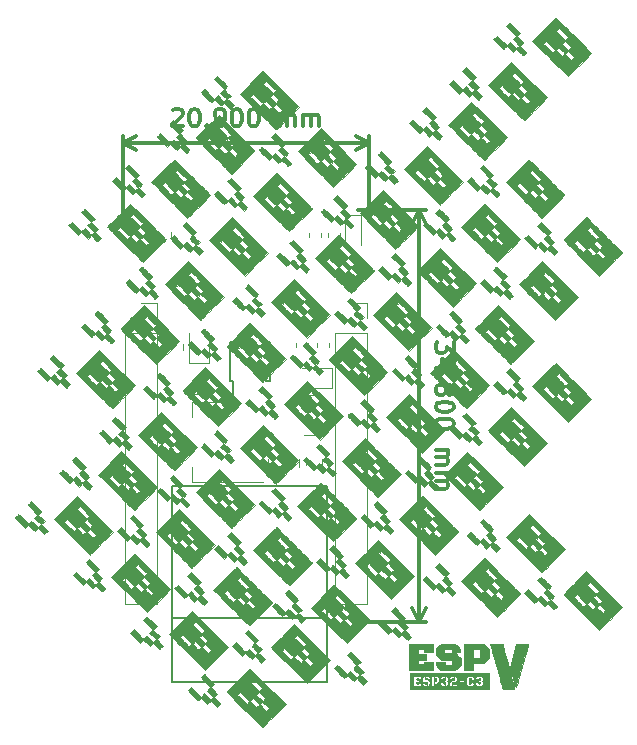
<source format=gbr>
G04 #@! TF.GenerationSoftware,KiCad,Pcbnew,(5.0.0)*
G04 #@! TF.CreationDate,2021-02-11T08:25:18+00:00*
G04 #@! TF.ProjectId,ESP-V,4553502D562E6B696361645F70636200,rev?*
G04 #@! TF.SameCoordinates,Original*
G04 #@! TF.FileFunction,Legend,Top*
G04 #@! TF.FilePolarity,Positive*
%FSLAX46Y46*%
G04 Gerber Fmt 4.6, Leading zero omitted, Abs format (unit mm)*
G04 Created by KiCad (PCBNEW (5.0.0)) date 02/11/21 08:25:18*
%MOMM*%
%LPD*%
G01*
G04 APERTURE LIST*
%ADD10C,0.300000*%
%ADD11C,0.150000*%
%ADD12C,0.120000*%
%ADD13C,0.010000*%
G04 APERTURE END LIST*
D10*
X98035714Y-68021428D02*
X98107142Y-67950000D01*
X98250000Y-67878571D01*
X98607142Y-67878571D01*
X98750000Y-67950000D01*
X98821428Y-68021428D01*
X98892857Y-68164285D01*
X98892857Y-68307142D01*
X98821428Y-68521428D01*
X97964285Y-69378571D01*
X98892857Y-69378571D01*
X99821428Y-67878571D02*
X99964285Y-67878571D01*
X100107142Y-67950000D01*
X100178571Y-68021428D01*
X100250000Y-68164285D01*
X100321428Y-68450000D01*
X100321428Y-68807142D01*
X100250000Y-69092857D01*
X100178571Y-69235714D01*
X100107142Y-69307142D01*
X99964285Y-69378571D01*
X99821428Y-69378571D01*
X99678571Y-69307142D01*
X99607142Y-69235714D01*
X99535714Y-69092857D01*
X99464285Y-68807142D01*
X99464285Y-68450000D01*
X99535714Y-68164285D01*
X99607142Y-68021428D01*
X99678571Y-67950000D01*
X99821428Y-67878571D01*
X100964285Y-69235714D02*
X101035714Y-69307142D01*
X100964285Y-69378571D01*
X100892857Y-69307142D01*
X100964285Y-69235714D01*
X100964285Y-69378571D01*
X101750000Y-69378571D02*
X102035714Y-69378571D01*
X102178571Y-69307142D01*
X102250000Y-69235714D01*
X102392857Y-69021428D01*
X102464285Y-68735714D01*
X102464285Y-68164285D01*
X102392857Y-68021428D01*
X102321428Y-67950000D01*
X102178571Y-67878571D01*
X101892857Y-67878571D01*
X101750000Y-67950000D01*
X101678571Y-68021428D01*
X101607142Y-68164285D01*
X101607142Y-68521428D01*
X101678571Y-68664285D01*
X101750000Y-68735714D01*
X101892857Y-68807142D01*
X102178571Y-68807142D01*
X102321428Y-68735714D01*
X102392857Y-68664285D01*
X102464285Y-68521428D01*
X103392857Y-67878571D02*
X103535714Y-67878571D01*
X103678571Y-67950000D01*
X103750000Y-68021428D01*
X103821428Y-68164285D01*
X103892857Y-68450000D01*
X103892857Y-68807142D01*
X103821428Y-69092857D01*
X103750000Y-69235714D01*
X103678571Y-69307142D01*
X103535714Y-69378571D01*
X103392857Y-69378571D01*
X103250000Y-69307142D01*
X103178571Y-69235714D01*
X103107142Y-69092857D01*
X103035714Y-68807142D01*
X103035714Y-68450000D01*
X103107142Y-68164285D01*
X103178571Y-68021428D01*
X103250000Y-67950000D01*
X103392857Y-67878571D01*
X104821428Y-67878571D02*
X104964285Y-67878571D01*
X105107142Y-67950000D01*
X105178571Y-68021428D01*
X105250000Y-68164285D01*
X105321428Y-68450000D01*
X105321428Y-68807142D01*
X105250000Y-69092857D01*
X105178571Y-69235714D01*
X105107142Y-69307142D01*
X104964285Y-69378571D01*
X104821428Y-69378571D01*
X104678571Y-69307142D01*
X104607142Y-69235714D01*
X104535714Y-69092857D01*
X104464285Y-68807142D01*
X104464285Y-68450000D01*
X104535714Y-68164285D01*
X104607142Y-68021428D01*
X104678571Y-67950000D01*
X104821428Y-67878571D01*
X107107142Y-69378571D02*
X107107142Y-68378571D01*
X107107142Y-68521428D02*
X107178571Y-68450000D01*
X107321428Y-68378571D01*
X107535714Y-68378571D01*
X107678571Y-68450000D01*
X107750000Y-68592857D01*
X107750000Y-69378571D01*
X107750000Y-68592857D02*
X107821428Y-68450000D01*
X107964285Y-68378571D01*
X108178571Y-68378571D01*
X108321428Y-68450000D01*
X108392857Y-68592857D01*
X108392857Y-69378571D01*
X109107142Y-69378571D02*
X109107142Y-68378571D01*
X109107142Y-68521428D02*
X109178571Y-68450000D01*
X109321428Y-68378571D01*
X109535714Y-68378571D01*
X109678571Y-68450000D01*
X109750000Y-68592857D01*
X109750000Y-69378571D01*
X109750000Y-68592857D02*
X109821428Y-68450000D01*
X109964285Y-68378571D01*
X110178571Y-68378571D01*
X110321428Y-68450000D01*
X110392857Y-68592857D01*
X110392857Y-69378571D01*
X93800000Y-70800000D02*
X114700000Y-70800000D01*
X93800000Y-77400000D02*
X93800000Y-70213579D01*
X114700000Y-77400000D02*
X114700000Y-70213579D01*
X114700000Y-70800000D02*
X113573496Y-71386421D01*
X114700000Y-70800000D02*
X113573496Y-70213579D01*
X93800000Y-70800000D02*
X94926504Y-71386421D01*
X93800000Y-70800000D02*
X94926504Y-70213579D01*
X121821428Y-87614285D02*
X121821428Y-88542857D01*
X121250000Y-88042857D01*
X121250000Y-88257142D01*
X121178571Y-88400000D01*
X121107142Y-88471428D01*
X120964285Y-88542857D01*
X120607142Y-88542857D01*
X120464285Y-88471428D01*
X120392857Y-88400000D01*
X120321428Y-88257142D01*
X120321428Y-87828571D01*
X120392857Y-87685714D01*
X120464285Y-87614285D01*
X121321428Y-89828571D02*
X120321428Y-89828571D01*
X121892857Y-89471428D02*
X120821428Y-89114285D01*
X120821428Y-90042857D01*
X120464285Y-90614285D02*
X120392857Y-90685714D01*
X120321428Y-90614285D01*
X120392857Y-90542857D01*
X120464285Y-90614285D01*
X120321428Y-90614285D01*
X121178571Y-91542857D02*
X121250000Y-91400000D01*
X121321428Y-91328571D01*
X121464285Y-91257142D01*
X121535714Y-91257142D01*
X121678571Y-91328571D01*
X121750000Y-91400000D01*
X121821428Y-91542857D01*
X121821428Y-91828571D01*
X121750000Y-91971428D01*
X121678571Y-92042857D01*
X121535714Y-92114285D01*
X121464285Y-92114285D01*
X121321428Y-92042857D01*
X121250000Y-91971428D01*
X121178571Y-91828571D01*
X121178571Y-91542857D01*
X121107142Y-91400000D01*
X121035714Y-91328571D01*
X120892857Y-91257142D01*
X120607142Y-91257142D01*
X120464285Y-91328571D01*
X120392857Y-91400000D01*
X120321428Y-91542857D01*
X120321428Y-91828571D01*
X120392857Y-91971428D01*
X120464285Y-92042857D01*
X120607142Y-92114285D01*
X120892857Y-92114285D01*
X121035714Y-92042857D01*
X121107142Y-91971428D01*
X121178571Y-91828571D01*
X121821428Y-93042857D02*
X121821428Y-93185714D01*
X121750000Y-93328571D01*
X121678571Y-93400000D01*
X121535714Y-93471428D01*
X121250000Y-93542857D01*
X120892857Y-93542857D01*
X120607142Y-93471428D01*
X120464285Y-93400000D01*
X120392857Y-93328571D01*
X120321428Y-93185714D01*
X120321428Y-93042857D01*
X120392857Y-92900000D01*
X120464285Y-92828571D01*
X120607142Y-92757142D01*
X120892857Y-92685714D01*
X121250000Y-92685714D01*
X121535714Y-92757142D01*
X121678571Y-92828571D01*
X121750000Y-92900000D01*
X121821428Y-93042857D01*
X121821428Y-94471428D02*
X121821428Y-94614285D01*
X121750000Y-94757142D01*
X121678571Y-94828571D01*
X121535714Y-94900000D01*
X121250000Y-94971428D01*
X120892857Y-94971428D01*
X120607142Y-94900000D01*
X120464285Y-94828571D01*
X120392857Y-94757142D01*
X120321428Y-94614285D01*
X120321428Y-94471428D01*
X120392857Y-94328571D01*
X120464285Y-94257142D01*
X120607142Y-94185714D01*
X120892857Y-94114285D01*
X121250000Y-94114285D01*
X121535714Y-94185714D01*
X121678571Y-94257142D01*
X121750000Y-94328571D01*
X121821428Y-94471428D01*
X120321428Y-96757142D02*
X121321428Y-96757142D01*
X121178571Y-96757142D02*
X121250000Y-96828571D01*
X121321428Y-96971428D01*
X121321428Y-97185714D01*
X121250000Y-97328571D01*
X121107142Y-97400000D01*
X120321428Y-97400000D01*
X121107142Y-97400000D02*
X121250000Y-97471428D01*
X121321428Y-97614285D01*
X121321428Y-97828571D01*
X121250000Y-97971428D01*
X121107142Y-98042857D01*
X120321428Y-98042857D01*
X120321428Y-98757142D02*
X121321428Y-98757142D01*
X121178571Y-98757142D02*
X121250000Y-98828571D01*
X121321428Y-98971428D01*
X121321428Y-99185714D01*
X121250000Y-99328571D01*
X121107142Y-99400000D01*
X120321428Y-99400000D01*
X121107142Y-99400000D02*
X121250000Y-99471428D01*
X121321428Y-99614285D01*
X121321428Y-99828571D01*
X121250000Y-99971428D01*
X121107142Y-100042857D01*
X120321428Y-100042857D01*
X118900000Y-76500000D02*
X118900000Y-111300000D01*
X113700000Y-76500000D02*
X119486421Y-76500000D01*
X113700000Y-111300000D02*
X119486421Y-111300000D01*
X118900000Y-111300000D02*
X118313579Y-110173496D01*
X118900000Y-111300000D02*
X119486421Y-110173496D01*
X118900000Y-76500000D02*
X118313579Y-77626504D01*
X118900000Y-76500000D02*
X119486421Y-77626504D01*
D11*
G04 #@! TO.C,U1*
X102925000Y-90975000D02*
X103150000Y-90975000D01*
X102925000Y-87625000D02*
X103225000Y-87625000D01*
X106275000Y-87625000D02*
X105975000Y-87625000D01*
X106275000Y-90975000D02*
X105975000Y-90975000D01*
X102925000Y-90975000D02*
X102925000Y-87625000D01*
X106275000Y-90975000D02*
X106275000Y-87625000D01*
X103150000Y-90975000D02*
X103150000Y-92200000D01*
D12*
G04 #@! TO.C,D1*
X99450000Y-89450000D02*
X101150000Y-89450000D01*
X101150000Y-89450000D02*
X101150000Y-86900000D01*
X99450000Y-89450000D02*
X99450000Y-86900000D01*
G04 #@! TO.C,L1*
X97490000Y-88336252D02*
X97490000Y-87813748D01*
X98910000Y-88336252D02*
X98910000Y-87813748D01*
G04 #@! TO.C,D2*
X113985000Y-79400000D02*
X113985000Y-76915000D01*
X113985000Y-76915000D02*
X112615000Y-76915000D01*
X112615000Y-76915000D02*
X112615000Y-79400000D01*
G04 #@! TO.C,C26*
X110290000Y-88096267D02*
X110290000Y-87753733D01*
X111310000Y-88096267D02*
X111310000Y-87753733D01*
G04 #@! TO.C,C25*
X109510000Y-88096267D02*
X109510000Y-87753733D01*
X108490000Y-88096267D02*
X108490000Y-87753733D01*
G04 #@! TO.C,C4*
X99800000Y-90800000D02*
X100500000Y-90800000D01*
X100500000Y-92000000D02*
X99800000Y-92000000D01*
G04 #@! TO.C,C7*
X108700000Y-97500000D02*
X108700000Y-98200000D01*
X107500000Y-98200000D02*
X107500000Y-97500000D01*
G04 #@! TO.C,C23*
X107300000Y-97500000D02*
X107300000Y-98200000D01*
X106100000Y-98200000D02*
X106100000Y-97500000D01*
G04 #@! TO.C,D4*
X111550000Y-91550000D02*
X111550000Y-89850000D01*
X111550000Y-89850000D02*
X109000000Y-89850000D01*
X111550000Y-91550000D02*
X109000000Y-91550000D01*
G04 #@! TO.C,R1*
X96890000Y-78353733D02*
X96890000Y-78696267D01*
X97910000Y-78353733D02*
X97910000Y-78696267D01*
G04 #@! TO.C,R2*
X110610000Y-78403733D02*
X110610000Y-78746267D01*
X109590000Y-78403733D02*
X109590000Y-78746267D01*
G04 #@! TO.C,RN1*
X110200000Y-95480000D02*
X109200000Y-95480000D01*
X110200000Y-92120000D02*
X109200000Y-92120000D01*
G04 #@! TO.C,C20*
X110710000Y-97513748D02*
X110710000Y-98036252D01*
X109290000Y-97513748D02*
X109290000Y-98036252D01*
G04 #@! TO.C,J2*
X111800000Y-86890000D02*
X114460000Y-86890000D01*
X111800000Y-86890000D02*
X111800000Y-109810000D01*
X111800000Y-109810000D02*
X114460000Y-109810000D01*
X114460000Y-86890000D02*
X114460000Y-109810000D01*
X114460000Y-84290000D02*
X114460000Y-85620000D01*
X113130000Y-84290000D02*
X114460000Y-84290000D01*
G04 #@! TO.C,J3*
X95350000Y-84290000D02*
X96680000Y-84290000D01*
X96680000Y-84290000D02*
X96680000Y-85620000D01*
X96680000Y-86890000D02*
X96680000Y-109810000D01*
X94020000Y-109810000D02*
X96680000Y-109810000D01*
X94020000Y-86890000D02*
X94020000Y-109810000D01*
X94020000Y-86890000D02*
X96680000Y-86890000D01*
G04 #@! TO.C,R3*
X111190000Y-78746267D02*
X111190000Y-78403733D01*
X112210000Y-78746267D02*
X112210000Y-78403733D01*
G04 #@! TO.C,U2*
X99640000Y-92690000D02*
X99640000Y-93950000D01*
X99640000Y-99510000D02*
X99640000Y-98250000D01*
X103400000Y-92690000D02*
X99640000Y-92690000D01*
X105650000Y-99510000D02*
X99640000Y-99510000D01*
D11*
G04 #@! TO.C,U3*
X111100000Y-99800000D02*
X98000000Y-99800000D01*
X98000000Y-99800000D02*
X98000000Y-111000000D01*
X98000000Y-111000000D02*
X111100000Y-111000000D01*
X111100000Y-111000000D02*
X111100000Y-99800000D01*
X111100000Y-111000000D02*
X111100000Y-116400000D01*
X111100000Y-116400000D02*
X98000000Y-116400000D01*
X98000000Y-116400000D02*
X98000000Y-111000000D01*
D13*
G04 #@! TO.C,G\002A\002A\002A*
G36*
X127022383Y-61035842D02*
X127443245Y-61456703D01*
X127308964Y-61593525D01*
X127174684Y-61730347D01*
X127444737Y-61998997D01*
X127714789Y-62267647D01*
X127580781Y-62404191D01*
X127446774Y-62540735D01*
X127715288Y-62810651D01*
X127983802Y-63080568D01*
X127842918Y-63224118D01*
X127767276Y-63298589D01*
X127709690Y-63350479D01*
X127684547Y-63367669D01*
X127656490Y-63346483D01*
X127593287Y-63288883D01*
X127504469Y-63203800D01*
X127405258Y-63105866D01*
X127143455Y-62844062D01*
X126869903Y-63112534D01*
X126332603Y-62572428D01*
X126203129Y-62699497D01*
X126127560Y-62768832D01*
X126067826Y-62814985D01*
X126043473Y-62826566D01*
X126012278Y-62805094D01*
X125944126Y-62745464D01*
X125846747Y-62654856D01*
X125727873Y-62540449D01*
X125607336Y-62421513D01*
X125201382Y-62016459D01*
X125351434Y-61864116D01*
X125501487Y-61711772D01*
X125907697Y-62117080D01*
X126313907Y-62522389D01*
X126456133Y-62382803D01*
X126598360Y-62243218D01*
X127144158Y-62775958D01*
X127262001Y-62658115D01*
X127379844Y-62540273D01*
X127110495Y-62269517D01*
X126841146Y-61998762D01*
X127110551Y-61729357D01*
X126705151Y-61323054D01*
X126299750Y-60916751D01*
X126601521Y-60614980D01*
X127022383Y-61035842D01*
X127022383Y-61035842D01*
G37*
X127022383Y-61035842D02*
X127443245Y-61456703D01*
X127308964Y-61593525D01*
X127174684Y-61730347D01*
X127444737Y-61998997D01*
X127714789Y-62267647D01*
X127580781Y-62404191D01*
X127446774Y-62540735D01*
X127715288Y-62810651D01*
X127983802Y-63080568D01*
X127842918Y-63224118D01*
X127767276Y-63298589D01*
X127709690Y-63350479D01*
X127684547Y-63367669D01*
X127656490Y-63346483D01*
X127593287Y-63288883D01*
X127504469Y-63203800D01*
X127405258Y-63105866D01*
X127143455Y-62844062D01*
X126869903Y-63112534D01*
X126332603Y-62572428D01*
X126203129Y-62699497D01*
X126127560Y-62768832D01*
X126067826Y-62814985D01*
X126043473Y-62826566D01*
X126012278Y-62805094D01*
X125944126Y-62745464D01*
X125846747Y-62654856D01*
X125727873Y-62540449D01*
X125607336Y-62421513D01*
X125201382Y-62016459D01*
X125351434Y-61864116D01*
X125501487Y-61711772D01*
X125907697Y-62117080D01*
X126313907Y-62522389D01*
X126456133Y-62382803D01*
X126598360Y-62243218D01*
X127144158Y-62775958D01*
X127262001Y-62658115D01*
X127379844Y-62540273D01*
X127110495Y-62269517D01*
X126841146Y-61998762D01*
X127110551Y-61729357D01*
X126705151Y-61323054D01*
X126299750Y-60916751D01*
X126601521Y-60614980D01*
X127022383Y-61035842D01*
G36*
X130495904Y-60206656D02*
X130564445Y-60270016D01*
X130670309Y-60371081D01*
X130809709Y-60506143D01*
X130978856Y-60671491D01*
X131173961Y-60863416D01*
X131391235Y-61078207D01*
X131626888Y-61312155D01*
X131877134Y-61561551D01*
X131996331Y-61680667D01*
X133492033Y-63176623D01*
X132521588Y-64147459D01*
X132316413Y-64351994D01*
X132124545Y-64541872D01*
X131950749Y-64712479D01*
X131799792Y-64859199D01*
X131676440Y-64977419D01*
X131585457Y-65062523D01*
X131531610Y-65109896D01*
X131518991Y-65118295D01*
X131491564Y-65096351D01*
X131423023Y-65032991D01*
X131317159Y-64931926D01*
X131177759Y-64796864D01*
X131008612Y-64631516D01*
X130813507Y-64439591D01*
X130596233Y-64224800D01*
X130360580Y-63990852D01*
X130110334Y-63741456D01*
X129991137Y-63622340D01*
X128750013Y-62381005D01*
X129387349Y-62381005D01*
X129783810Y-62778421D01*
X130180272Y-63175836D01*
X130301215Y-63057738D01*
X130422159Y-62939639D01*
X130405560Y-62923040D01*
X130471019Y-62923040D01*
X130723672Y-63177184D01*
X130825693Y-63278535D01*
X130910797Y-63360691D01*
X130969399Y-63414554D01*
X130991472Y-63431328D01*
X131021292Y-63411171D01*
X131079346Y-63360156D01*
X131111580Y-63329595D01*
X131174735Y-63260639D01*
X131209857Y-63208242D01*
X131297331Y-63208242D01*
X131804173Y-63718074D01*
X131931491Y-63590755D01*
X132058809Y-63463437D01*
X131551967Y-62953605D01*
X131424649Y-63080923D01*
X131297331Y-63208242D01*
X131209857Y-63208242D01*
X131212145Y-63204830D01*
X131216541Y-63189645D01*
X131194633Y-63157176D01*
X131136853Y-63094029D01*
X131055123Y-63011580D01*
X130961360Y-62921206D01*
X130867486Y-62834283D01*
X130785418Y-62762189D01*
X130727076Y-62716299D01*
X130710627Y-62706774D01*
X130677827Y-62722727D01*
X130618533Y-62772726D01*
X130579891Y-62810712D01*
X130471019Y-62923040D01*
X130405560Y-62923040D01*
X129868019Y-62385499D01*
X131009649Y-62385499D01*
X131280200Y-62636152D01*
X131550752Y-62886805D01*
X131670533Y-62770242D01*
X131790314Y-62653678D01*
X131527885Y-62389879D01*
X131265457Y-62126080D01*
X131137553Y-62255790D01*
X131009649Y-62385499D01*
X129868019Y-62385499D01*
X129625437Y-62142917D01*
X129387349Y-62381005D01*
X128750013Y-62381005D01*
X128495435Y-62126384D01*
X129340617Y-61280861D01*
X130483412Y-61280861D01*
X130873371Y-61671759D01*
X131001432Y-61799133D01*
X131113929Y-61909141D01*
X131203241Y-61994483D01*
X131261748Y-62047859D01*
X131281436Y-62062656D01*
X131312196Y-62041753D01*
X131370336Y-61988510D01*
X131408127Y-61950625D01*
X131516713Y-61838593D01*
X130724991Y-61044965D01*
X130604201Y-61162913D01*
X130483412Y-61280861D01*
X129340617Y-61280861D01*
X129465880Y-61155548D01*
X129671055Y-60951013D01*
X129862923Y-60761135D01*
X130036719Y-60590528D01*
X130187676Y-60443808D01*
X130311028Y-60325588D01*
X130402011Y-60240484D01*
X130455858Y-60193111D01*
X130468477Y-60184712D01*
X130495904Y-60206656D01*
X130495904Y-60206656D01*
G37*
X130495904Y-60206656D02*
X130564445Y-60270016D01*
X130670309Y-60371081D01*
X130809709Y-60506143D01*
X130978856Y-60671491D01*
X131173961Y-60863416D01*
X131391235Y-61078207D01*
X131626888Y-61312155D01*
X131877134Y-61561551D01*
X131996331Y-61680667D01*
X133492033Y-63176623D01*
X132521588Y-64147459D01*
X132316413Y-64351994D01*
X132124545Y-64541872D01*
X131950749Y-64712479D01*
X131799792Y-64859199D01*
X131676440Y-64977419D01*
X131585457Y-65062523D01*
X131531610Y-65109896D01*
X131518991Y-65118295D01*
X131491564Y-65096351D01*
X131423023Y-65032991D01*
X131317159Y-64931926D01*
X131177759Y-64796864D01*
X131008612Y-64631516D01*
X130813507Y-64439591D01*
X130596233Y-64224800D01*
X130360580Y-63990852D01*
X130110334Y-63741456D01*
X129991137Y-63622340D01*
X128750013Y-62381005D01*
X129387349Y-62381005D01*
X129783810Y-62778421D01*
X130180272Y-63175836D01*
X130301215Y-63057738D01*
X130422159Y-62939639D01*
X130405560Y-62923040D01*
X130471019Y-62923040D01*
X130723672Y-63177184D01*
X130825693Y-63278535D01*
X130910797Y-63360691D01*
X130969399Y-63414554D01*
X130991472Y-63431328D01*
X131021292Y-63411171D01*
X131079346Y-63360156D01*
X131111580Y-63329595D01*
X131174735Y-63260639D01*
X131209857Y-63208242D01*
X131297331Y-63208242D01*
X131804173Y-63718074D01*
X131931491Y-63590755D01*
X132058809Y-63463437D01*
X131551967Y-62953605D01*
X131424649Y-63080923D01*
X131297331Y-63208242D01*
X131209857Y-63208242D01*
X131212145Y-63204830D01*
X131216541Y-63189645D01*
X131194633Y-63157176D01*
X131136853Y-63094029D01*
X131055123Y-63011580D01*
X130961360Y-62921206D01*
X130867486Y-62834283D01*
X130785418Y-62762189D01*
X130727076Y-62716299D01*
X130710627Y-62706774D01*
X130677827Y-62722727D01*
X130618533Y-62772726D01*
X130579891Y-62810712D01*
X130471019Y-62923040D01*
X130405560Y-62923040D01*
X129868019Y-62385499D01*
X131009649Y-62385499D01*
X131280200Y-62636152D01*
X131550752Y-62886805D01*
X131670533Y-62770242D01*
X131790314Y-62653678D01*
X131527885Y-62389879D01*
X131265457Y-62126080D01*
X131137553Y-62255790D01*
X131009649Y-62385499D01*
X129868019Y-62385499D01*
X129625437Y-62142917D01*
X129387349Y-62381005D01*
X128750013Y-62381005D01*
X128495435Y-62126384D01*
X129340617Y-61280861D01*
X130483412Y-61280861D01*
X130873371Y-61671759D01*
X131001432Y-61799133D01*
X131113929Y-61909141D01*
X131203241Y-61994483D01*
X131261748Y-62047859D01*
X131281436Y-62062656D01*
X131312196Y-62041753D01*
X131370336Y-61988510D01*
X131408127Y-61950625D01*
X131516713Y-61838593D01*
X130724991Y-61044965D01*
X130604201Y-61162913D01*
X130483412Y-61280861D01*
X129340617Y-61280861D01*
X129465880Y-61155548D01*
X129671055Y-60951013D01*
X129862923Y-60761135D01*
X130036719Y-60590528D01*
X130187676Y-60443808D01*
X130311028Y-60325588D01*
X130402011Y-60240484D01*
X130455858Y-60193111D01*
X130468477Y-60184712D01*
X130495904Y-60206656D01*
G36*
X123266494Y-64791731D02*
X123687355Y-65212593D01*
X123553075Y-65349415D01*
X123418794Y-65486237D01*
X123958900Y-66023537D01*
X123690884Y-66296625D01*
X124227912Y-66836457D01*
X124087028Y-66980008D01*
X124011387Y-67054479D01*
X123953800Y-67106369D01*
X123928658Y-67123559D01*
X123900600Y-67102373D01*
X123837397Y-67044772D01*
X123748579Y-66959690D01*
X123649368Y-66861755D01*
X123387565Y-66599952D01*
X123250789Y-66734188D01*
X123114013Y-66868423D01*
X122845363Y-66598371D01*
X122576713Y-66328318D01*
X122439891Y-66462599D01*
X122303069Y-66596879D01*
X121461346Y-65755156D01*
X121612231Y-65604270D01*
X121763117Y-65453384D01*
X122169420Y-65858785D01*
X122575722Y-66264186D01*
X122845128Y-65994780D01*
X123115883Y-66264129D01*
X123386639Y-66533478D01*
X123505296Y-66414820D01*
X123623954Y-66296162D01*
X123085256Y-65754652D01*
X123354662Y-65485246D01*
X122949261Y-65078944D01*
X122543860Y-64672641D01*
X122845632Y-64370869D01*
X123266494Y-64791731D01*
X123266494Y-64791731D01*
G37*
X123266494Y-64791731D02*
X123687355Y-65212593D01*
X123553075Y-65349415D01*
X123418794Y-65486237D01*
X123958900Y-66023537D01*
X123690884Y-66296625D01*
X124227912Y-66836457D01*
X124087028Y-66980008D01*
X124011387Y-67054479D01*
X123953800Y-67106369D01*
X123928658Y-67123559D01*
X123900600Y-67102373D01*
X123837397Y-67044772D01*
X123748579Y-66959690D01*
X123649368Y-66861755D01*
X123387565Y-66599952D01*
X123250789Y-66734188D01*
X123114013Y-66868423D01*
X122845363Y-66598371D01*
X122576713Y-66328318D01*
X122439891Y-66462599D01*
X122303069Y-66596879D01*
X121461346Y-65755156D01*
X121612231Y-65604270D01*
X121763117Y-65453384D01*
X122169420Y-65858785D01*
X122575722Y-66264186D01*
X122845128Y-65994780D01*
X123115883Y-66264129D01*
X123386639Y-66533478D01*
X123505296Y-66414820D01*
X123623954Y-66296162D01*
X123085256Y-65754652D01*
X123354662Y-65485246D01*
X122949261Y-65078944D01*
X122543860Y-64672641D01*
X122845632Y-64370869D01*
X123266494Y-64791731D01*
G36*
X102251608Y-65516145D02*
X102383077Y-65648966D01*
X102497318Y-65767522D01*
X102587200Y-65864156D01*
X102645595Y-65931209D01*
X102665413Y-65960623D01*
X102643587Y-65997858D01*
X102587274Y-66060809D01*
X102532360Y-66113839D01*
X102399306Y-66235462D01*
X102675512Y-66512954D01*
X102951718Y-66790445D01*
X102817109Y-66925055D01*
X102682499Y-67059664D01*
X102951446Y-67330016D01*
X103220394Y-67600367D01*
X103079509Y-67743918D01*
X103003868Y-67818388D01*
X102946282Y-67870278D01*
X102921139Y-67887468D01*
X102893081Y-67866283D01*
X102829879Y-67808684D01*
X102741066Y-67723606D01*
X102641936Y-67625751D01*
X102380219Y-67364034D01*
X102258880Y-67482518D01*
X102185487Y-67549115D01*
X102128151Y-67592097D01*
X102107718Y-67601002D01*
X102074630Y-67579763D01*
X102007030Y-67522029D01*
X101914962Y-67436772D01*
X101814954Y-67339427D01*
X101552013Y-67077851D01*
X101415592Y-67211739D01*
X101279171Y-67345626D01*
X100874172Y-66939726D01*
X100744294Y-66807825D01*
X100631687Y-66690146D01*
X100543537Y-66594476D01*
X100487032Y-66528598D01*
X100469173Y-66501109D01*
X100490348Y-66462855D01*
X100545253Y-66397099D01*
X100605276Y-66334816D01*
X100741380Y-66201240D01*
X101153508Y-66614285D01*
X101565637Y-67027331D01*
X101702058Y-66893443D01*
X101838479Y-66759556D01*
X102108800Y-67028472D01*
X102379120Y-67297388D01*
X102497777Y-67178730D01*
X102616435Y-67060072D01*
X102078603Y-66519432D01*
X102219919Y-66375441D01*
X102361236Y-66231450D01*
X101948789Y-65818086D01*
X101536341Y-65404721D01*
X101687073Y-65253990D01*
X101837804Y-65103259D01*
X102251608Y-65516145D01*
X102251608Y-65516145D01*
G37*
X102251608Y-65516145D02*
X102383077Y-65648966D01*
X102497318Y-65767522D01*
X102587200Y-65864156D01*
X102645595Y-65931209D01*
X102665413Y-65960623D01*
X102643587Y-65997858D01*
X102587274Y-66060809D01*
X102532360Y-66113839D01*
X102399306Y-66235462D01*
X102675512Y-66512954D01*
X102951718Y-66790445D01*
X102817109Y-66925055D01*
X102682499Y-67059664D01*
X102951446Y-67330016D01*
X103220394Y-67600367D01*
X103079509Y-67743918D01*
X103003868Y-67818388D01*
X102946282Y-67870278D01*
X102921139Y-67887468D01*
X102893081Y-67866283D01*
X102829879Y-67808684D01*
X102741066Y-67723606D01*
X102641936Y-67625751D01*
X102380219Y-67364034D01*
X102258880Y-67482518D01*
X102185487Y-67549115D01*
X102128151Y-67592097D01*
X102107718Y-67601002D01*
X102074630Y-67579763D01*
X102007030Y-67522029D01*
X101914962Y-67436772D01*
X101814954Y-67339427D01*
X101552013Y-67077851D01*
X101415592Y-67211739D01*
X101279171Y-67345626D01*
X100874172Y-66939726D01*
X100744294Y-66807825D01*
X100631687Y-66690146D01*
X100543537Y-66594476D01*
X100487032Y-66528598D01*
X100469173Y-66501109D01*
X100490348Y-66462855D01*
X100545253Y-66397099D01*
X100605276Y-66334816D01*
X100741380Y-66201240D01*
X101153508Y-66614285D01*
X101565637Y-67027331D01*
X101702058Y-66893443D01*
X101838479Y-66759556D01*
X102108800Y-67028472D01*
X102379120Y-67297388D01*
X102497777Y-67178730D01*
X102616435Y-67060072D01*
X102078603Y-66519432D01*
X102219919Y-66375441D01*
X102361236Y-66231450D01*
X101948789Y-65818086D01*
X101536341Y-65404721D01*
X101687073Y-65253990D01*
X101837804Y-65103259D01*
X102251608Y-65516145D01*
G36*
X128224558Y-65420673D02*
X129736144Y-66932511D01*
X128765699Y-67903348D01*
X128561062Y-68107703D01*
X128370368Y-68297432D01*
X128198294Y-68467933D01*
X128049517Y-68614603D01*
X127928714Y-68732842D01*
X127840563Y-68818045D01*
X127789740Y-68865613D01*
X127779017Y-68874185D01*
X127754339Y-68852265D01*
X127688437Y-68788966D01*
X127585044Y-68687982D01*
X127447892Y-68553005D01*
X127280713Y-68387730D01*
X127087240Y-68195848D01*
X126871205Y-67981052D01*
X126636340Y-67747037D01*
X126386378Y-67497495D01*
X126258925Y-67370079D01*
X125025883Y-66136832D01*
X125631397Y-66136832D01*
X126028320Y-66534712D01*
X126425244Y-66932591D01*
X126679881Y-66677954D01*
X126661826Y-66659855D01*
X126727731Y-66659855D01*
X126989727Y-66923220D01*
X127251724Y-67186584D01*
X127372522Y-67068627D01*
X127493321Y-66950671D01*
X127488955Y-66946282D01*
X127555339Y-66946282D01*
X127801672Y-67194068D01*
X127902707Y-67294116D01*
X127987195Y-67374814D01*
X128045272Y-67426926D01*
X128066380Y-67441854D01*
X128097307Y-67420947D01*
X128155546Y-67367701D01*
X128193209Y-67329958D01*
X128301663Y-67218063D01*
X128049302Y-66964213D01*
X127796942Y-66710364D01*
X127676141Y-66828323D01*
X127555339Y-66946282D01*
X127488955Y-66946282D01*
X127231325Y-66687306D01*
X126969328Y-66423941D01*
X126848529Y-66541898D01*
X126727731Y-66659855D01*
X126661826Y-66659855D01*
X126122022Y-66118752D01*
X127268833Y-66118752D01*
X127530830Y-66382117D01*
X127792826Y-66645482D01*
X128034424Y-66409568D01*
X127772428Y-66146203D01*
X127510431Y-65882839D01*
X127389632Y-66000796D01*
X127268833Y-66118752D01*
X126122022Y-66118752D01*
X125886033Y-65882196D01*
X125631397Y-66136832D01*
X125025883Y-66136832D01*
X124755069Y-65865974D01*
X125584615Y-65036751D01*
X126727522Y-65036751D01*
X127117481Y-65427648D01*
X127245542Y-65555022D01*
X127358039Y-65665030D01*
X127447351Y-65750372D01*
X127505858Y-65803749D01*
X127525546Y-65818546D01*
X127556306Y-65797643D01*
X127614446Y-65744399D01*
X127652238Y-65706514D01*
X127760823Y-65594482D01*
X127364962Y-65197669D01*
X126969101Y-64800855D01*
X126848312Y-64918803D01*
X126727522Y-65036751D01*
X125584615Y-65036751D01*
X125734020Y-64887405D01*
X126712971Y-63908835D01*
X128224558Y-65420673D01*
X128224558Y-65420673D01*
G37*
X128224558Y-65420673D02*
X129736144Y-66932511D01*
X128765699Y-67903348D01*
X128561062Y-68107703D01*
X128370368Y-68297432D01*
X128198294Y-68467933D01*
X128049517Y-68614603D01*
X127928714Y-68732842D01*
X127840563Y-68818045D01*
X127789740Y-68865613D01*
X127779017Y-68874185D01*
X127754339Y-68852265D01*
X127688437Y-68788966D01*
X127585044Y-68687982D01*
X127447892Y-68553005D01*
X127280713Y-68387730D01*
X127087240Y-68195848D01*
X126871205Y-67981052D01*
X126636340Y-67747037D01*
X126386378Y-67497495D01*
X126258925Y-67370079D01*
X125025883Y-66136832D01*
X125631397Y-66136832D01*
X126028320Y-66534712D01*
X126425244Y-66932591D01*
X126679881Y-66677954D01*
X126661826Y-66659855D01*
X126727731Y-66659855D01*
X126989727Y-66923220D01*
X127251724Y-67186584D01*
X127372522Y-67068627D01*
X127493321Y-66950671D01*
X127488955Y-66946282D01*
X127555339Y-66946282D01*
X127801672Y-67194068D01*
X127902707Y-67294116D01*
X127987195Y-67374814D01*
X128045272Y-67426926D01*
X128066380Y-67441854D01*
X128097307Y-67420947D01*
X128155546Y-67367701D01*
X128193209Y-67329958D01*
X128301663Y-67218063D01*
X128049302Y-66964213D01*
X127796942Y-66710364D01*
X127676141Y-66828323D01*
X127555339Y-66946282D01*
X127488955Y-66946282D01*
X127231325Y-66687306D01*
X126969328Y-66423941D01*
X126848529Y-66541898D01*
X126727731Y-66659855D01*
X126661826Y-66659855D01*
X126122022Y-66118752D01*
X127268833Y-66118752D01*
X127530830Y-66382117D01*
X127792826Y-66645482D01*
X128034424Y-66409568D01*
X127772428Y-66146203D01*
X127510431Y-65882839D01*
X127389632Y-66000796D01*
X127268833Y-66118752D01*
X126122022Y-66118752D01*
X125886033Y-65882196D01*
X125631397Y-66136832D01*
X125025883Y-66136832D01*
X124755069Y-65865974D01*
X125584615Y-65036751D01*
X126727522Y-65036751D01*
X127117481Y-65427648D01*
X127245542Y-65555022D01*
X127358039Y-65665030D01*
X127447351Y-65750372D01*
X127505858Y-65803749D01*
X127525546Y-65818546D01*
X127556306Y-65797643D01*
X127614446Y-65744399D01*
X127652238Y-65706514D01*
X127760823Y-65594482D01*
X127364962Y-65197669D01*
X126969101Y-64800855D01*
X126848312Y-64918803D01*
X126727522Y-65036751D01*
X125584615Y-65036751D01*
X125734020Y-64887405D01*
X126712971Y-63908835D01*
X128224558Y-65420673D01*
G36*
X108728710Y-67696337D02*
X107758222Y-68667216D01*
X107553581Y-68871575D01*
X107362882Y-69061309D01*
X107190803Y-69231814D01*
X107042021Y-69378490D01*
X106921213Y-69496734D01*
X106833055Y-69581944D01*
X106782227Y-69629518D01*
X106771498Y-69638095D01*
X106746826Y-69616173D01*
X106680919Y-69552864D01*
X106577501Y-69451850D01*
X106440294Y-69316815D01*
X106273021Y-69151443D01*
X106079403Y-68959416D01*
X105863164Y-68744420D01*
X105628025Y-68510136D01*
X105377709Y-68260249D01*
X105243578Y-68126160D01*
X103986603Y-66868975D01*
X104623940Y-66868975D01*
X105020402Y-67266391D01*
X105416863Y-67663806D01*
X105537807Y-67545708D01*
X105658751Y-67427609D01*
X105654868Y-67423726D01*
X105720252Y-67423726D01*
X105966585Y-67671512D01*
X106067619Y-67771560D01*
X106152108Y-67852257D01*
X106210185Y-67904370D01*
X106231292Y-67919298D01*
X106262219Y-67898391D01*
X106320458Y-67845144D01*
X106358121Y-67807402D01*
X106465830Y-67696274D01*
X106533984Y-67696274D01*
X106787235Y-67951019D01*
X106889717Y-68052565D01*
X106975720Y-68134892D01*
X107035535Y-68188897D01*
X107058861Y-68205764D01*
X107089779Y-68184855D01*
X107148036Y-68131591D01*
X107185937Y-68093613D01*
X107294639Y-67981462D01*
X106771718Y-67458541D01*
X106652851Y-67577407D01*
X106533984Y-67696274D01*
X106465830Y-67696274D01*
X106466575Y-67695506D01*
X106214214Y-67441657D01*
X105961854Y-67187808D01*
X105720252Y-67423726D01*
X105654868Y-67423726D01*
X105260390Y-67029248D01*
X105113765Y-66882623D01*
X106261355Y-66882623D01*
X106507687Y-67130409D01*
X106608722Y-67230457D01*
X106693211Y-67311154D01*
X106751287Y-67363267D01*
X106772395Y-67378195D01*
X106803322Y-67357288D01*
X106861561Y-67304041D01*
X106899224Y-67266299D01*
X107007678Y-67154403D01*
X106755317Y-66900554D01*
X106502957Y-66646705D01*
X106261355Y-66882623D01*
X105113765Y-66882623D01*
X104862028Y-66630887D01*
X104623940Y-66868975D01*
X103986603Y-66868975D01*
X103731894Y-66614224D01*
X104559411Y-65786707D01*
X105706083Y-65786707D01*
X106499931Y-66582465D01*
X106627249Y-66455147D01*
X106754568Y-66327829D01*
X106357644Y-65929950D01*
X105960720Y-65532070D01*
X105833402Y-65659389D01*
X105706083Y-65786707D01*
X104559411Y-65786707D01*
X104710570Y-65635549D01*
X105689246Y-64656873D01*
X108728710Y-67696337D01*
X108728710Y-67696337D01*
G37*
X108728710Y-67696337D02*
X107758222Y-68667216D01*
X107553581Y-68871575D01*
X107362882Y-69061309D01*
X107190803Y-69231814D01*
X107042021Y-69378490D01*
X106921213Y-69496734D01*
X106833055Y-69581944D01*
X106782227Y-69629518D01*
X106771498Y-69638095D01*
X106746826Y-69616173D01*
X106680919Y-69552864D01*
X106577501Y-69451850D01*
X106440294Y-69316815D01*
X106273021Y-69151443D01*
X106079403Y-68959416D01*
X105863164Y-68744420D01*
X105628025Y-68510136D01*
X105377709Y-68260249D01*
X105243578Y-68126160D01*
X103986603Y-66868975D01*
X104623940Y-66868975D01*
X105020402Y-67266391D01*
X105416863Y-67663806D01*
X105537807Y-67545708D01*
X105658751Y-67427609D01*
X105654868Y-67423726D01*
X105720252Y-67423726D01*
X105966585Y-67671512D01*
X106067619Y-67771560D01*
X106152108Y-67852257D01*
X106210185Y-67904370D01*
X106231292Y-67919298D01*
X106262219Y-67898391D01*
X106320458Y-67845144D01*
X106358121Y-67807402D01*
X106465830Y-67696274D01*
X106533984Y-67696274D01*
X106787235Y-67951019D01*
X106889717Y-68052565D01*
X106975720Y-68134892D01*
X107035535Y-68188897D01*
X107058861Y-68205764D01*
X107089779Y-68184855D01*
X107148036Y-68131591D01*
X107185937Y-68093613D01*
X107294639Y-67981462D01*
X106771718Y-67458541D01*
X106652851Y-67577407D01*
X106533984Y-67696274D01*
X106465830Y-67696274D01*
X106466575Y-67695506D01*
X106214214Y-67441657D01*
X105961854Y-67187808D01*
X105720252Y-67423726D01*
X105654868Y-67423726D01*
X105260390Y-67029248D01*
X105113765Y-66882623D01*
X106261355Y-66882623D01*
X106507687Y-67130409D01*
X106608722Y-67230457D01*
X106693211Y-67311154D01*
X106751287Y-67363267D01*
X106772395Y-67378195D01*
X106803322Y-67357288D01*
X106861561Y-67304041D01*
X106899224Y-67266299D01*
X107007678Y-67154403D01*
X106755317Y-66900554D01*
X106502957Y-66646705D01*
X106261355Y-66882623D01*
X105113765Y-66882623D01*
X104862028Y-66630887D01*
X104623940Y-66868975D01*
X103986603Y-66868975D01*
X103731894Y-66614224D01*
X104559411Y-65786707D01*
X105706083Y-65786707D01*
X106499931Y-66582465D01*
X106627249Y-66455147D01*
X106754568Y-66327829D01*
X106357644Y-65929950D01*
X105960720Y-65532070D01*
X105833402Y-65659389D01*
X105706083Y-65786707D01*
X104559411Y-65786707D01*
X104710570Y-65635549D01*
X105689246Y-64656873D01*
X108728710Y-67696337D01*
G36*
X120313421Y-68586528D02*
X120044859Y-68860172D01*
X120584965Y-69397472D01*
X120316949Y-69670560D01*
X120585463Y-69940476D01*
X120853978Y-70210392D01*
X120713093Y-70353943D01*
X120637452Y-70428413D01*
X120579866Y-70480303D01*
X120554723Y-70497493D01*
X120526665Y-70476308D01*
X120463462Y-70418707D01*
X120374645Y-70333625D01*
X120275433Y-70235690D01*
X120013630Y-69973887D01*
X119876854Y-70108123D01*
X119740078Y-70242358D01*
X119471428Y-69972305D01*
X119202778Y-69702253D01*
X119065956Y-69836533D01*
X118929134Y-69970814D01*
X118508273Y-69549952D01*
X118087411Y-69129090D01*
X118389182Y-68827319D01*
X118795485Y-69232720D01*
X119201788Y-69638120D01*
X119471193Y-69368715D01*
X119741948Y-69638064D01*
X120012704Y-69907413D01*
X120131361Y-69788755D01*
X120250019Y-69670097D01*
X119711321Y-69128587D01*
X119980727Y-68859181D01*
X119575326Y-68452878D01*
X119169925Y-68046576D01*
X119471697Y-67744804D01*
X120313421Y-68586528D01*
X120313421Y-68586528D01*
G37*
X120313421Y-68586528D02*
X120044859Y-68860172D01*
X120584965Y-69397472D01*
X120316949Y-69670560D01*
X120585463Y-69940476D01*
X120853978Y-70210392D01*
X120713093Y-70353943D01*
X120637452Y-70428413D01*
X120579866Y-70480303D01*
X120554723Y-70497493D01*
X120526665Y-70476308D01*
X120463462Y-70418707D01*
X120374645Y-70333625D01*
X120275433Y-70235690D01*
X120013630Y-69973887D01*
X119876854Y-70108123D01*
X119740078Y-70242358D01*
X119471428Y-69972305D01*
X119202778Y-69702253D01*
X119065956Y-69836533D01*
X118929134Y-69970814D01*
X118508273Y-69549952D01*
X118087411Y-69129090D01*
X118389182Y-68827319D01*
X118795485Y-69232720D01*
X119201788Y-69638120D01*
X119471193Y-69368715D01*
X119741948Y-69638064D01*
X120012704Y-69907413D01*
X120131361Y-69788755D01*
X120250019Y-69670097D01*
X119711321Y-69128587D01*
X119980727Y-68859181D01*
X119575326Y-68452878D01*
X119169925Y-68046576D01*
X119471697Y-67744804D01*
X120313421Y-68586528D01*
G36*
X98924820Y-69701436D02*
X98655048Y-69971208D01*
X98932477Y-70249928D01*
X99209906Y-70528649D01*
X99075857Y-70665234D01*
X98941808Y-70801820D01*
X99196217Y-71054737D01*
X99298008Y-71158780D01*
X99380413Y-71248430D01*
X99434227Y-71313311D01*
X99450626Y-71341561D01*
X99429431Y-71380470D01*
X99374474Y-71446708D01*
X99314400Y-71509163D01*
X99178173Y-71642859D01*
X98909523Y-71372807D01*
X98640874Y-71102754D01*
X98367746Y-71370808D01*
X98088591Y-71092946D01*
X97809435Y-70815084D01*
X97526719Y-71103150D01*
X97120001Y-70697335D01*
X96989726Y-70565704D01*
X96876742Y-70448402D01*
X96788240Y-70353153D01*
X96731411Y-70287682D01*
X96713283Y-70260436D01*
X96734052Y-70222724D01*
X96787937Y-70156545D01*
X96847675Y-70092416D01*
X96982068Y-69955480D01*
X97397705Y-70370261D01*
X97813341Y-70785042D01*
X97938193Y-70657183D01*
X98012232Y-70586903D01*
X98071533Y-70540463D01*
X98095707Y-70529323D01*
X98130086Y-70550575D01*
X98198625Y-70608258D01*
X98291000Y-70693264D01*
X98384758Y-70784380D01*
X98641147Y-71039437D01*
X98877061Y-70797839D01*
X98607075Y-70529256D01*
X98337090Y-70260673D01*
X98471218Y-70124007D01*
X98605346Y-69987340D01*
X98192899Y-69573976D01*
X97780452Y-69160611D01*
X97931337Y-69009725D01*
X98082223Y-68858839D01*
X98924820Y-69701436D01*
X98924820Y-69701436D01*
G37*
X98924820Y-69701436D02*
X98655048Y-69971208D01*
X98932477Y-70249928D01*
X99209906Y-70528649D01*
X99075857Y-70665234D01*
X98941808Y-70801820D01*
X99196217Y-71054737D01*
X99298008Y-71158780D01*
X99380413Y-71248430D01*
X99434227Y-71313311D01*
X99450626Y-71341561D01*
X99429431Y-71380470D01*
X99374474Y-71446708D01*
X99314400Y-71509163D01*
X99178173Y-71642859D01*
X98909523Y-71372807D01*
X98640874Y-71102754D01*
X98367746Y-71370808D01*
X98088591Y-71092946D01*
X97809435Y-70815084D01*
X97526719Y-71103150D01*
X97120001Y-70697335D01*
X96989726Y-70565704D01*
X96876742Y-70448402D01*
X96788240Y-70353153D01*
X96731411Y-70287682D01*
X96713283Y-70260436D01*
X96734052Y-70222724D01*
X96787937Y-70156545D01*
X96847675Y-70092416D01*
X96982068Y-69955480D01*
X97397705Y-70370261D01*
X97813341Y-70785042D01*
X97938193Y-70657183D01*
X98012232Y-70586903D01*
X98071533Y-70540463D01*
X98095707Y-70529323D01*
X98130086Y-70550575D01*
X98198625Y-70608258D01*
X98291000Y-70693264D01*
X98384758Y-70784380D01*
X98641147Y-71039437D01*
X98877061Y-70797839D01*
X98607075Y-70529256D01*
X98337090Y-70260673D01*
X98471218Y-70124007D01*
X98605346Y-69987340D01*
X98192899Y-69573976D01*
X97780452Y-69160611D01*
X97931337Y-69009725D01*
X98082223Y-68858839D01*
X98924820Y-69701436D01*
G36*
X124850623Y-68794608D02*
X126362210Y-70306446D01*
X125391764Y-71277283D01*
X125187127Y-71481638D01*
X124996433Y-71671367D01*
X124824359Y-71841867D01*
X124675582Y-71988538D01*
X124554779Y-72106776D01*
X124466628Y-72191980D01*
X124415805Y-72239548D01*
X124405082Y-72248120D01*
X124380404Y-72226200D01*
X124314502Y-72162901D01*
X124211109Y-72061917D01*
X124073957Y-71926940D01*
X123906778Y-71761664D01*
X123713305Y-71569782D01*
X123497270Y-71354987D01*
X123262405Y-71120972D01*
X123012443Y-70871430D01*
X122884990Y-70744014D01*
X121652971Y-69511790D01*
X122258522Y-69511790D01*
X122638976Y-69893238D01*
X122765399Y-70018983D01*
X122876187Y-70127267D01*
X122963623Y-70210701D01*
X123019986Y-70261892D01*
X123037341Y-70274686D01*
X123067791Y-70253800D01*
X123126619Y-70200209D01*
X123172686Y-70154421D01*
X123272070Y-70052642D01*
X123340973Y-70052642D01*
X123593737Y-70306897D01*
X123696095Y-70408334D01*
X123781940Y-70490545D01*
X123841563Y-70544420D01*
X123864660Y-70561153D01*
X123895253Y-70540261D01*
X123954188Y-70486653D01*
X124000366Y-70440774D01*
X124117913Y-70320395D01*
X124117735Y-70320217D01*
X124181405Y-70320217D01*
X124427737Y-70568003D01*
X124528772Y-70668051D01*
X124613261Y-70748748D01*
X124671338Y-70800861D01*
X124692445Y-70815789D01*
X124723372Y-70794882D01*
X124781611Y-70741635D01*
X124819274Y-70703893D01*
X124927728Y-70591997D01*
X124675367Y-70338148D01*
X124423007Y-70084299D01*
X124181405Y-70320217D01*
X124117735Y-70320217D01*
X123854548Y-70058399D01*
X123591183Y-69796402D01*
X123340973Y-70052642D01*
X123272070Y-70052642D01*
X123290122Y-70034156D01*
X122899652Y-69644624D01*
X122747350Y-69492687D01*
X123894899Y-69492687D01*
X124156895Y-69756052D01*
X124418892Y-70019417D01*
X124539690Y-69901460D01*
X124660489Y-69783503D01*
X124398493Y-69520138D01*
X124136496Y-69256773D01*
X124015697Y-69374730D01*
X123894899Y-69492687D01*
X122747350Y-69492687D01*
X122509182Y-69255091D01*
X122383852Y-69383440D01*
X122258522Y-69511790D01*
X121652971Y-69511790D01*
X121381134Y-69239908D01*
X122210681Y-68410685D01*
X123353587Y-68410685D01*
X123743120Y-68801156D01*
X124132652Y-69191626D01*
X124374232Y-68955730D01*
X123595166Y-68174790D01*
X123474377Y-68292738D01*
X123353587Y-68410685D01*
X122210681Y-68410685D01*
X122360086Y-68261339D01*
X123339037Y-67282770D01*
X124850623Y-68794608D01*
X124850623Y-68794608D01*
G37*
X124850623Y-68794608D02*
X126362210Y-70306446D01*
X125391764Y-71277283D01*
X125187127Y-71481638D01*
X124996433Y-71671367D01*
X124824359Y-71841867D01*
X124675582Y-71988538D01*
X124554779Y-72106776D01*
X124466628Y-72191980D01*
X124415805Y-72239548D01*
X124405082Y-72248120D01*
X124380404Y-72226200D01*
X124314502Y-72162901D01*
X124211109Y-72061917D01*
X124073957Y-71926940D01*
X123906778Y-71761664D01*
X123713305Y-71569782D01*
X123497270Y-71354987D01*
X123262405Y-71120972D01*
X123012443Y-70871430D01*
X122884990Y-70744014D01*
X121652971Y-69511790D01*
X122258522Y-69511790D01*
X122638976Y-69893238D01*
X122765399Y-70018983D01*
X122876187Y-70127267D01*
X122963623Y-70210701D01*
X123019986Y-70261892D01*
X123037341Y-70274686D01*
X123067791Y-70253800D01*
X123126619Y-70200209D01*
X123172686Y-70154421D01*
X123272070Y-70052642D01*
X123340973Y-70052642D01*
X123593737Y-70306897D01*
X123696095Y-70408334D01*
X123781940Y-70490545D01*
X123841563Y-70544420D01*
X123864660Y-70561153D01*
X123895253Y-70540261D01*
X123954188Y-70486653D01*
X124000366Y-70440774D01*
X124117913Y-70320395D01*
X124117735Y-70320217D01*
X124181405Y-70320217D01*
X124427737Y-70568003D01*
X124528772Y-70668051D01*
X124613261Y-70748748D01*
X124671338Y-70800861D01*
X124692445Y-70815789D01*
X124723372Y-70794882D01*
X124781611Y-70741635D01*
X124819274Y-70703893D01*
X124927728Y-70591997D01*
X124675367Y-70338148D01*
X124423007Y-70084299D01*
X124181405Y-70320217D01*
X124117735Y-70320217D01*
X123854548Y-70058399D01*
X123591183Y-69796402D01*
X123340973Y-70052642D01*
X123272070Y-70052642D01*
X123290122Y-70034156D01*
X122899652Y-69644624D01*
X122747350Y-69492687D01*
X123894899Y-69492687D01*
X124156895Y-69756052D01*
X124418892Y-70019417D01*
X124539690Y-69901460D01*
X124660489Y-69783503D01*
X124398493Y-69520138D01*
X124136496Y-69256773D01*
X124015697Y-69374730D01*
X123894899Y-69492687D01*
X122747350Y-69492687D01*
X122509182Y-69255091D01*
X122383852Y-69383440D01*
X122258522Y-69511790D01*
X121652971Y-69511790D01*
X121381134Y-69239908D01*
X122210681Y-68410685D01*
X123353587Y-68410685D01*
X123743120Y-68801156D01*
X124132652Y-69191626D01*
X124374232Y-68955730D01*
X123595166Y-68174790D01*
X123474377Y-68292738D01*
X123353587Y-68410685D01*
X122210681Y-68410685D01*
X122360086Y-68261339D01*
X123339037Y-67282770D01*
X124850623Y-68794608D01*
G36*
X107121533Y-70386070D02*
X107252991Y-70518846D01*
X107367225Y-70637301D01*
X107457105Y-70733790D01*
X107515506Y-70800668D01*
X107535338Y-70829903D01*
X107514692Y-70868463D01*
X107461745Y-70933911D01*
X107417081Y-70981956D01*
X107298824Y-71103062D01*
X107567253Y-71372892D01*
X107835682Y-71642723D01*
X107553290Y-71930459D01*
X107821804Y-72200376D01*
X108090318Y-72470292D01*
X107949434Y-72613843D01*
X107873793Y-72688313D01*
X107816206Y-72740203D01*
X107791064Y-72757393D01*
X107763005Y-72736208D01*
X107699803Y-72678609D01*
X107610990Y-72593531D01*
X107511860Y-72495676D01*
X107250143Y-72233959D01*
X107128805Y-72352443D01*
X107055121Y-72419077D01*
X106997141Y-72462057D01*
X106976232Y-72470927D01*
X106942515Y-72449575D01*
X106874811Y-72391646D01*
X106783383Y-72306326D01*
X106692081Y-72216518D01*
X106439164Y-71962109D01*
X106165786Y-72230409D01*
X105752442Y-71817982D01*
X105621013Y-71685083D01*
X105506829Y-71566258D01*
X105417031Y-71469214D01*
X105358756Y-71401658D01*
X105339097Y-71371768D01*
X105361025Y-71330751D01*
X105415447Y-71266613D01*
X105485323Y-71196215D01*
X105553611Y-71136420D01*
X105603270Y-71104090D01*
X105611468Y-71102255D01*
X105642961Y-71123772D01*
X105711191Y-71183472D01*
X105808332Y-71274078D01*
X105926558Y-71388313D01*
X106038988Y-71499764D01*
X106435543Y-71897274D01*
X106571974Y-71763377D01*
X106708404Y-71629481D01*
X106978235Y-71897909D01*
X107248065Y-72166338D01*
X107376225Y-72041194D01*
X107504385Y-71916049D01*
X106962567Y-71371709D01*
X107097298Y-71236978D01*
X107232030Y-71102247D01*
X106819148Y-70688446D01*
X106406266Y-70274646D01*
X106556997Y-70123915D01*
X106707729Y-69973184D01*
X107121533Y-70386070D01*
X107121533Y-70386070D01*
G37*
X107121533Y-70386070D02*
X107252991Y-70518846D01*
X107367225Y-70637301D01*
X107457105Y-70733790D01*
X107515506Y-70800668D01*
X107535338Y-70829903D01*
X107514692Y-70868463D01*
X107461745Y-70933911D01*
X107417081Y-70981956D01*
X107298824Y-71103062D01*
X107567253Y-71372892D01*
X107835682Y-71642723D01*
X107553290Y-71930459D01*
X107821804Y-72200376D01*
X108090318Y-72470292D01*
X107949434Y-72613843D01*
X107873793Y-72688313D01*
X107816206Y-72740203D01*
X107791064Y-72757393D01*
X107763005Y-72736208D01*
X107699803Y-72678609D01*
X107610990Y-72593531D01*
X107511860Y-72495676D01*
X107250143Y-72233959D01*
X107128805Y-72352443D01*
X107055121Y-72419077D01*
X106997141Y-72462057D01*
X106976232Y-72470927D01*
X106942515Y-72449575D01*
X106874811Y-72391646D01*
X106783383Y-72306326D01*
X106692081Y-72216518D01*
X106439164Y-71962109D01*
X106165786Y-72230409D01*
X105752442Y-71817982D01*
X105621013Y-71685083D01*
X105506829Y-71566258D01*
X105417031Y-71469214D01*
X105358756Y-71401658D01*
X105339097Y-71371768D01*
X105361025Y-71330751D01*
X105415447Y-71266613D01*
X105485323Y-71196215D01*
X105553611Y-71136420D01*
X105603270Y-71104090D01*
X105611468Y-71102255D01*
X105642961Y-71123772D01*
X105711191Y-71183472D01*
X105808332Y-71274078D01*
X105926558Y-71388313D01*
X106038988Y-71499764D01*
X106435543Y-71897274D01*
X106571974Y-71763377D01*
X106708404Y-71629481D01*
X106978235Y-71897909D01*
X107248065Y-72166338D01*
X107376225Y-72041194D01*
X107504385Y-71916049D01*
X106962567Y-71371709D01*
X107097298Y-71236978D01*
X107232030Y-71102247D01*
X106819148Y-70688446D01*
X106406266Y-70274646D01*
X106556997Y-70123915D01*
X106707729Y-69973184D01*
X107121533Y-70386070D01*
G36*
X101977106Y-68450481D02*
X102045180Y-68513182D01*
X102148858Y-68612130D01*
X102283597Y-68742781D01*
X102444854Y-68900591D01*
X102628085Y-69081018D01*
X102828747Y-69279517D01*
X103042297Y-69491544D01*
X103264190Y-69712557D01*
X103489885Y-69938010D01*
X103714838Y-70163361D01*
X103934504Y-70384065D01*
X104144342Y-70595579D01*
X104339807Y-70793360D01*
X104516357Y-70972863D01*
X104669448Y-71129545D01*
X104794536Y-71258863D01*
X104887079Y-71356271D01*
X104942532Y-71417228D01*
X104957143Y-71436787D01*
X104935481Y-71464146D01*
X104874249Y-71530645D01*
X104779077Y-71630611D01*
X104655595Y-71758369D01*
X104509432Y-71908246D01*
X104346219Y-72074566D01*
X104171586Y-72251657D01*
X103991162Y-72433843D01*
X103810578Y-72615450D01*
X103635463Y-72790804D01*
X103471448Y-72954231D01*
X103324162Y-73100057D01*
X103199235Y-73222607D01*
X103102298Y-73316207D01*
X103038980Y-73375184D01*
X103015220Y-73393985D01*
X102990614Y-73372064D01*
X102924772Y-73308756D01*
X102821415Y-73207745D01*
X102684264Y-73072714D01*
X102517042Y-72907347D01*
X102323469Y-72715326D01*
X102107267Y-72500337D01*
X101872157Y-72266060D01*
X101621860Y-72016181D01*
X101487754Y-71882115D01*
X100230714Y-70624865D01*
X100868050Y-70624865D01*
X101264512Y-71022280D01*
X101660973Y-71419696D01*
X101781917Y-71301597D01*
X101902861Y-71183499D01*
X101898978Y-71179616D01*
X101964362Y-71179616D01*
X102210695Y-71427402D01*
X102311706Y-71527445D01*
X102396142Y-71608140D01*
X102454147Y-71660254D01*
X102475187Y-71675188D01*
X102505778Y-71654296D01*
X102564715Y-71600686D01*
X102610914Y-71554787D01*
X102710166Y-71453143D01*
X102779068Y-71453143D01*
X103031832Y-71707398D01*
X103134190Y-71808835D01*
X103220036Y-71891047D01*
X103279658Y-71944921D01*
X103302756Y-71961654D01*
X103333348Y-71940762D01*
X103392284Y-71887154D01*
X103438461Y-71841275D01*
X103556008Y-71720897D01*
X103292643Y-71458900D01*
X103029279Y-71196904D01*
X102904173Y-71325023D01*
X102779068Y-71453143D01*
X102710166Y-71453143D01*
X102728482Y-71434386D01*
X102474522Y-71181915D01*
X102220561Y-70929444D01*
X102092462Y-71054530D01*
X101964362Y-71179616D01*
X101898978Y-71179616D01*
X101504500Y-70785138D01*
X101343958Y-70624595D01*
X102523458Y-70624595D01*
X102776416Y-70879045D01*
X103029373Y-71133495D01*
X103271447Y-70897117D01*
X103016319Y-70641989D01*
X102761191Y-70386862D01*
X102523458Y-70624595D01*
X101343958Y-70624595D01*
X101106139Y-70386776D01*
X100868050Y-70624865D01*
X100230714Y-70624865D01*
X99976136Y-70370245D01*
X100821318Y-69524721D01*
X101964113Y-69524721D01*
X102354073Y-69915618D01*
X102482134Y-70042992D01*
X102594630Y-70153000D01*
X102683942Y-70238342D01*
X102742450Y-70291719D01*
X102762138Y-70306516D01*
X102792898Y-70285613D01*
X102851038Y-70232369D01*
X102888829Y-70194484D01*
X102997415Y-70082452D01*
X102601554Y-69685639D01*
X102205693Y-69288825D01*
X101964113Y-69524721D01*
X100821318Y-69524721D01*
X100946581Y-69399408D01*
X101151756Y-69194873D01*
X101343625Y-69004995D01*
X101517420Y-68834388D01*
X101668377Y-68687668D01*
X101791730Y-68569448D01*
X101882712Y-68484344D01*
X101936560Y-68436971D01*
X101949179Y-68428571D01*
X101977106Y-68450481D01*
X101977106Y-68450481D01*
G37*
X101977106Y-68450481D02*
X102045180Y-68513182D01*
X102148858Y-68612130D01*
X102283597Y-68742781D01*
X102444854Y-68900591D01*
X102628085Y-69081018D01*
X102828747Y-69279517D01*
X103042297Y-69491544D01*
X103264190Y-69712557D01*
X103489885Y-69938010D01*
X103714838Y-70163361D01*
X103934504Y-70384065D01*
X104144342Y-70595579D01*
X104339807Y-70793360D01*
X104516357Y-70972863D01*
X104669448Y-71129545D01*
X104794536Y-71258863D01*
X104887079Y-71356271D01*
X104942532Y-71417228D01*
X104957143Y-71436787D01*
X104935481Y-71464146D01*
X104874249Y-71530645D01*
X104779077Y-71630611D01*
X104655595Y-71758369D01*
X104509432Y-71908246D01*
X104346219Y-72074566D01*
X104171586Y-72251657D01*
X103991162Y-72433843D01*
X103810578Y-72615450D01*
X103635463Y-72790804D01*
X103471448Y-72954231D01*
X103324162Y-73100057D01*
X103199235Y-73222607D01*
X103102298Y-73316207D01*
X103038980Y-73375184D01*
X103015220Y-73393985D01*
X102990614Y-73372064D01*
X102924772Y-73308756D01*
X102821415Y-73207745D01*
X102684264Y-73072714D01*
X102517042Y-72907347D01*
X102323469Y-72715326D01*
X102107267Y-72500337D01*
X101872157Y-72266060D01*
X101621860Y-72016181D01*
X101487754Y-71882115D01*
X100230714Y-70624865D01*
X100868050Y-70624865D01*
X101264512Y-71022280D01*
X101660973Y-71419696D01*
X101781917Y-71301597D01*
X101902861Y-71183499D01*
X101898978Y-71179616D01*
X101964362Y-71179616D01*
X102210695Y-71427402D01*
X102311706Y-71527445D01*
X102396142Y-71608140D01*
X102454147Y-71660254D01*
X102475187Y-71675188D01*
X102505778Y-71654296D01*
X102564715Y-71600686D01*
X102610914Y-71554787D01*
X102710166Y-71453143D01*
X102779068Y-71453143D01*
X103031832Y-71707398D01*
X103134190Y-71808835D01*
X103220036Y-71891047D01*
X103279658Y-71944921D01*
X103302756Y-71961654D01*
X103333348Y-71940762D01*
X103392284Y-71887154D01*
X103438461Y-71841275D01*
X103556008Y-71720897D01*
X103292643Y-71458900D01*
X103029279Y-71196904D01*
X102904173Y-71325023D01*
X102779068Y-71453143D01*
X102710166Y-71453143D01*
X102728482Y-71434386D01*
X102474522Y-71181915D01*
X102220561Y-70929444D01*
X102092462Y-71054530D01*
X101964362Y-71179616D01*
X101898978Y-71179616D01*
X101504500Y-70785138D01*
X101343958Y-70624595D01*
X102523458Y-70624595D01*
X102776416Y-70879045D01*
X103029373Y-71133495D01*
X103271447Y-70897117D01*
X103016319Y-70641989D01*
X102761191Y-70386862D01*
X102523458Y-70624595D01*
X101343958Y-70624595D01*
X101106139Y-70386776D01*
X100868050Y-70624865D01*
X100230714Y-70624865D01*
X99976136Y-70370245D01*
X100821318Y-69524721D01*
X101964113Y-69524721D01*
X102354073Y-69915618D01*
X102482134Y-70042992D01*
X102594630Y-70153000D01*
X102683942Y-70238342D01*
X102742450Y-70291719D01*
X102762138Y-70306516D01*
X102792898Y-70285613D01*
X102851038Y-70232369D01*
X102888829Y-70194484D01*
X102997415Y-70082452D01*
X102601554Y-69685639D01*
X102205693Y-69288825D01*
X101964113Y-69524721D01*
X100821318Y-69524721D01*
X100946581Y-69399408D01*
X101151756Y-69194873D01*
X101343625Y-69004995D01*
X101517420Y-68834388D01*
X101668377Y-68687668D01*
X101791730Y-68569448D01*
X101882712Y-68484344D01*
X101936560Y-68436971D01*
X101949179Y-68428571D01*
X101977106Y-68450481D01*
G36*
X116129763Y-71882519D02*
X116261147Y-72015230D01*
X116375301Y-72133631D01*
X116465092Y-72230068D01*
X116523390Y-72296890D01*
X116543107Y-72326030D01*
X116522369Y-72364128D01*
X116468835Y-72429965D01*
X116416038Y-72486588D01*
X116288969Y-72616062D01*
X116559022Y-72884712D01*
X116829075Y-73153361D01*
X116561059Y-73426449D01*
X116829574Y-73696366D01*
X117098088Y-73966282D01*
X116957204Y-74109833D01*
X116881562Y-74184303D01*
X116823976Y-74236193D01*
X116798833Y-74253383D01*
X116770776Y-74232198D01*
X116707573Y-74174597D01*
X116618755Y-74089515D01*
X116519544Y-73991580D01*
X116257741Y-73729777D01*
X116120964Y-73864012D01*
X115984188Y-73998248D01*
X115715539Y-73728195D01*
X115446889Y-73458142D01*
X115310222Y-73592271D01*
X115173556Y-73726399D01*
X114760211Y-73313972D01*
X114628782Y-73181073D01*
X114514599Y-73062248D01*
X114424800Y-72965204D01*
X114366526Y-72897648D01*
X114346867Y-72867758D01*
X114368794Y-72826741D01*
X114423217Y-72762603D01*
X114493092Y-72692205D01*
X114561380Y-72632410D01*
X114611039Y-72600080D01*
X114619238Y-72598245D01*
X114650730Y-72619762D01*
X114718960Y-72679462D01*
X114816102Y-72770068D01*
X114934328Y-72884303D01*
X115046758Y-72995754D01*
X115443312Y-73393263D01*
X115716174Y-73125471D01*
X115986494Y-73394386D01*
X116256814Y-73663302D01*
X116375472Y-73544645D01*
X116494129Y-73425987D01*
X116225213Y-73155667D01*
X115956298Y-72885347D01*
X116224090Y-72612485D01*
X115826581Y-72215931D01*
X115697814Y-72085650D01*
X115586441Y-71969490D01*
X115499748Y-71875333D01*
X115445019Y-71811063D01*
X115429072Y-71785739D01*
X115450292Y-71747374D01*
X115505566Y-71680957D01*
X115572745Y-71611097D01*
X115716419Y-71470092D01*
X116129763Y-71882519D01*
X116129763Y-71882519D01*
G37*
X116129763Y-71882519D02*
X116261147Y-72015230D01*
X116375301Y-72133631D01*
X116465092Y-72230068D01*
X116523390Y-72296890D01*
X116543107Y-72326030D01*
X116522369Y-72364128D01*
X116468835Y-72429965D01*
X116416038Y-72486588D01*
X116288969Y-72616062D01*
X116559022Y-72884712D01*
X116829075Y-73153361D01*
X116561059Y-73426449D01*
X116829574Y-73696366D01*
X117098088Y-73966282D01*
X116957204Y-74109833D01*
X116881562Y-74184303D01*
X116823976Y-74236193D01*
X116798833Y-74253383D01*
X116770776Y-74232198D01*
X116707573Y-74174597D01*
X116618755Y-74089515D01*
X116519544Y-73991580D01*
X116257741Y-73729777D01*
X116120964Y-73864012D01*
X115984188Y-73998248D01*
X115715539Y-73728195D01*
X115446889Y-73458142D01*
X115310222Y-73592271D01*
X115173556Y-73726399D01*
X114760211Y-73313972D01*
X114628782Y-73181073D01*
X114514599Y-73062248D01*
X114424800Y-72965204D01*
X114366526Y-72897648D01*
X114346867Y-72867758D01*
X114368794Y-72826741D01*
X114423217Y-72762603D01*
X114493092Y-72692205D01*
X114561380Y-72632410D01*
X114611039Y-72600080D01*
X114619238Y-72598245D01*
X114650730Y-72619762D01*
X114718960Y-72679462D01*
X114816102Y-72770068D01*
X114934328Y-72884303D01*
X115046758Y-72995754D01*
X115443312Y-73393263D01*
X115716174Y-73125471D01*
X115986494Y-73394386D01*
X116256814Y-73663302D01*
X116375472Y-73544645D01*
X116494129Y-73425987D01*
X116225213Y-73155667D01*
X115956298Y-72885347D01*
X116224090Y-72612485D01*
X115826581Y-72215931D01*
X115697814Y-72085650D01*
X115586441Y-71969490D01*
X115499748Y-71875333D01*
X115445019Y-71811063D01*
X115429072Y-71785739D01*
X115450292Y-71747374D01*
X115505566Y-71680957D01*
X115572745Y-71611097D01*
X115716419Y-71470092D01*
X116129763Y-71882519D01*
G36*
X113598551Y-72566346D02*
X112628105Y-73537183D01*
X112423468Y-73741537D01*
X112232774Y-73931266D01*
X112060700Y-74101767D01*
X111911923Y-74248438D01*
X111791120Y-74366676D01*
X111702969Y-74451880D01*
X111652146Y-74499447D01*
X111641423Y-74508020D01*
X111616745Y-74486099D01*
X111550843Y-74422801D01*
X111447450Y-74321817D01*
X111310298Y-74186840D01*
X111143119Y-74021564D01*
X110949646Y-73829682D01*
X110733611Y-73614887D01*
X110498746Y-73380872D01*
X110248784Y-73131330D01*
X110121331Y-73003914D01*
X108870416Y-71752791D01*
X109507722Y-71752791D01*
X110286788Y-72533731D01*
X110407577Y-72415783D01*
X110528367Y-72297835D01*
X110524232Y-72293690D01*
X110590137Y-72293690D01*
X110852133Y-72557054D01*
X111114130Y-72820419D01*
X111234928Y-72702462D01*
X111355727Y-72584505D01*
X111351362Y-72580117D01*
X111417746Y-72580117D01*
X111664078Y-72827903D01*
X111765113Y-72927951D01*
X111849601Y-73008648D01*
X111907678Y-73060760D01*
X111928786Y-73075689D01*
X111959713Y-73054782D01*
X112017952Y-73001535D01*
X112055615Y-72963793D01*
X112164069Y-72851897D01*
X111911708Y-72598048D01*
X111659348Y-72344199D01*
X111417746Y-72580117D01*
X111351362Y-72580117D01*
X111093731Y-72321141D01*
X110831734Y-72057776D01*
X110710935Y-72175733D01*
X110590137Y-72293690D01*
X110524232Y-72293690D01*
X110138834Y-71907365D01*
X109984428Y-71752587D01*
X111131239Y-71752587D01*
X111393668Y-72016386D01*
X111656096Y-72280185D01*
X111911195Y-72025086D01*
X111649592Y-71763482D01*
X111387988Y-71501879D01*
X111259614Y-71627233D01*
X111131239Y-71752587D01*
X109984428Y-71752587D01*
X109749302Y-71516895D01*
X109507722Y-71752791D01*
X108870416Y-71752791D01*
X108617475Y-71499808D01*
X109447021Y-70670585D01*
X110589928Y-70670585D01*
X110979892Y-71061488D01*
X111369856Y-71452390D01*
X111624808Y-71197438D01*
X111235886Y-70808517D01*
X110846965Y-70419595D01*
X110718446Y-70545090D01*
X110589928Y-70670585D01*
X109447021Y-70670585D01*
X110575377Y-69542670D01*
X113598551Y-72566346D01*
X113598551Y-72566346D01*
G37*
X113598551Y-72566346D02*
X112628105Y-73537183D01*
X112423468Y-73741537D01*
X112232774Y-73931266D01*
X112060700Y-74101767D01*
X111911923Y-74248438D01*
X111791120Y-74366676D01*
X111702969Y-74451880D01*
X111652146Y-74499447D01*
X111641423Y-74508020D01*
X111616745Y-74486099D01*
X111550843Y-74422801D01*
X111447450Y-74321817D01*
X111310298Y-74186840D01*
X111143119Y-74021564D01*
X110949646Y-73829682D01*
X110733611Y-73614887D01*
X110498746Y-73380872D01*
X110248784Y-73131330D01*
X110121331Y-73003914D01*
X108870416Y-71752791D01*
X109507722Y-71752791D01*
X110286788Y-72533731D01*
X110407577Y-72415783D01*
X110528367Y-72297835D01*
X110524232Y-72293690D01*
X110590137Y-72293690D01*
X110852133Y-72557054D01*
X111114130Y-72820419D01*
X111234928Y-72702462D01*
X111355727Y-72584505D01*
X111351362Y-72580117D01*
X111417746Y-72580117D01*
X111664078Y-72827903D01*
X111765113Y-72927951D01*
X111849601Y-73008648D01*
X111907678Y-73060760D01*
X111928786Y-73075689D01*
X111959713Y-73054782D01*
X112017952Y-73001535D01*
X112055615Y-72963793D01*
X112164069Y-72851897D01*
X111911708Y-72598048D01*
X111659348Y-72344199D01*
X111417746Y-72580117D01*
X111351362Y-72580117D01*
X111093731Y-72321141D01*
X110831734Y-72057776D01*
X110710935Y-72175733D01*
X110590137Y-72293690D01*
X110524232Y-72293690D01*
X110138834Y-71907365D01*
X109984428Y-71752587D01*
X111131239Y-71752587D01*
X111393668Y-72016386D01*
X111656096Y-72280185D01*
X111911195Y-72025086D01*
X111649592Y-71763482D01*
X111387988Y-71501879D01*
X111259614Y-71627233D01*
X111131239Y-71752587D01*
X109984428Y-71752587D01*
X109749302Y-71516895D01*
X109507722Y-71752791D01*
X108870416Y-71752791D01*
X108617475Y-71499808D01*
X109447021Y-70670585D01*
X110589928Y-70670585D01*
X110979892Y-71061488D01*
X111369856Y-71452390D01*
X111624808Y-71197438D01*
X111235886Y-70808517D01*
X110846965Y-70419595D01*
X110718446Y-70545090D01*
X110589928Y-70670585D01*
X109447021Y-70670585D01*
X110575377Y-69542670D01*
X113598551Y-72566346D01*
G36*
X125184219Y-73457326D02*
X124914447Y-73727098D01*
X125191875Y-74005818D01*
X125469304Y-74284538D01*
X125335256Y-74421124D01*
X125201207Y-74557710D01*
X125455616Y-74810627D01*
X125557410Y-74914687D01*
X125639816Y-75004378D01*
X125693630Y-75069314D01*
X125710025Y-75097618D01*
X125688079Y-75138829D01*
X125633609Y-75203106D01*
X125563663Y-75273577D01*
X125495289Y-75333373D01*
X125445535Y-75365622D01*
X125437385Y-75367418D01*
X125403668Y-75346067D01*
X125335964Y-75288137D01*
X125244536Y-75202818D01*
X125153233Y-75113009D01*
X124900316Y-74858600D01*
X124763731Y-74992649D01*
X124627145Y-75126698D01*
X124348425Y-74849269D01*
X124069704Y-74571840D01*
X123799932Y-74841612D01*
X123378634Y-74420314D01*
X122957336Y-73999015D01*
X123108221Y-73848129D01*
X123259107Y-73697244D01*
X123665410Y-74102644D01*
X124071712Y-74508045D01*
X124206435Y-74373323D01*
X124341157Y-74238601D01*
X124899531Y-74794387D01*
X125018262Y-74675656D01*
X125136993Y-74556924D01*
X124859100Y-74277737D01*
X124581207Y-73998551D01*
X124715929Y-73863828D01*
X124850652Y-73729106D01*
X124445251Y-73322803D01*
X124039850Y-72916501D01*
X124341622Y-72614729D01*
X125184219Y-73457326D01*
X125184219Y-73457326D01*
G37*
X125184219Y-73457326D02*
X124914447Y-73727098D01*
X125191875Y-74005818D01*
X125469304Y-74284538D01*
X125335256Y-74421124D01*
X125201207Y-74557710D01*
X125455616Y-74810627D01*
X125557410Y-74914687D01*
X125639816Y-75004378D01*
X125693630Y-75069314D01*
X125710025Y-75097618D01*
X125688079Y-75138829D01*
X125633609Y-75203106D01*
X125563663Y-75273577D01*
X125495289Y-75333373D01*
X125445535Y-75365622D01*
X125437385Y-75367418D01*
X125403668Y-75346067D01*
X125335964Y-75288137D01*
X125244536Y-75202818D01*
X125153233Y-75113009D01*
X124900316Y-74858600D01*
X124763731Y-74992649D01*
X124627145Y-75126698D01*
X124348425Y-74849269D01*
X124069704Y-74571840D01*
X123799932Y-74841612D01*
X123378634Y-74420314D01*
X122957336Y-73999015D01*
X123108221Y-73848129D01*
X123259107Y-73697244D01*
X123665410Y-74102644D01*
X124071712Y-74508045D01*
X124206435Y-74373323D01*
X124341157Y-74238601D01*
X124899531Y-74794387D01*
X125018262Y-74675656D01*
X125136993Y-74556924D01*
X124859100Y-74277737D01*
X124581207Y-73998551D01*
X124715929Y-73863828D01*
X124850652Y-73729106D01*
X124445251Y-73322803D01*
X124039850Y-72916501D01*
X124341622Y-72614729D01*
X125184219Y-73457326D01*
G36*
X94747632Y-73036027D02*
X95168930Y-73457326D01*
X94899158Y-73727098D01*
X95454016Y-74284538D01*
X95185918Y-74557710D01*
X95440327Y-74810627D01*
X95542122Y-74914687D01*
X95624528Y-75004378D01*
X95678341Y-75069314D01*
X95694737Y-75097618D01*
X95672791Y-75138829D01*
X95618321Y-75203106D01*
X95548375Y-75273577D01*
X95480000Y-75333373D01*
X95430247Y-75365622D01*
X95422096Y-75367418D01*
X95388380Y-75346067D01*
X95320676Y-75288137D01*
X95229248Y-75202818D01*
X95137945Y-75113009D01*
X94885028Y-74858600D01*
X94748442Y-74992649D01*
X94611857Y-75126698D01*
X94333136Y-74849269D01*
X94054416Y-74571840D01*
X93784644Y-74841612D01*
X92942047Y-73999015D01*
X93092933Y-73848129D01*
X93243819Y-73697244D01*
X93657619Y-74110125D01*
X94071419Y-74523007D01*
X94206151Y-74388276D01*
X94340882Y-74253544D01*
X94885222Y-74795362D01*
X95003196Y-74674545D01*
X95121171Y-74553729D01*
X94851185Y-74285146D01*
X94581200Y-74016563D01*
X94715328Y-73879896D01*
X94849456Y-73743230D01*
X94437009Y-73329865D01*
X94024562Y-72916501D01*
X94175448Y-72765615D01*
X94326333Y-72614729D01*
X94747632Y-73036027D01*
X94747632Y-73036027D01*
G37*
X94747632Y-73036027D02*
X95168930Y-73457326D01*
X94899158Y-73727098D01*
X95454016Y-74284538D01*
X95185918Y-74557710D01*
X95440327Y-74810627D01*
X95542122Y-74914687D01*
X95624528Y-75004378D01*
X95678341Y-75069314D01*
X95694737Y-75097618D01*
X95672791Y-75138829D01*
X95618321Y-75203106D01*
X95548375Y-75273577D01*
X95480000Y-75333373D01*
X95430247Y-75365622D01*
X95422096Y-75367418D01*
X95388380Y-75346067D01*
X95320676Y-75288137D01*
X95229248Y-75202818D01*
X95137945Y-75113009D01*
X94885028Y-74858600D01*
X94748442Y-74992649D01*
X94611857Y-75126698D01*
X94333136Y-74849269D01*
X94054416Y-74571840D01*
X93784644Y-74841612D01*
X92942047Y-73999015D01*
X93092933Y-73848129D01*
X93243819Y-73697244D01*
X93657619Y-74110125D01*
X94071419Y-74523007D01*
X94206151Y-74388276D01*
X94340882Y-74253544D01*
X94885222Y-74795362D01*
X95003196Y-74674545D01*
X95121171Y-74553729D01*
X94851185Y-74285146D01*
X94581200Y-74016563D01*
X94715328Y-73879896D01*
X94849456Y-73743230D01*
X94437009Y-73329865D01*
X94024562Y-72916501D01*
X94175448Y-72765615D01*
X94326333Y-72614729D01*
X94747632Y-73036027D01*
G36*
X121094733Y-72550498D02*
X122606320Y-74062336D01*
X121635874Y-75033173D01*
X121431238Y-75237527D01*
X121240544Y-75427256D01*
X121068469Y-75597757D01*
X120919692Y-75744428D01*
X120798889Y-75862666D01*
X120710738Y-75947870D01*
X120659916Y-75995437D01*
X120649193Y-76004010D01*
X120624514Y-75982089D01*
X120558612Y-75918791D01*
X120455219Y-75817806D01*
X120318067Y-75682830D01*
X120150888Y-75517554D01*
X119957415Y-75325672D01*
X119741380Y-75110877D01*
X119506516Y-74876862D01*
X119256553Y-74627320D01*
X119129101Y-74499904D01*
X117878186Y-73248781D01*
X118515492Y-73248781D01*
X118905025Y-73639251D01*
X119294557Y-74029721D01*
X119415347Y-73911773D01*
X119536136Y-73793825D01*
X119532001Y-73789680D01*
X119597906Y-73789680D01*
X119859903Y-74053044D01*
X120121899Y-74316409D01*
X120363497Y-74080495D01*
X120359132Y-74076107D01*
X120425515Y-74076107D01*
X120671848Y-74323893D01*
X120772882Y-74423941D01*
X120857371Y-74504638D01*
X120915448Y-74556750D01*
X120936555Y-74571679D01*
X120967482Y-74550772D01*
X121025721Y-74497525D01*
X121063384Y-74459783D01*
X121171838Y-74347887D01*
X120919478Y-74094038D01*
X120667117Y-73840189D01*
X120425515Y-74076107D01*
X120359132Y-74076107D01*
X120101500Y-73817130D01*
X119839504Y-73553766D01*
X119597906Y-73789680D01*
X119532001Y-73789680D01*
X119146604Y-73403355D01*
X118992198Y-73248577D01*
X120139009Y-73248577D01*
X120401005Y-73511942D01*
X120663002Y-73775306D01*
X120904600Y-73539392D01*
X120642603Y-73276028D01*
X120380607Y-73012663D01*
X120139009Y-73248577D01*
X118992198Y-73248577D01*
X118757071Y-73012885D01*
X118636282Y-73130833D01*
X118515492Y-73248781D01*
X117878186Y-73248781D01*
X117625245Y-72995798D01*
X118454791Y-72166575D01*
X119597697Y-72166575D01*
X119987661Y-72557478D01*
X120377625Y-72948380D01*
X120632577Y-72693428D01*
X119854734Y-71915585D01*
X119726216Y-72041080D01*
X119597697Y-72166575D01*
X118454791Y-72166575D01*
X119583147Y-71038660D01*
X121094733Y-72550498D01*
X121094733Y-72550498D01*
G37*
X121094733Y-72550498D02*
X122606320Y-74062336D01*
X121635874Y-75033173D01*
X121431238Y-75237527D01*
X121240544Y-75427256D01*
X121068469Y-75597757D01*
X120919692Y-75744428D01*
X120798889Y-75862666D01*
X120710738Y-75947870D01*
X120659916Y-75995437D01*
X120649193Y-76004010D01*
X120624514Y-75982089D01*
X120558612Y-75918791D01*
X120455219Y-75817806D01*
X120318067Y-75682830D01*
X120150888Y-75517554D01*
X119957415Y-75325672D01*
X119741380Y-75110877D01*
X119506516Y-74876862D01*
X119256553Y-74627320D01*
X119129101Y-74499904D01*
X117878186Y-73248781D01*
X118515492Y-73248781D01*
X118905025Y-73639251D01*
X119294557Y-74029721D01*
X119415347Y-73911773D01*
X119536136Y-73793825D01*
X119532001Y-73789680D01*
X119597906Y-73789680D01*
X119859903Y-74053044D01*
X120121899Y-74316409D01*
X120363497Y-74080495D01*
X120359132Y-74076107D01*
X120425515Y-74076107D01*
X120671848Y-74323893D01*
X120772882Y-74423941D01*
X120857371Y-74504638D01*
X120915448Y-74556750D01*
X120936555Y-74571679D01*
X120967482Y-74550772D01*
X121025721Y-74497525D01*
X121063384Y-74459783D01*
X121171838Y-74347887D01*
X120919478Y-74094038D01*
X120667117Y-73840189D01*
X120425515Y-74076107D01*
X120359132Y-74076107D01*
X120101500Y-73817130D01*
X119839504Y-73553766D01*
X119597906Y-73789680D01*
X119532001Y-73789680D01*
X119146604Y-73403355D01*
X118992198Y-73248577D01*
X120139009Y-73248577D01*
X120401005Y-73511942D01*
X120663002Y-73775306D01*
X120904600Y-73539392D01*
X120642603Y-73276028D01*
X120380607Y-73012663D01*
X120139009Y-73248577D01*
X118992198Y-73248577D01*
X118757071Y-73012885D01*
X118636282Y-73130833D01*
X118515492Y-73248781D01*
X117878186Y-73248781D01*
X117625245Y-72995798D01*
X118454791Y-72166575D01*
X119597697Y-72166575D01*
X119987661Y-72557478D01*
X120377625Y-72948380D01*
X120632577Y-72693428D01*
X119854734Y-71915585D01*
X119726216Y-72041080D01*
X119597697Y-72166575D01*
X118454791Y-72166575D01*
X119583147Y-71038660D01*
X121094733Y-72550498D01*
G36*
X103381189Y-74157505D02*
X103810522Y-74585955D01*
X103676643Y-74722367D01*
X103542764Y-74858780D01*
X103811711Y-75129132D01*
X104080658Y-75399483D01*
X103946048Y-75534092D01*
X103811439Y-75668702D01*
X104082195Y-75940718D01*
X104352950Y-76212734D01*
X104048208Y-76512894D01*
X103779503Y-76242787D01*
X103510798Y-75972679D01*
X103374254Y-76106687D01*
X103237710Y-76240694D01*
X102697878Y-75703666D01*
X102409896Y-75986298D01*
X101996552Y-75573871D01*
X101865168Y-75441160D01*
X101751015Y-75322759D01*
X101661223Y-75226322D01*
X101602925Y-75159500D01*
X101583208Y-75130361D01*
X101603977Y-75092649D01*
X101657862Y-75026470D01*
X101717600Y-74962340D01*
X101851993Y-74825404D01*
X102267629Y-75240186D01*
X102683266Y-75654967D01*
X102808118Y-75527107D01*
X102882157Y-75456828D01*
X102941458Y-75410388D01*
X102965632Y-75399248D01*
X103000011Y-75420500D01*
X103068549Y-75478183D01*
X103160925Y-75563189D01*
X103254683Y-75654305D01*
X103511071Y-75909362D01*
X103746985Y-75667764D01*
X103207015Y-75130598D01*
X103341143Y-74993931D01*
X103475271Y-74857265D01*
X103062824Y-74443900D01*
X102650377Y-74030536D01*
X102801116Y-73879796D01*
X102951856Y-73729056D01*
X103381189Y-74157505D01*
X103381189Y-74157505D01*
G37*
X103381189Y-74157505D02*
X103810522Y-74585955D01*
X103676643Y-74722367D01*
X103542764Y-74858780D01*
X103811711Y-75129132D01*
X104080658Y-75399483D01*
X103946048Y-75534092D01*
X103811439Y-75668702D01*
X104082195Y-75940718D01*
X104352950Y-76212734D01*
X104048208Y-76512894D01*
X103779503Y-76242787D01*
X103510798Y-75972679D01*
X103374254Y-76106687D01*
X103237710Y-76240694D01*
X102697878Y-75703666D01*
X102409896Y-75986298D01*
X101996552Y-75573871D01*
X101865168Y-75441160D01*
X101751015Y-75322759D01*
X101661223Y-75226322D01*
X101602925Y-75159500D01*
X101583208Y-75130361D01*
X101603977Y-75092649D01*
X101657862Y-75026470D01*
X101717600Y-74962340D01*
X101851993Y-74825404D01*
X102267629Y-75240186D01*
X102683266Y-75654967D01*
X102808118Y-75527107D01*
X102882157Y-75456828D01*
X102941458Y-75410388D01*
X102965632Y-75399248D01*
X103000011Y-75420500D01*
X103068549Y-75478183D01*
X103160925Y-75563189D01*
X103254683Y-75654305D01*
X103511071Y-75909362D01*
X103746985Y-75667764D01*
X103207015Y-75130598D01*
X103341143Y-74993931D01*
X103475271Y-74857265D01*
X103062824Y-74443900D01*
X102650377Y-74030536D01*
X102801116Y-73879796D01*
X102951856Y-73729056D01*
X103381189Y-74157505D01*
G36*
X128237321Y-72206402D02*
X128305761Y-72269192D01*
X128409745Y-72368282D01*
X128544732Y-72499122D01*
X128706182Y-72657162D01*
X128889554Y-72837854D01*
X129090306Y-73036648D01*
X129303899Y-73248994D01*
X129525791Y-73470344D01*
X129751442Y-73696146D01*
X129976310Y-73921853D01*
X130195855Y-74142914D01*
X130405536Y-74354781D01*
X130600813Y-74552903D01*
X130777144Y-74732731D01*
X130929989Y-74889716D01*
X131054806Y-75019309D01*
X131147056Y-75116959D01*
X131202197Y-75178118D01*
X131216541Y-75197760D01*
X131194659Y-75225673D01*
X131132825Y-75292272D01*
X131036759Y-75391899D01*
X130912182Y-75518892D01*
X130764812Y-75667593D01*
X130600371Y-75832342D01*
X130424577Y-76007479D01*
X130243151Y-76187343D01*
X130061813Y-76366277D01*
X129886283Y-76538619D01*
X129722279Y-76698710D01*
X129575523Y-76840890D01*
X129451734Y-76959500D01*
X129356632Y-77048879D01*
X129295937Y-77103368D01*
X129275853Y-77118045D01*
X129251030Y-77096123D01*
X129184988Y-77032821D01*
X129081462Y-76931830D01*
X128944188Y-76796846D01*
X128776899Y-76631561D01*
X128583331Y-76439669D01*
X128367219Y-76224863D01*
X128132296Y-75990836D01*
X127882299Y-75741283D01*
X127754914Y-75613937D01*
X126521874Y-74380692D01*
X127127386Y-74380692D01*
X127921234Y-75176450D01*
X128048553Y-75049132D01*
X128162180Y-74935505D01*
X128223761Y-74935505D01*
X128470093Y-75183291D01*
X128571105Y-75283335D01*
X128655541Y-75364030D01*
X128713545Y-75416144D01*
X128734585Y-75431077D01*
X128765177Y-75410186D01*
X128824114Y-75356576D01*
X128870313Y-75310677D01*
X128987881Y-75190276D01*
X128987747Y-75190142D01*
X129051329Y-75190142D01*
X129297662Y-75437928D01*
X129398697Y-75537976D01*
X129483185Y-75618673D01*
X129541262Y-75670786D01*
X129562370Y-75685714D01*
X129593297Y-75664807D01*
X129651536Y-75611560D01*
X129689199Y-75573818D01*
X129797653Y-75461922D01*
X129545292Y-75208073D01*
X129292932Y-74954224D01*
X129172131Y-75072183D01*
X129051329Y-75190142D01*
X128987747Y-75190142D01*
X128733920Y-74937805D01*
X128479960Y-74685334D01*
X128351860Y-74810419D01*
X128223761Y-74935505D01*
X128162180Y-74935505D01*
X128175871Y-74921814D01*
X127778947Y-74523935D01*
X127635842Y-74380485D01*
X128782856Y-74380485D01*
X129288772Y-74889385D01*
X129409808Y-74771196D01*
X129530845Y-74653007D01*
X129275717Y-74397879D01*
X129020590Y-74142751D01*
X128782856Y-74380485D01*
X127635842Y-74380485D01*
X127382023Y-74126055D01*
X127254705Y-74253374D01*
X127127386Y-74380692D01*
X126521874Y-74380692D01*
X126251056Y-74109830D01*
X127080610Y-73280610D01*
X128223512Y-73280610D01*
X128613471Y-73671508D01*
X128741532Y-73798882D01*
X128854029Y-73908890D01*
X128943341Y-73994232D01*
X129001848Y-74047609D01*
X129021536Y-74062406D01*
X129052296Y-74041503D01*
X129110436Y-73988259D01*
X129148228Y-73950374D01*
X129256813Y-73838342D01*
X128465091Y-73044714D01*
X128344302Y-73162662D01*
X128223512Y-73280610D01*
X127080610Y-73280610D01*
X127214129Y-73147145D01*
X127418536Y-72943540D01*
X127609607Y-72754603D01*
X127782553Y-72584967D01*
X127932590Y-72439263D01*
X128054932Y-72322122D01*
X128144791Y-72238175D01*
X128197384Y-72192055D01*
X128208966Y-72184461D01*
X128237321Y-72206402D01*
X128237321Y-72206402D01*
G37*
X128237321Y-72206402D02*
X128305761Y-72269192D01*
X128409745Y-72368282D01*
X128544732Y-72499122D01*
X128706182Y-72657162D01*
X128889554Y-72837854D01*
X129090306Y-73036648D01*
X129303899Y-73248994D01*
X129525791Y-73470344D01*
X129751442Y-73696146D01*
X129976310Y-73921853D01*
X130195855Y-74142914D01*
X130405536Y-74354781D01*
X130600813Y-74552903D01*
X130777144Y-74732731D01*
X130929989Y-74889716D01*
X131054806Y-75019309D01*
X131147056Y-75116959D01*
X131202197Y-75178118D01*
X131216541Y-75197760D01*
X131194659Y-75225673D01*
X131132825Y-75292272D01*
X131036759Y-75391899D01*
X130912182Y-75518892D01*
X130764812Y-75667593D01*
X130600371Y-75832342D01*
X130424577Y-76007479D01*
X130243151Y-76187343D01*
X130061813Y-76366277D01*
X129886283Y-76538619D01*
X129722279Y-76698710D01*
X129575523Y-76840890D01*
X129451734Y-76959500D01*
X129356632Y-77048879D01*
X129295937Y-77103368D01*
X129275853Y-77118045D01*
X129251030Y-77096123D01*
X129184988Y-77032821D01*
X129081462Y-76931830D01*
X128944188Y-76796846D01*
X128776899Y-76631561D01*
X128583331Y-76439669D01*
X128367219Y-76224863D01*
X128132296Y-75990836D01*
X127882299Y-75741283D01*
X127754914Y-75613937D01*
X126521874Y-74380692D01*
X127127386Y-74380692D01*
X127921234Y-75176450D01*
X128048553Y-75049132D01*
X128162180Y-74935505D01*
X128223761Y-74935505D01*
X128470093Y-75183291D01*
X128571105Y-75283335D01*
X128655541Y-75364030D01*
X128713545Y-75416144D01*
X128734585Y-75431077D01*
X128765177Y-75410186D01*
X128824114Y-75356576D01*
X128870313Y-75310677D01*
X128987881Y-75190276D01*
X128987747Y-75190142D01*
X129051329Y-75190142D01*
X129297662Y-75437928D01*
X129398697Y-75537976D01*
X129483185Y-75618673D01*
X129541262Y-75670786D01*
X129562370Y-75685714D01*
X129593297Y-75664807D01*
X129651536Y-75611560D01*
X129689199Y-75573818D01*
X129797653Y-75461922D01*
X129545292Y-75208073D01*
X129292932Y-74954224D01*
X129172131Y-75072183D01*
X129051329Y-75190142D01*
X128987747Y-75190142D01*
X128733920Y-74937805D01*
X128479960Y-74685334D01*
X128351860Y-74810419D01*
X128223761Y-74935505D01*
X128162180Y-74935505D01*
X128175871Y-74921814D01*
X127778947Y-74523935D01*
X127635842Y-74380485D01*
X128782856Y-74380485D01*
X129288772Y-74889385D01*
X129409808Y-74771196D01*
X129530845Y-74653007D01*
X129275717Y-74397879D01*
X129020590Y-74142751D01*
X128782856Y-74380485D01*
X127635842Y-74380485D01*
X127382023Y-74126055D01*
X127254705Y-74253374D01*
X127127386Y-74380692D01*
X126521874Y-74380692D01*
X126251056Y-74109830D01*
X127080610Y-73280610D01*
X128223512Y-73280610D01*
X128613471Y-73671508D01*
X128741532Y-73798882D01*
X128854029Y-73908890D01*
X128943341Y-73994232D01*
X129001848Y-74047609D01*
X129021536Y-74062406D01*
X129052296Y-74041503D01*
X129110436Y-73988259D01*
X129148228Y-73950374D01*
X129256813Y-73838342D01*
X128465091Y-73044714D01*
X128344302Y-73162662D01*
X128223512Y-73280610D01*
X127080610Y-73280610D01*
X127214129Y-73147145D01*
X127418536Y-72943540D01*
X127609607Y-72754603D01*
X127782553Y-72584967D01*
X127932590Y-72439263D01*
X128054932Y-72322122D01*
X128144791Y-72238175D01*
X128197384Y-72192055D01*
X128208966Y-72184461D01*
X128237321Y-72206402D01*
G36*
X98221565Y-72206371D02*
X98289599Y-72269073D01*
X98393238Y-72368023D01*
X98527938Y-72498677D01*
X98689156Y-72656490D01*
X98872350Y-72836920D01*
X99072976Y-73035422D01*
X99286492Y-73247453D01*
X99508354Y-73468468D01*
X99734021Y-73693924D01*
X99958949Y-73919277D01*
X100178594Y-74139982D01*
X100388416Y-74351497D01*
X100583869Y-74549278D01*
X100760412Y-74728779D01*
X100913502Y-74885459D01*
X101038595Y-75014772D01*
X101131150Y-75112175D01*
X101186622Y-75173124D01*
X101201253Y-75192680D01*
X101179444Y-75221896D01*
X101117828Y-75289903D01*
X101022117Y-75390987D01*
X100898024Y-75519440D01*
X100751262Y-75669549D01*
X100587543Y-75835604D01*
X100412582Y-76011893D01*
X100232091Y-76192706D01*
X100051782Y-76372331D01*
X99877370Y-76545057D01*
X99714566Y-76705173D01*
X99569085Y-76846969D01*
X99446638Y-76964733D01*
X99352939Y-77052753D01*
X99293701Y-77105320D01*
X99275242Y-77118045D01*
X99247896Y-77096100D01*
X99179422Y-77032731D01*
X99073599Y-76931637D01*
X98934202Y-76796519D01*
X98765009Y-76631075D01*
X98569796Y-76439005D01*
X98352341Y-76224008D01*
X98116420Y-75989784D01*
X97865811Y-75740033D01*
X97739625Y-75613937D01*
X96506585Y-74380692D01*
X97112098Y-74380692D01*
X97905946Y-75176450D01*
X98033264Y-75049132D01*
X98160583Y-74921814D01*
X98160357Y-74921587D01*
X98226465Y-74921587D01*
X98479423Y-75176037D01*
X98732381Y-75430488D01*
X98853418Y-75312298D01*
X98974454Y-75194109D01*
X98970487Y-75190142D01*
X99036041Y-75190142D01*
X99282374Y-75437928D01*
X99383409Y-75537976D01*
X99467897Y-75618673D01*
X99525974Y-75670786D01*
X99547082Y-75685714D01*
X99578009Y-75664807D01*
X99636247Y-75611560D01*
X99673910Y-75573818D01*
X99782364Y-75461922D01*
X99530004Y-75208073D01*
X99277643Y-74954224D01*
X99036041Y-75190142D01*
X98970487Y-75190142D01*
X98719326Y-74938982D01*
X98464199Y-74683854D01*
X98345332Y-74802721D01*
X98226465Y-74921587D01*
X98160357Y-74921587D01*
X97763659Y-74523935D01*
X97620554Y-74380485D01*
X98767568Y-74380485D01*
X99273484Y-74889385D01*
X99394520Y-74771196D01*
X99515557Y-74653007D01*
X99260429Y-74397879D01*
X99005302Y-74142751D01*
X98767568Y-74380485D01*
X97620554Y-74380485D01*
X97366735Y-74126055D01*
X97239417Y-74253374D01*
X97112098Y-74380692D01*
X96506585Y-74380692D01*
X96235768Y-74109830D01*
X97065322Y-73280610D01*
X98208224Y-73280610D01*
X98598183Y-73671508D01*
X98726244Y-73798882D01*
X98838741Y-73908890D01*
X98928053Y-73994232D01*
X98986560Y-74047609D01*
X99006248Y-74062406D01*
X99037008Y-74041503D01*
X99095148Y-73988259D01*
X99132940Y-73950374D01*
X99241525Y-73838342D01*
X98449803Y-73044714D01*
X98329013Y-73162662D01*
X98208224Y-73280610D01*
X97065322Y-73280610D01*
X97198841Y-73147145D01*
X97403248Y-72943540D01*
X97594318Y-72754603D01*
X97767265Y-72584967D01*
X97917302Y-72439263D01*
X98039643Y-72322122D01*
X98129503Y-72238175D01*
X98182096Y-72192055D01*
X98193678Y-72184461D01*
X98221565Y-72206371D01*
X98221565Y-72206371D01*
G37*
X98221565Y-72206371D02*
X98289599Y-72269073D01*
X98393238Y-72368023D01*
X98527938Y-72498677D01*
X98689156Y-72656490D01*
X98872350Y-72836920D01*
X99072976Y-73035422D01*
X99286492Y-73247453D01*
X99508354Y-73468468D01*
X99734021Y-73693924D01*
X99958949Y-73919277D01*
X100178594Y-74139982D01*
X100388416Y-74351497D01*
X100583869Y-74549278D01*
X100760412Y-74728779D01*
X100913502Y-74885459D01*
X101038595Y-75014772D01*
X101131150Y-75112175D01*
X101186622Y-75173124D01*
X101201253Y-75192680D01*
X101179444Y-75221896D01*
X101117828Y-75289903D01*
X101022117Y-75390987D01*
X100898024Y-75519440D01*
X100751262Y-75669549D01*
X100587543Y-75835604D01*
X100412582Y-76011893D01*
X100232091Y-76192706D01*
X100051782Y-76372331D01*
X99877370Y-76545057D01*
X99714566Y-76705173D01*
X99569085Y-76846969D01*
X99446638Y-76964733D01*
X99352939Y-77052753D01*
X99293701Y-77105320D01*
X99275242Y-77118045D01*
X99247896Y-77096100D01*
X99179422Y-77032731D01*
X99073599Y-76931637D01*
X98934202Y-76796519D01*
X98765009Y-76631075D01*
X98569796Y-76439005D01*
X98352341Y-76224008D01*
X98116420Y-75989784D01*
X97865811Y-75740033D01*
X97739625Y-75613937D01*
X96506585Y-74380692D01*
X97112098Y-74380692D01*
X97905946Y-75176450D01*
X98033264Y-75049132D01*
X98160583Y-74921814D01*
X98160357Y-74921587D01*
X98226465Y-74921587D01*
X98479423Y-75176037D01*
X98732381Y-75430488D01*
X98853418Y-75312298D01*
X98974454Y-75194109D01*
X98970487Y-75190142D01*
X99036041Y-75190142D01*
X99282374Y-75437928D01*
X99383409Y-75537976D01*
X99467897Y-75618673D01*
X99525974Y-75670786D01*
X99547082Y-75685714D01*
X99578009Y-75664807D01*
X99636247Y-75611560D01*
X99673910Y-75573818D01*
X99782364Y-75461922D01*
X99530004Y-75208073D01*
X99277643Y-74954224D01*
X99036041Y-75190142D01*
X98970487Y-75190142D01*
X98719326Y-74938982D01*
X98464199Y-74683854D01*
X98345332Y-74802721D01*
X98226465Y-74921587D01*
X98160357Y-74921587D01*
X97763659Y-74523935D01*
X97620554Y-74380485D01*
X98767568Y-74380485D01*
X99273484Y-74889385D01*
X99394520Y-74771196D01*
X99515557Y-74653007D01*
X99260429Y-74397879D01*
X99005302Y-74142751D01*
X98767568Y-74380485D01*
X97620554Y-74380485D01*
X97366735Y-74126055D01*
X97239417Y-74253374D01*
X97112098Y-74380692D01*
X96506585Y-74380692D01*
X96235768Y-74109830D01*
X97065322Y-73280610D01*
X98208224Y-73280610D01*
X98598183Y-73671508D01*
X98726244Y-73798882D01*
X98838741Y-73908890D01*
X98928053Y-73994232D01*
X98986560Y-74047609D01*
X99006248Y-74062406D01*
X99037008Y-74041503D01*
X99095148Y-73988259D01*
X99132940Y-73950374D01*
X99241525Y-73838342D01*
X98449803Y-73044714D01*
X98329013Y-73162662D01*
X98208224Y-73280610D01*
X97065322Y-73280610D01*
X97198841Y-73147145D01*
X97403248Y-72943540D01*
X97594318Y-72754603D01*
X97767265Y-72584967D01*
X97917302Y-72439263D01*
X98039643Y-72322122D01*
X98129503Y-72238175D01*
X98182096Y-72192055D01*
X98193678Y-72184461D01*
X98221565Y-72206371D01*
G36*
X112373413Y-75637949D02*
X112504871Y-75770726D01*
X112619104Y-75889181D01*
X112708985Y-75985670D01*
X112767385Y-76052548D01*
X112787218Y-76081782D01*
X112766572Y-76120342D01*
X112713625Y-76185790D01*
X112668961Y-76233835D01*
X112550704Y-76354942D01*
X112819133Y-76624772D01*
X113087561Y-76894603D01*
X112946366Y-77038471D01*
X112805170Y-77182339D01*
X113073684Y-77452255D01*
X113342198Y-77722172D01*
X113201314Y-77865722D01*
X113125672Y-77940193D01*
X113068086Y-77992083D01*
X113042943Y-78009273D01*
X113014885Y-77988088D01*
X112951683Y-77930488D01*
X112862870Y-77845411D01*
X112763740Y-77747556D01*
X112502023Y-77485839D01*
X112380684Y-77604323D01*
X112307001Y-77670957D01*
X112249021Y-77713937D01*
X112228111Y-77722807D01*
X112194395Y-77701455D01*
X112126691Y-77643526D01*
X112035263Y-77558206D01*
X111943960Y-77468398D01*
X111691043Y-77213989D01*
X111554355Y-77348138D01*
X111417666Y-77482288D01*
X111004322Y-77069861D01*
X110872893Y-76936963D01*
X110758709Y-76818138D01*
X110668910Y-76721094D01*
X110610636Y-76653538D01*
X110590977Y-76623648D01*
X110612905Y-76582631D01*
X110667327Y-76518492D01*
X110737202Y-76448094D01*
X110805490Y-76388299D01*
X110855150Y-76355969D01*
X110863348Y-76354135D01*
X110894841Y-76375652D01*
X110963071Y-76435352D01*
X111060212Y-76525958D01*
X111178438Y-76640193D01*
X111290868Y-76751644D01*
X111687423Y-77149153D01*
X111823853Y-77015257D01*
X111960284Y-76881360D01*
X112230114Y-77149789D01*
X112499945Y-77418218D01*
X112628105Y-77293073D01*
X112756264Y-77167929D01*
X112485355Y-76895759D01*
X112214447Y-76623589D01*
X112349178Y-76488858D01*
X112483909Y-76354126D01*
X112071028Y-75940326D01*
X111658146Y-75526526D01*
X111808877Y-75375794D01*
X111959608Y-75225063D01*
X112373413Y-75637949D01*
X112373413Y-75637949D01*
G37*
X112373413Y-75637949D02*
X112504871Y-75770726D01*
X112619104Y-75889181D01*
X112708985Y-75985670D01*
X112767385Y-76052548D01*
X112787218Y-76081782D01*
X112766572Y-76120342D01*
X112713625Y-76185790D01*
X112668961Y-76233835D01*
X112550704Y-76354942D01*
X112819133Y-76624772D01*
X113087561Y-76894603D01*
X112946366Y-77038471D01*
X112805170Y-77182339D01*
X113073684Y-77452255D01*
X113342198Y-77722172D01*
X113201314Y-77865722D01*
X113125672Y-77940193D01*
X113068086Y-77992083D01*
X113042943Y-78009273D01*
X113014885Y-77988088D01*
X112951683Y-77930488D01*
X112862870Y-77845411D01*
X112763740Y-77747556D01*
X112502023Y-77485839D01*
X112380684Y-77604323D01*
X112307001Y-77670957D01*
X112249021Y-77713937D01*
X112228111Y-77722807D01*
X112194395Y-77701455D01*
X112126691Y-77643526D01*
X112035263Y-77558206D01*
X111943960Y-77468398D01*
X111691043Y-77213989D01*
X111554355Y-77348138D01*
X111417666Y-77482288D01*
X111004322Y-77069861D01*
X110872893Y-76936963D01*
X110758709Y-76818138D01*
X110668910Y-76721094D01*
X110610636Y-76653538D01*
X110590977Y-76623648D01*
X110612905Y-76582631D01*
X110667327Y-76518492D01*
X110737202Y-76448094D01*
X110805490Y-76388299D01*
X110855150Y-76355969D01*
X110863348Y-76354135D01*
X110894841Y-76375652D01*
X110963071Y-76435352D01*
X111060212Y-76525958D01*
X111178438Y-76640193D01*
X111290868Y-76751644D01*
X111687423Y-77149153D01*
X111823853Y-77015257D01*
X111960284Y-76881360D01*
X112230114Y-77149789D01*
X112499945Y-77418218D01*
X112628105Y-77293073D01*
X112756264Y-77167929D01*
X112485355Y-76895759D01*
X112214447Y-76623589D01*
X112349178Y-76488858D01*
X112483909Y-76354126D01*
X112071028Y-75940326D01*
X111658146Y-75526526D01*
X111808877Y-75375794D01*
X111959608Y-75225063D01*
X112373413Y-75637949D01*
G36*
X108331110Y-74778604D02*
X108586376Y-75034299D01*
X108827905Y-75277148D01*
X109051986Y-75503363D01*
X109254911Y-75709156D01*
X109432968Y-75890737D01*
X109582449Y-76044318D01*
X109699644Y-76166109D01*
X109780842Y-76252322D01*
X109822335Y-76299168D01*
X109827067Y-76306459D01*
X109805406Y-76333850D01*
X109744176Y-76400381D01*
X109649006Y-76500379D01*
X109525526Y-76628169D01*
X109379366Y-76778075D01*
X109216156Y-76944424D01*
X109041525Y-77121540D01*
X108861104Y-77303749D01*
X108680521Y-77485376D01*
X108505407Y-77660746D01*
X108341392Y-77824184D01*
X108194105Y-77970016D01*
X108069175Y-78092567D01*
X107972234Y-78186161D01*
X107908909Y-78245126D01*
X107885145Y-78263909D01*
X107860534Y-78241990D01*
X107794696Y-78178693D01*
X107691364Y-78077711D01*
X107554268Y-77942738D01*
X107387139Y-77777467D01*
X107193710Y-77585589D01*
X106977710Y-77370799D01*
X106742872Y-77136789D01*
X106492926Y-76887253D01*
X106365441Y-76759804D01*
X105114526Y-75508680D01*
X105751833Y-75508680D01*
X106141365Y-75899151D01*
X106530898Y-76289621D01*
X106651688Y-76171673D01*
X106772477Y-76053725D01*
X106768342Y-76049580D01*
X106834247Y-76049580D01*
X107096675Y-76313378D01*
X107359104Y-76577177D01*
X107486653Y-76449628D01*
X107600274Y-76336007D01*
X107661856Y-76336007D01*
X107908189Y-76583793D01*
X108009200Y-76683836D01*
X108093636Y-76764531D01*
X108151640Y-76816645D01*
X108172680Y-76831579D01*
X108203272Y-76810687D01*
X108262209Y-76757077D01*
X108308408Y-76711178D01*
X108425976Y-76590777D01*
X108172016Y-76338306D01*
X107918055Y-76085835D01*
X107789955Y-76210921D01*
X107661856Y-76336007D01*
X107600274Y-76336007D01*
X107614203Y-76322079D01*
X107090995Y-75798871D01*
X106962621Y-75924225D01*
X106834247Y-76049580D01*
X106768342Y-76049580D01*
X106382945Y-75663255D01*
X106214615Y-75494520D01*
X107393383Y-75494520D01*
X107646634Y-75749265D01*
X107749116Y-75850810D01*
X107835118Y-75933138D01*
X107894933Y-75987143D01*
X107918260Y-76004010D01*
X107949178Y-75983101D01*
X108007435Y-75929837D01*
X108045336Y-75891859D01*
X108154037Y-75779707D01*
X107631116Y-75256786D01*
X107512249Y-75375653D01*
X107393383Y-75494520D01*
X106214615Y-75494520D01*
X105993412Y-75272785D01*
X105872622Y-75390733D01*
X105751833Y-75508680D01*
X105114526Y-75508680D01*
X104861586Y-75255698D01*
X105705048Y-74412564D01*
X106852030Y-74412564D01*
X107232974Y-74794502D01*
X107359496Y-74920336D01*
X107470407Y-75028713D01*
X107557988Y-75112246D01*
X107614522Y-75163549D01*
X107632043Y-75176441D01*
X107662809Y-75155536D01*
X107720968Y-75102281D01*
X107758908Y-75064250D01*
X107867648Y-74952058D01*
X107090092Y-74174502D01*
X106852030Y-74412564D01*
X105705048Y-74412564D01*
X105848369Y-74269299D01*
X106835153Y-73282901D01*
X108331110Y-74778604D01*
X108331110Y-74778604D01*
G37*
X108331110Y-74778604D02*
X108586376Y-75034299D01*
X108827905Y-75277148D01*
X109051986Y-75503363D01*
X109254911Y-75709156D01*
X109432968Y-75890737D01*
X109582449Y-76044318D01*
X109699644Y-76166109D01*
X109780842Y-76252322D01*
X109822335Y-76299168D01*
X109827067Y-76306459D01*
X109805406Y-76333850D01*
X109744176Y-76400381D01*
X109649006Y-76500379D01*
X109525526Y-76628169D01*
X109379366Y-76778075D01*
X109216156Y-76944424D01*
X109041525Y-77121540D01*
X108861104Y-77303749D01*
X108680521Y-77485376D01*
X108505407Y-77660746D01*
X108341392Y-77824184D01*
X108194105Y-77970016D01*
X108069175Y-78092567D01*
X107972234Y-78186161D01*
X107908909Y-78245126D01*
X107885145Y-78263909D01*
X107860534Y-78241990D01*
X107794696Y-78178693D01*
X107691364Y-78077711D01*
X107554268Y-77942738D01*
X107387139Y-77777467D01*
X107193710Y-77585589D01*
X106977710Y-77370799D01*
X106742872Y-77136789D01*
X106492926Y-76887253D01*
X106365441Y-76759804D01*
X105114526Y-75508680D01*
X105751833Y-75508680D01*
X106141365Y-75899151D01*
X106530898Y-76289621D01*
X106651688Y-76171673D01*
X106772477Y-76053725D01*
X106768342Y-76049580D01*
X106834247Y-76049580D01*
X107096675Y-76313378D01*
X107359104Y-76577177D01*
X107486653Y-76449628D01*
X107600274Y-76336007D01*
X107661856Y-76336007D01*
X107908189Y-76583793D01*
X108009200Y-76683836D01*
X108093636Y-76764531D01*
X108151640Y-76816645D01*
X108172680Y-76831579D01*
X108203272Y-76810687D01*
X108262209Y-76757077D01*
X108308408Y-76711178D01*
X108425976Y-76590777D01*
X108172016Y-76338306D01*
X107918055Y-76085835D01*
X107789955Y-76210921D01*
X107661856Y-76336007D01*
X107600274Y-76336007D01*
X107614203Y-76322079D01*
X107090995Y-75798871D01*
X106962621Y-75924225D01*
X106834247Y-76049580D01*
X106768342Y-76049580D01*
X106382945Y-75663255D01*
X106214615Y-75494520D01*
X107393383Y-75494520D01*
X107646634Y-75749265D01*
X107749116Y-75850810D01*
X107835118Y-75933138D01*
X107894933Y-75987143D01*
X107918260Y-76004010D01*
X107949178Y-75983101D01*
X108007435Y-75929837D01*
X108045336Y-75891859D01*
X108154037Y-75779707D01*
X107631116Y-75256786D01*
X107512249Y-75375653D01*
X107393383Y-75494520D01*
X106214615Y-75494520D01*
X105993412Y-75272785D01*
X105872622Y-75390733D01*
X105751833Y-75508680D01*
X105114526Y-75508680D01*
X104861586Y-75255698D01*
X105705048Y-74412564D01*
X106852030Y-74412564D01*
X107232974Y-74794502D01*
X107359496Y-74920336D01*
X107470407Y-75028713D01*
X107557988Y-75112246D01*
X107614522Y-75163549D01*
X107632043Y-75176441D01*
X107662809Y-75155536D01*
X107720968Y-75102281D01*
X107758908Y-75064250D01*
X107867648Y-74952058D01*
X107090092Y-74174502D01*
X106852030Y-74412564D01*
X105705048Y-74412564D01*
X105848369Y-74269299D01*
X106835153Y-73282901D01*
X108331110Y-74778604D01*
G36*
X120633888Y-76407627D02*
X120701903Y-76466604D01*
X120795567Y-76553878D01*
X120905876Y-76660433D01*
X121023825Y-76777253D01*
X121140410Y-76895320D01*
X121246627Y-77005620D01*
X121333472Y-77099134D01*
X121391941Y-77166847D01*
X121413032Y-77199576D01*
X121391839Y-77238345D01*
X121337216Y-77303620D01*
X121285276Y-77357194D01*
X121157519Y-77481945D01*
X121435467Y-77761187D01*
X121713415Y-78040428D01*
X121579388Y-78176992D01*
X121445360Y-78313555D01*
X121985466Y-78850855D01*
X121851770Y-78987082D01*
X121775095Y-79059832D01*
X121712908Y-79109259D01*
X121684167Y-79123308D01*
X121649351Y-79101932D01*
X121580717Y-79043941D01*
X121488644Y-78958539D01*
X121397344Y-78868899D01*
X121144427Y-78614490D01*
X120871255Y-78882588D01*
X120313815Y-78327730D01*
X120044043Y-78597502D01*
X119201446Y-77754905D01*
X119352332Y-77604019D01*
X119503217Y-77453133D01*
X120315823Y-78263935D01*
X120450545Y-78129213D01*
X120585267Y-77994490D01*
X120864454Y-78272383D01*
X121143641Y-78550277D01*
X121262372Y-78431545D01*
X121381104Y-78312814D01*
X121103211Y-78033627D01*
X120825317Y-77754440D01*
X120960040Y-77619718D01*
X121094762Y-77484996D01*
X120689821Y-77079153D01*
X120284879Y-76673311D01*
X120425884Y-76529638D01*
X120504374Y-76454724D01*
X120568327Y-76402747D01*
X120600526Y-76385965D01*
X120633888Y-76407627D01*
X120633888Y-76407627D01*
G37*
X120633888Y-76407627D02*
X120701903Y-76466604D01*
X120795567Y-76553878D01*
X120905876Y-76660433D01*
X121023825Y-76777253D01*
X121140410Y-76895320D01*
X121246627Y-77005620D01*
X121333472Y-77099134D01*
X121391941Y-77166847D01*
X121413032Y-77199576D01*
X121391839Y-77238345D01*
X121337216Y-77303620D01*
X121285276Y-77357194D01*
X121157519Y-77481945D01*
X121435467Y-77761187D01*
X121713415Y-78040428D01*
X121579388Y-78176992D01*
X121445360Y-78313555D01*
X121985466Y-78850855D01*
X121851770Y-78987082D01*
X121775095Y-79059832D01*
X121712908Y-79109259D01*
X121684167Y-79123308D01*
X121649351Y-79101932D01*
X121580717Y-79043941D01*
X121488644Y-78958539D01*
X121397344Y-78868899D01*
X121144427Y-78614490D01*
X120871255Y-78882588D01*
X120313815Y-78327730D01*
X120044043Y-78597502D01*
X119201446Y-77754905D01*
X119352332Y-77604019D01*
X119503217Y-77453133D01*
X120315823Y-78263935D01*
X120450545Y-78129213D01*
X120585267Y-77994490D01*
X120864454Y-78272383D01*
X121143641Y-78550277D01*
X121262372Y-78431545D01*
X121381104Y-78312814D01*
X121103211Y-78033627D01*
X120825317Y-77754440D01*
X120960040Y-77619718D01*
X121094762Y-77484996D01*
X120689821Y-77079153D01*
X120284879Y-76673311D01*
X120425884Y-76529638D01*
X120504374Y-76454724D01*
X120568327Y-76402747D01*
X120600526Y-76385965D01*
X120633888Y-76407627D01*
G36*
X90619188Y-76407490D02*
X90687473Y-76467273D01*
X90784883Y-76558121D01*
X90903694Y-76672843D01*
X91024653Y-76792683D01*
X91430469Y-77199401D01*
X91286435Y-77340759D01*
X91142402Y-77482117D01*
X91420264Y-77761272D01*
X91698126Y-78040428D01*
X91564099Y-78176992D01*
X91430072Y-78313555D01*
X91970178Y-78850855D01*
X91836482Y-78987082D01*
X91759807Y-79059832D01*
X91697620Y-79109259D01*
X91668879Y-79123308D01*
X91634062Y-79101932D01*
X91565429Y-79043941D01*
X91473356Y-78958539D01*
X91382055Y-78868899D01*
X91129139Y-78614490D01*
X90855967Y-78882588D01*
X90577247Y-78605159D01*
X90298526Y-78327730D01*
X90028754Y-78597502D01*
X89607456Y-78176203D01*
X89186158Y-77754905D01*
X89337043Y-77604019D01*
X89487929Y-77453133D01*
X89901294Y-77865581D01*
X90314658Y-78278028D01*
X90451325Y-78143900D01*
X90587991Y-78009772D01*
X91125157Y-78549742D01*
X91366791Y-78313794D01*
X91095448Y-78041188D01*
X90824106Y-77768583D01*
X90968148Y-77627217D01*
X91112189Y-77485851D01*
X90697493Y-77070300D01*
X90282798Y-76654750D01*
X90419734Y-76520357D01*
X90497441Y-76448808D01*
X90559574Y-76400060D01*
X90587754Y-76385965D01*
X90619188Y-76407490D01*
X90619188Y-76407490D01*
G37*
X90619188Y-76407490D02*
X90687473Y-76467273D01*
X90784883Y-76558121D01*
X90903694Y-76672843D01*
X91024653Y-76792683D01*
X91430469Y-77199401D01*
X91286435Y-77340759D01*
X91142402Y-77482117D01*
X91420264Y-77761272D01*
X91698126Y-78040428D01*
X91564099Y-78176992D01*
X91430072Y-78313555D01*
X91970178Y-78850855D01*
X91836482Y-78987082D01*
X91759807Y-79059832D01*
X91697620Y-79109259D01*
X91668879Y-79123308D01*
X91634062Y-79101932D01*
X91565429Y-79043941D01*
X91473356Y-78958539D01*
X91382055Y-78868899D01*
X91129139Y-78614490D01*
X90855967Y-78882588D01*
X90577247Y-78605159D01*
X90298526Y-78327730D01*
X90028754Y-78597502D01*
X89607456Y-78176203D01*
X89186158Y-77754905D01*
X89337043Y-77604019D01*
X89487929Y-77453133D01*
X89901294Y-77865581D01*
X90314658Y-78278028D01*
X90451325Y-78143900D01*
X90587991Y-78009772D01*
X91125157Y-78549742D01*
X91366791Y-78313794D01*
X91095448Y-78041188D01*
X90824106Y-77768583D01*
X90968148Y-77627217D01*
X91112189Y-77485851D01*
X90697493Y-77070300D01*
X90282798Y-76654750D01*
X90419734Y-76520357D01*
X90497441Y-76448808D01*
X90559574Y-76400060D01*
X90587754Y-76385965D01*
X90619188Y-76407490D01*
G36*
X117338844Y-76306388D02*
X118850430Y-77818225D01*
X117879985Y-78789062D01*
X117675348Y-78993417D01*
X117484654Y-79183146D01*
X117312580Y-79353647D01*
X117163802Y-79500317D01*
X117043000Y-79618556D01*
X116954848Y-79703760D01*
X116904026Y-79751327D01*
X116893303Y-79759899D01*
X116868625Y-79737979D01*
X116802723Y-79674680D01*
X116699330Y-79573696D01*
X116562177Y-79438720D01*
X116394999Y-79273444D01*
X116201526Y-79081562D01*
X115985491Y-78866767D01*
X115750626Y-78632752D01*
X115500664Y-78383210D01*
X115373211Y-78255794D01*
X114122295Y-77004670D01*
X114759602Y-77004670D01*
X115149135Y-77395141D01*
X115538668Y-77785611D01*
X115659457Y-77667663D01*
X115780247Y-77549715D01*
X115776112Y-77545570D01*
X115842016Y-77545570D01*
X116104013Y-77808934D01*
X116366009Y-78072299D01*
X116607607Y-77836385D01*
X116603242Y-77831997D01*
X116669625Y-77831997D01*
X116915958Y-78079783D01*
X117016993Y-78179830D01*
X117101481Y-78260528D01*
X117159558Y-78312640D01*
X117180666Y-78327569D01*
X117211593Y-78306661D01*
X117269831Y-78253415D01*
X117307494Y-78215673D01*
X117415948Y-78103777D01*
X117163588Y-77849928D01*
X116911227Y-77596078D01*
X116790426Y-77714037D01*
X116669625Y-77831997D01*
X116603242Y-77831997D01*
X116345611Y-77573020D01*
X116083614Y-77309656D01*
X115842016Y-77545570D01*
X115776112Y-77545570D01*
X115236308Y-77004467D01*
X116383119Y-77004467D01*
X116645548Y-77268266D01*
X116907976Y-77532065D01*
X117163075Y-77276966D01*
X116901471Y-77015362D01*
X116639868Y-76753758D01*
X116511493Y-76879113D01*
X116383119Y-77004467D01*
X115236308Y-77004467D01*
X115001181Y-76768775D01*
X114880392Y-76886723D01*
X114759602Y-77004670D01*
X114122295Y-77004670D01*
X113869355Y-76751688D01*
X114698901Y-75922465D01*
X115841808Y-75922465D01*
X116231772Y-76313367D01*
X116621736Y-76704270D01*
X116749212Y-76576794D01*
X116876687Y-76449318D01*
X116487766Y-76060397D01*
X116098845Y-75671475D01*
X115970326Y-75796970D01*
X115841808Y-75922465D01*
X114698901Y-75922465D01*
X115827257Y-74794550D01*
X117338844Y-76306388D01*
X117338844Y-76306388D01*
G37*
X117338844Y-76306388D02*
X118850430Y-77818225D01*
X117879985Y-78789062D01*
X117675348Y-78993417D01*
X117484654Y-79183146D01*
X117312580Y-79353647D01*
X117163802Y-79500317D01*
X117043000Y-79618556D01*
X116954848Y-79703760D01*
X116904026Y-79751327D01*
X116893303Y-79759899D01*
X116868625Y-79737979D01*
X116802723Y-79674680D01*
X116699330Y-79573696D01*
X116562177Y-79438720D01*
X116394999Y-79273444D01*
X116201526Y-79081562D01*
X115985491Y-78866767D01*
X115750626Y-78632752D01*
X115500664Y-78383210D01*
X115373211Y-78255794D01*
X114122295Y-77004670D01*
X114759602Y-77004670D01*
X115149135Y-77395141D01*
X115538668Y-77785611D01*
X115659457Y-77667663D01*
X115780247Y-77549715D01*
X115776112Y-77545570D01*
X115842016Y-77545570D01*
X116104013Y-77808934D01*
X116366009Y-78072299D01*
X116607607Y-77836385D01*
X116603242Y-77831997D01*
X116669625Y-77831997D01*
X116915958Y-78079783D01*
X117016993Y-78179830D01*
X117101481Y-78260528D01*
X117159558Y-78312640D01*
X117180666Y-78327569D01*
X117211593Y-78306661D01*
X117269831Y-78253415D01*
X117307494Y-78215673D01*
X117415948Y-78103777D01*
X117163588Y-77849928D01*
X116911227Y-77596078D01*
X116790426Y-77714037D01*
X116669625Y-77831997D01*
X116603242Y-77831997D01*
X116345611Y-77573020D01*
X116083614Y-77309656D01*
X115842016Y-77545570D01*
X115776112Y-77545570D01*
X115236308Y-77004467D01*
X116383119Y-77004467D01*
X116645548Y-77268266D01*
X116907976Y-77532065D01*
X117163075Y-77276966D01*
X116901471Y-77015362D01*
X116639868Y-76753758D01*
X116511493Y-76879113D01*
X116383119Y-77004467D01*
X115236308Y-77004467D01*
X115001181Y-76768775D01*
X114880392Y-76886723D01*
X114759602Y-77004670D01*
X114122295Y-77004670D01*
X113869355Y-76751688D01*
X114698901Y-75922465D01*
X115841808Y-75922465D01*
X116231772Y-76313367D01*
X116621736Y-76704270D01*
X116749212Y-76576794D01*
X116876687Y-76449318D01*
X116487766Y-76060397D01*
X116098845Y-75671475D01*
X115970326Y-75796970D01*
X115841808Y-75922465D01*
X114698901Y-75922465D01*
X115827257Y-74794550D01*
X117338844Y-76306388D01*
G36*
X130069920Y-78341844D02*
X129802162Y-78614670D01*
X130071109Y-78885021D01*
X130340056Y-79155373D01*
X130205447Y-79289982D01*
X130070838Y-79424592D01*
X130341593Y-79696608D01*
X130612349Y-79968624D01*
X130459978Y-80118704D01*
X130307606Y-80268784D01*
X130038902Y-79998676D01*
X129770197Y-79728569D01*
X129633653Y-79862576D01*
X129497109Y-79996584D01*
X129227193Y-79728070D01*
X128957276Y-79459556D01*
X128820864Y-79593435D01*
X128684451Y-79727314D01*
X128256002Y-79297981D01*
X127827552Y-78868648D01*
X127978292Y-78717908D01*
X128129032Y-78567169D01*
X128542311Y-78979530D01*
X128955589Y-79391891D01*
X129076818Y-79273514D01*
X129150181Y-79206952D01*
X129207486Y-79164010D01*
X129227870Y-79155138D01*
X129261085Y-79176364D01*
X129328638Y-79233983D01*
X129420325Y-79318902D01*
X129514081Y-79410194D01*
X129770470Y-79665251D01*
X130006384Y-79423653D01*
X129736399Y-79155071D01*
X129466413Y-78886488D01*
X129600541Y-78749821D01*
X129734669Y-78613155D01*
X128909775Y-77786425D01*
X129060515Y-77635686D01*
X129211254Y-77484946D01*
X130069920Y-78341844D01*
X130069920Y-78341844D01*
G37*
X130069920Y-78341844D02*
X129802162Y-78614670D01*
X130071109Y-78885021D01*
X130340056Y-79155373D01*
X130205447Y-79289982D01*
X130070838Y-79424592D01*
X130341593Y-79696608D01*
X130612349Y-79968624D01*
X130459978Y-80118704D01*
X130307606Y-80268784D01*
X130038902Y-79998676D01*
X129770197Y-79728569D01*
X129633653Y-79862576D01*
X129497109Y-79996584D01*
X129227193Y-79728070D01*
X128957276Y-79459556D01*
X128820864Y-79593435D01*
X128684451Y-79727314D01*
X128256002Y-79297981D01*
X127827552Y-78868648D01*
X127978292Y-78717908D01*
X128129032Y-78567169D01*
X128542311Y-78979530D01*
X128955589Y-79391891D01*
X129076818Y-79273514D01*
X129150181Y-79206952D01*
X129207486Y-79164010D01*
X129227870Y-79155138D01*
X129261085Y-79176364D01*
X129328638Y-79233983D01*
X129420325Y-79318902D01*
X129514081Y-79410194D01*
X129770470Y-79665251D01*
X130006384Y-79423653D01*
X129736399Y-79155071D01*
X129466413Y-78886488D01*
X129600541Y-78749821D01*
X129734669Y-78613155D01*
X128909775Y-77786425D01*
X129060515Y-77635686D01*
X129211254Y-77484946D01*
X130069920Y-78341844D01*
G36*
X100054632Y-78341844D02*
X99786874Y-78614670D01*
X100055821Y-78885021D01*
X100324768Y-79155373D01*
X100055549Y-79424592D01*
X100597061Y-79968624D01*
X100444689Y-80118704D01*
X100292318Y-80268784D01*
X100023613Y-79998676D01*
X99754909Y-79728569D01*
X99618365Y-79862576D01*
X99481821Y-79996584D01*
X99211904Y-79728070D01*
X98941988Y-79459556D01*
X98805575Y-79593435D01*
X98669163Y-79727314D01*
X98240713Y-79297981D01*
X97812264Y-78868648D01*
X97963004Y-78717908D01*
X98113744Y-78567169D01*
X98527022Y-78979530D01*
X98940301Y-79391891D01*
X99061530Y-79273514D01*
X99135184Y-79206914D01*
X99193133Y-79163975D01*
X99213993Y-79155138D01*
X99247711Y-79176489D01*
X99315414Y-79234417D01*
X99406838Y-79319733D01*
X99498077Y-79409479D01*
X99750927Y-79663821D01*
X99871748Y-79545842D01*
X99992569Y-79427864D01*
X99737513Y-79171475D01*
X99635926Y-79066876D01*
X99553539Y-78977322D01*
X99499442Y-78913013D01*
X99482456Y-78885263D01*
X99503082Y-78847371D01*
X99555988Y-78782372D01*
X99600833Y-78734212D01*
X99719210Y-78612983D01*
X99306848Y-78199704D01*
X98894487Y-77786425D01*
X99195966Y-77484946D01*
X100054632Y-78341844D01*
X100054632Y-78341844D01*
G37*
X100054632Y-78341844D02*
X99786874Y-78614670D01*
X100055821Y-78885021D01*
X100324768Y-79155373D01*
X100055549Y-79424592D01*
X100597061Y-79968624D01*
X100444689Y-80118704D01*
X100292318Y-80268784D01*
X100023613Y-79998676D01*
X99754909Y-79728569D01*
X99618365Y-79862576D01*
X99481821Y-79996584D01*
X99211904Y-79728070D01*
X98941988Y-79459556D01*
X98805575Y-79593435D01*
X98669163Y-79727314D01*
X98240713Y-79297981D01*
X97812264Y-78868648D01*
X97963004Y-78717908D01*
X98113744Y-78567169D01*
X98527022Y-78979530D01*
X98940301Y-79391891D01*
X99061530Y-79273514D01*
X99135184Y-79206914D01*
X99193133Y-79163975D01*
X99213993Y-79155138D01*
X99247711Y-79176489D01*
X99315414Y-79234417D01*
X99406838Y-79319733D01*
X99498077Y-79409479D01*
X99750927Y-79663821D01*
X99871748Y-79545842D01*
X99992569Y-79427864D01*
X99737513Y-79171475D01*
X99635926Y-79066876D01*
X99553539Y-78977322D01*
X99499442Y-78913013D01*
X99482456Y-78885263D01*
X99503082Y-78847371D01*
X99555988Y-78782372D01*
X99600833Y-78734212D01*
X99719210Y-78612983D01*
X99306848Y-78199704D01*
X98894487Y-77786425D01*
X99195966Y-77484946D01*
X100054632Y-78341844D01*
G36*
X125964658Y-77420423D02*
X127476245Y-78932260D01*
X126505799Y-79903098D01*
X126301162Y-80107452D01*
X126110468Y-80297181D01*
X125938394Y-80467682D01*
X125789617Y-80614353D01*
X125668814Y-80732591D01*
X125580663Y-80817795D01*
X125529841Y-80865362D01*
X125519117Y-80873935D01*
X125494439Y-80852014D01*
X125428537Y-80788715D01*
X125325144Y-80687731D01*
X125187992Y-80552755D01*
X125020813Y-80387479D01*
X124827340Y-80195597D01*
X124611305Y-79980802D01*
X124376440Y-79746787D01*
X124126478Y-79497245D01*
X123999025Y-79369829D01*
X122748111Y-78118706D01*
X123385417Y-78118706D01*
X123775376Y-78509603D01*
X123903437Y-78636977D01*
X124015934Y-78746985D01*
X124105246Y-78832327D01*
X124163753Y-78885704D01*
X124183441Y-78900501D01*
X124214201Y-78879598D01*
X124272341Y-78826354D01*
X124310132Y-78788469D01*
X124417709Y-78677477D01*
X124485864Y-78677477D01*
X124738822Y-78931927D01*
X124991779Y-79186377D01*
X125233853Y-78949999D01*
X125229886Y-78946032D01*
X125295440Y-78946032D01*
X125541772Y-79193818D01*
X125642807Y-79293866D01*
X125727296Y-79374563D01*
X125785373Y-79426675D01*
X125806480Y-79441604D01*
X125837407Y-79420697D01*
X125895646Y-79367450D01*
X125933309Y-79329708D01*
X126041763Y-79217812D01*
X125789402Y-78963963D01*
X125537042Y-78710113D01*
X125416241Y-78828073D01*
X125295440Y-78946032D01*
X125229886Y-78946032D01*
X124978725Y-78694871D01*
X124723597Y-78439744D01*
X124485864Y-78677477D01*
X124417709Y-78677477D01*
X124418718Y-78676437D01*
X124022857Y-78279623D01*
X123879952Y-78136374D01*
X125026967Y-78136374D01*
X125279924Y-78390824D01*
X125532882Y-78645274D01*
X125653919Y-78527085D01*
X125774955Y-78408896D01*
X125264700Y-77898641D01*
X125026967Y-78136374D01*
X123879952Y-78136374D01*
X123626996Y-77882810D01*
X123506206Y-78000758D01*
X123385417Y-78118706D01*
X122748111Y-78118706D01*
X122495170Y-77865723D01*
X123324716Y-77036500D01*
X124467622Y-77036500D01*
X124857581Y-77427398D01*
X124985627Y-77554768D01*
X125098088Y-77664774D01*
X125187350Y-77750115D01*
X125245796Y-77803494D01*
X125265431Y-77818295D01*
X125295870Y-77797410D01*
X125354690Y-77743819D01*
X125400756Y-77698030D01*
X125518192Y-77577765D01*
X125121267Y-77181793D01*
X124724341Y-76785821D01*
X124595982Y-76911160D01*
X124467622Y-77036500D01*
X123324716Y-77036500D01*
X124453072Y-75908585D01*
X125964658Y-77420423D01*
X125964658Y-77420423D01*
G37*
X125964658Y-77420423D02*
X127476245Y-78932260D01*
X126505799Y-79903098D01*
X126301162Y-80107452D01*
X126110468Y-80297181D01*
X125938394Y-80467682D01*
X125789617Y-80614353D01*
X125668814Y-80732591D01*
X125580663Y-80817795D01*
X125529841Y-80865362D01*
X125519117Y-80873935D01*
X125494439Y-80852014D01*
X125428537Y-80788715D01*
X125325144Y-80687731D01*
X125187992Y-80552755D01*
X125020813Y-80387479D01*
X124827340Y-80195597D01*
X124611305Y-79980802D01*
X124376440Y-79746787D01*
X124126478Y-79497245D01*
X123999025Y-79369829D01*
X122748111Y-78118706D01*
X123385417Y-78118706D01*
X123775376Y-78509603D01*
X123903437Y-78636977D01*
X124015934Y-78746985D01*
X124105246Y-78832327D01*
X124163753Y-78885704D01*
X124183441Y-78900501D01*
X124214201Y-78879598D01*
X124272341Y-78826354D01*
X124310132Y-78788469D01*
X124417709Y-78677477D01*
X124485864Y-78677477D01*
X124738822Y-78931927D01*
X124991779Y-79186377D01*
X125233853Y-78949999D01*
X125229886Y-78946032D01*
X125295440Y-78946032D01*
X125541772Y-79193818D01*
X125642807Y-79293866D01*
X125727296Y-79374563D01*
X125785373Y-79426675D01*
X125806480Y-79441604D01*
X125837407Y-79420697D01*
X125895646Y-79367450D01*
X125933309Y-79329708D01*
X126041763Y-79217812D01*
X125789402Y-78963963D01*
X125537042Y-78710113D01*
X125416241Y-78828073D01*
X125295440Y-78946032D01*
X125229886Y-78946032D01*
X124978725Y-78694871D01*
X124723597Y-78439744D01*
X124485864Y-78677477D01*
X124417709Y-78677477D01*
X124418718Y-78676437D01*
X124022857Y-78279623D01*
X123879952Y-78136374D01*
X125026967Y-78136374D01*
X125279924Y-78390824D01*
X125532882Y-78645274D01*
X125653919Y-78527085D01*
X125774955Y-78408896D01*
X125264700Y-77898641D01*
X125026967Y-78136374D01*
X123879952Y-78136374D01*
X123626996Y-77882810D01*
X123506206Y-78000758D01*
X123385417Y-78118706D01*
X122748111Y-78118706D01*
X122495170Y-77865723D01*
X123324716Y-77036500D01*
X124467622Y-77036500D01*
X124857581Y-77427398D01*
X124985627Y-77554768D01*
X125098088Y-77664774D01*
X125187350Y-77750115D01*
X125245796Y-77803494D01*
X125265431Y-77818295D01*
X125295870Y-77797410D01*
X125354690Y-77743819D01*
X125400756Y-77698030D01*
X125518192Y-77577765D01*
X125121267Y-77181793D01*
X124724341Y-76785821D01*
X124595982Y-76911160D01*
X124467622Y-77036500D01*
X123324716Y-77036500D01*
X124453072Y-75908585D01*
X125964658Y-77420423D01*
G36*
X95941575Y-77412626D02*
X96197500Y-77669059D01*
X96439700Y-77912644D01*
X96664477Y-78139602D01*
X96868130Y-78346156D01*
X97046962Y-78528527D01*
X97197274Y-78682938D01*
X97315365Y-78805610D01*
X97397538Y-78892765D01*
X97440094Y-78940625D01*
X97445363Y-78948569D01*
X97423555Y-78977785D01*
X97361938Y-79045792D01*
X97266227Y-79146877D01*
X97142134Y-79275329D01*
X96995372Y-79425439D01*
X96831653Y-79591494D01*
X96656692Y-79767783D01*
X96476200Y-79948596D01*
X96295892Y-80128221D01*
X96121479Y-80300947D01*
X95958676Y-80461064D01*
X95813194Y-80602859D01*
X95690747Y-80720623D01*
X95597048Y-80808643D01*
X95537810Y-80861210D01*
X95519351Y-80873935D01*
X95491979Y-80851992D01*
X95423502Y-80788645D01*
X95317719Y-80687611D01*
X95178427Y-80552612D01*
X95009425Y-80387365D01*
X94814510Y-80195590D01*
X94597481Y-79981007D01*
X94362136Y-79747335D01*
X94112273Y-79498294D01*
X93999685Y-79385776D01*
X93745145Y-79130723D01*
X93504350Y-78888529D01*
X93281019Y-78662994D01*
X93078870Y-78457918D01*
X92901623Y-78277098D01*
X92752995Y-78124334D01*
X92747583Y-78118706D01*
X93370129Y-78118706D01*
X93760088Y-78509603D01*
X93888149Y-78636977D01*
X94000645Y-78746985D01*
X94089957Y-78832327D01*
X94148465Y-78885704D01*
X94168153Y-78900501D01*
X94198913Y-78879598D01*
X94257053Y-78826354D01*
X94294844Y-78788469D01*
X94402421Y-78677477D01*
X94470576Y-78677477D01*
X94723533Y-78931927D01*
X94976491Y-79186377D01*
X95097528Y-79068188D01*
X95218564Y-78949999D01*
X95214598Y-78946032D01*
X95280152Y-78946032D01*
X95526484Y-79193818D01*
X95627519Y-79293866D01*
X95712008Y-79374563D01*
X95770084Y-79426675D01*
X95791192Y-79441604D01*
X95822119Y-79420697D01*
X95880358Y-79367450D01*
X95918021Y-79329708D01*
X96026475Y-79217812D01*
X95774114Y-78963963D01*
X95521754Y-78710113D01*
X95400953Y-78828073D01*
X95280152Y-78946032D01*
X95214598Y-78946032D01*
X94963437Y-78694871D01*
X94708309Y-78439744D01*
X94589442Y-78558610D01*
X94470576Y-78677477D01*
X94402421Y-78677477D01*
X94403430Y-78676437D01*
X94007569Y-78279623D01*
X93864664Y-78136374D01*
X95011679Y-78136374D01*
X95264636Y-78390824D01*
X95517594Y-78645274D01*
X95638631Y-78527085D01*
X95759667Y-78408896D01*
X95504539Y-78153769D01*
X95249412Y-77898641D01*
X95011679Y-78136374D01*
X93864664Y-78136374D01*
X93611708Y-77882810D01*
X93490918Y-78000758D01*
X93370129Y-78118706D01*
X92747583Y-78118706D01*
X92636706Y-78003426D01*
X92556475Y-77918172D01*
X92516020Y-77872372D01*
X92511779Y-77865718D01*
X92533601Y-77837158D01*
X92595979Y-77768545D01*
X92694279Y-77664664D01*
X92823867Y-77530300D01*
X92980110Y-77370238D01*
X93158374Y-77189264D01*
X93310014Y-77036500D01*
X94452334Y-77036500D01*
X94842293Y-77427398D01*
X94970339Y-77554768D01*
X95082800Y-77664774D01*
X95172062Y-77750115D01*
X95230508Y-77803494D01*
X95250142Y-77818295D01*
X95280581Y-77797410D01*
X95339402Y-77743819D01*
X95385468Y-77698030D01*
X95502904Y-77577765D01*
X95105979Y-77181793D01*
X94709053Y-76785821D01*
X94580694Y-76911160D01*
X94452334Y-77036500D01*
X93310014Y-77036500D01*
X93354027Y-76992162D01*
X93474783Y-76871203D01*
X94437787Y-75908588D01*
X95941575Y-77412626D01*
X95941575Y-77412626D01*
G37*
X95941575Y-77412626D02*
X96197500Y-77669059D01*
X96439700Y-77912644D01*
X96664477Y-78139602D01*
X96868130Y-78346156D01*
X97046962Y-78528527D01*
X97197274Y-78682938D01*
X97315365Y-78805610D01*
X97397538Y-78892765D01*
X97440094Y-78940625D01*
X97445363Y-78948569D01*
X97423555Y-78977785D01*
X97361938Y-79045792D01*
X97266227Y-79146877D01*
X97142134Y-79275329D01*
X96995372Y-79425439D01*
X96831653Y-79591494D01*
X96656692Y-79767783D01*
X96476200Y-79948596D01*
X96295892Y-80128221D01*
X96121479Y-80300947D01*
X95958676Y-80461064D01*
X95813194Y-80602859D01*
X95690747Y-80720623D01*
X95597048Y-80808643D01*
X95537810Y-80861210D01*
X95519351Y-80873935D01*
X95491979Y-80851992D01*
X95423502Y-80788645D01*
X95317719Y-80687611D01*
X95178427Y-80552612D01*
X95009425Y-80387365D01*
X94814510Y-80195590D01*
X94597481Y-79981007D01*
X94362136Y-79747335D01*
X94112273Y-79498294D01*
X93999685Y-79385776D01*
X93745145Y-79130723D01*
X93504350Y-78888529D01*
X93281019Y-78662994D01*
X93078870Y-78457918D01*
X92901623Y-78277098D01*
X92752995Y-78124334D01*
X92747583Y-78118706D01*
X93370129Y-78118706D01*
X93760088Y-78509603D01*
X93888149Y-78636977D01*
X94000645Y-78746985D01*
X94089957Y-78832327D01*
X94148465Y-78885704D01*
X94168153Y-78900501D01*
X94198913Y-78879598D01*
X94257053Y-78826354D01*
X94294844Y-78788469D01*
X94402421Y-78677477D01*
X94470576Y-78677477D01*
X94723533Y-78931927D01*
X94976491Y-79186377D01*
X95097528Y-79068188D01*
X95218564Y-78949999D01*
X95214598Y-78946032D01*
X95280152Y-78946032D01*
X95526484Y-79193818D01*
X95627519Y-79293866D01*
X95712008Y-79374563D01*
X95770084Y-79426675D01*
X95791192Y-79441604D01*
X95822119Y-79420697D01*
X95880358Y-79367450D01*
X95918021Y-79329708D01*
X96026475Y-79217812D01*
X95774114Y-78963963D01*
X95521754Y-78710113D01*
X95400953Y-78828073D01*
X95280152Y-78946032D01*
X95214598Y-78946032D01*
X94963437Y-78694871D01*
X94708309Y-78439744D01*
X94589442Y-78558610D01*
X94470576Y-78677477D01*
X94402421Y-78677477D01*
X94403430Y-78676437D01*
X94007569Y-78279623D01*
X93864664Y-78136374D01*
X95011679Y-78136374D01*
X95264636Y-78390824D01*
X95517594Y-78645274D01*
X95638631Y-78527085D01*
X95759667Y-78408896D01*
X95504539Y-78153769D01*
X95249412Y-77898641D01*
X95011679Y-78136374D01*
X93864664Y-78136374D01*
X93611708Y-77882810D01*
X93490918Y-78000758D01*
X93370129Y-78118706D01*
X92747583Y-78118706D01*
X92636706Y-78003426D01*
X92556475Y-77918172D01*
X92516020Y-77872372D01*
X92511779Y-77865718D01*
X92533601Y-77837158D01*
X92595979Y-77768545D01*
X92694279Y-77664664D01*
X92823867Y-77530300D01*
X92980110Y-77370238D01*
X93158374Y-77189264D01*
X93310014Y-77036500D01*
X94452334Y-77036500D01*
X94842293Y-77427398D01*
X94970339Y-77554768D01*
X95082800Y-77664774D01*
X95172062Y-77750115D01*
X95230508Y-77803494D01*
X95250142Y-77818295D01*
X95280581Y-77797410D01*
X95339402Y-77743819D01*
X95385468Y-77698030D01*
X95502904Y-77577765D01*
X95105979Y-77181793D01*
X94709053Y-76785821D01*
X94580694Y-76911160D01*
X94452334Y-77036500D01*
X93310014Y-77036500D01*
X93354027Y-76992162D01*
X93474783Y-76871203D01*
X94437787Y-75908588D01*
X95941575Y-77412626D01*
G36*
X108633068Y-79409385D02*
X109062401Y-79837834D01*
X108794643Y-80110660D01*
X109063590Y-80381011D01*
X109332538Y-80651363D01*
X109197928Y-80785972D01*
X109063319Y-80920582D01*
X109334074Y-81192598D01*
X109604830Y-81464613D01*
X109452459Y-81614694D01*
X109300087Y-81764774D01*
X109031383Y-81494666D01*
X108762678Y-81224559D01*
X108626134Y-81358566D01*
X108489590Y-81492574D01*
X107949758Y-80955546D01*
X107676932Y-81223304D01*
X106820034Y-80364638D01*
X106970773Y-80213898D01*
X107121513Y-80063159D01*
X107948071Y-80887881D01*
X108069299Y-80769504D01*
X108142662Y-80702942D01*
X108199967Y-80660000D01*
X108220351Y-80651128D01*
X108253566Y-80672354D01*
X108321119Y-80729973D01*
X108412807Y-80814891D01*
X108506562Y-80906184D01*
X108762951Y-81161241D01*
X108998865Y-80919643D01*
X108728880Y-80651061D01*
X108458894Y-80382478D01*
X108593022Y-80245811D01*
X108727150Y-80109145D01*
X107902256Y-79282415D01*
X108052996Y-79131676D01*
X108203736Y-78980936D01*
X108633068Y-79409385D01*
X108633068Y-79409385D01*
G37*
X108633068Y-79409385D02*
X109062401Y-79837834D01*
X108794643Y-80110660D01*
X109063590Y-80381011D01*
X109332538Y-80651363D01*
X109197928Y-80785972D01*
X109063319Y-80920582D01*
X109334074Y-81192598D01*
X109604830Y-81464613D01*
X109452459Y-81614694D01*
X109300087Y-81764774D01*
X109031383Y-81494666D01*
X108762678Y-81224559D01*
X108626134Y-81358566D01*
X108489590Y-81492574D01*
X107949758Y-80955546D01*
X107676932Y-81223304D01*
X106820034Y-80364638D01*
X106970773Y-80213898D01*
X107121513Y-80063159D01*
X107948071Y-80887881D01*
X108069299Y-80769504D01*
X108142662Y-80702942D01*
X108199967Y-80660000D01*
X108220351Y-80651128D01*
X108253566Y-80672354D01*
X108321119Y-80729973D01*
X108412807Y-80814891D01*
X108506562Y-80906184D01*
X108762951Y-81161241D01*
X108998865Y-80919643D01*
X108728880Y-80651061D01*
X108458894Y-80382478D01*
X108593022Y-80245811D01*
X108727150Y-80109145D01*
X107902256Y-79282415D01*
X108052996Y-79131676D01*
X108203736Y-78980936D01*
X108633068Y-79409385D01*
G36*
X133106781Y-77076296D02*
X133174814Y-77138998D01*
X133278452Y-77237948D01*
X133413152Y-77368601D01*
X133574369Y-77526415D01*
X133757563Y-77706844D01*
X133958188Y-77905346D01*
X134171704Y-78117377D01*
X134393566Y-78338392D01*
X134619233Y-78563847D01*
X134844160Y-78789200D01*
X135063806Y-79009905D01*
X135273627Y-79221420D01*
X135469081Y-79419200D01*
X135645624Y-79598702D01*
X135798714Y-79755381D01*
X135923807Y-79884694D01*
X136016362Y-79982097D01*
X136071835Y-80043046D01*
X136086466Y-80062602D01*
X136064644Y-80091162D01*
X136002266Y-80159775D01*
X135903966Y-80263657D01*
X135774378Y-80398021D01*
X135618135Y-80558082D01*
X135439871Y-80739056D01*
X135244218Y-80936158D01*
X135123462Y-81057117D01*
X134160458Y-82019732D01*
X132656670Y-80515694D01*
X132400745Y-80259261D01*
X132158545Y-80015676D01*
X131933768Y-79788718D01*
X131730115Y-79582164D01*
X131551283Y-79399793D01*
X131419650Y-79264570D01*
X132011231Y-79264570D01*
X132401195Y-79655473D01*
X132791159Y-80046375D01*
X133046022Y-79791512D01*
X133111679Y-79791512D01*
X133364929Y-80046257D01*
X133467411Y-80147803D01*
X133553414Y-80230131D01*
X133613229Y-80284135D01*
X133636555Y-80301002D01*
X133667474Y-80280093D01*
X133725730Y-80226829D01*
X133763632Y-80188851D01*
X133872333Y-80076700D01*
X133855739Y-80060106D01*
X133921214Y-80060106D01*
X134183211Y-80323470D01*
X134445207Y-80586835D01*
X134686805Y-80350921D01*
X134424809Y-80087557D01*
X134162812Y-79824192D01*
X133921214Y-80060106D01*
X133855739Y-80060106D01*
X133349412Y-79553779D01*
X133111679Y-79791512D01*
X133046022Y-79791512D01*
X133046111Y-79791423D01*
X132505097Y-79250409D01*
X133652781Y-79250409D01*
X133906032Y-79505154D01*
X134008514Y-79606700D01*
X134094517Y-79689028D01*
X134154332Y-79743033D01*
X134177658Y-79759899D01*
X134208576Y-79738990D01*
X134266833Y-79685727D01*
X134304734Y-79647748D01*
X134413436Y-79535597D01*
X134151975Y-79274137D01*
X133890515Y-79012676D01*
X133771648Y-79131543D01*
X133652781Y-79250409D01*
X132505097Y-79250409D01*
X132268268Y-79013580D01*
X132139750Y-79139075D01*
X132011231Y-79264570D01*
X131419650Y-79264570D01*
X131400971Y-79245382D01*
X131282880Y-79122711D01*
X131200707Y-79035555D01*
X131158151Y-78987695D01*
X131152882Y-78979752D01*
X131174690Y-78950535D01*
X131236306Y-78882529D01*
X131332018Y-78781444D01*
X131456111Y-78652991D01*
X131602873Y-78502881D01*
X131766592Y-78336826D01*
X131933695Y-78168454D01*
X133111429Y-78168454D01*
X133492372Y-78550392D01*
X133618894Y-78676225D01*
X133729805Y-78784602D01*
X133817387Y-78868136D01*
X133873920Y-78919439D01*
X133891441Y-78932331D01*
X133922208Y-78911426D01*
X133980367Y-78858171D01*
X134018307Y-78820139D01*
X134127047Y-78707948D01*
X133349491Y-77930392D01*
X133111429Y-78168454D01*
X131933695Y-78168454D01*
X131941553Y-78160537D01*
X132122045Y-77979724D01*
X132302353Y-77800099D01*
X132476766Y-77627373D01*
X132639569Y-77467257D01*
X132785051Y-77325461D01*
X132907498Y-77207697D01*
X133001197Y-77119677D01*
X133060435Y-77067110D01*
X133078894Y-77054386D01*
X133106781Y-77076296D01*
X133106781Y-77076296D01*
G37*
X133106781Y-77076296D02*
X133174814Y-77138998D01*
X133278452Y-77237948D01*
X133413152Y-77368601D01*
X133574369Y-77526415D01*
X133757563Y-77706844D01*
X133958188Y-77905346D01*
X134171704Y-78117377D01*
X134393566Y-78338392D01*
X134619233Y-78563847D01*
X134844160Y-78789200D01*
X135063806Y-79009905D01*
X135273627Y-79221420D01*
X135469081Y-79419200D01*
X135645624Y-79598702D01*
X135798714Y-79755381D01*
X135923807Y-79884694D01*
X136016362Y-79982097D01*
X136071835Y-80043046D01*
X136086466Y-80062602D01*
X136064644Y-80091162D01*
X136002266Y-80159775D01*
X135903966Y-80263657D01*
X135774378Y-80398021D01*
X135618135Y-80558082D01*
X135439871Y-80739056D01*
X135244218Y-80936158D01*
X135123462Y-81057117D01*
X134160458Y-82019732D01*
X132656670Y-80515694D01*
X132400745Y-80259261D01*
X132158545Y-80015676D01*
X131933768Y-79788718D01*
X131730115Y-79582164D01*
X131551283Y-79399793D01*
X131419650Y-79264570D01*
X132011231Y-79264570D01*
X132401195Y-79655473D01*
X132791159Y-80046375D01*
X133046022Y-79791512D01*
X133111679Y-79791512D01*
X133364929Y-80046257D01*
X133467411Y-80147803D01*
X133553414Y-80230131D01*
X133613229Y-80284135D01*
X133636555Y-80301002D01*
X133667474Y-80280093D01*
X133725730Y-80226829D01*
X133763632Y-80188851D01*
X133872333Y-80076700D01*
X133855739Y-80060106D01*
X133921214Y-80060106D01*
X134183211Y-80323470D01*
X134445207Y-80586835D01*
X134686805Y-80350921D01*
X134424809Y-80087557D01*
X134162812Y-79824192D01*
X133921214Y-80060106D01*
X133855739Y-80060106D01*
X133349412Y-79553779D01*
X133111679Y-79791512D01*
X133046022Y-79791512D01*
X133046111Y-79791423D01*
X132505097Y-79250409D01*
X133652781Y-79250409D01*
X133906032Y-79505154D01*
X134008514Y-79606700D01*
X134094517Y-79689028D01*
X134154332Y-79743033D01*
X134177658Y-79759899D01*
X134208576Y-79738990D01*
X134266833Y-79685727D01*
X134304734Y-79647748D01*
X134413436Y-79535597D01*
X134151975Y-79274137D01*
X133890515Y-79012676D01*
X133771648Y-79131543D01*
X133652781Y-79250409D01*
X132505097Y-79250409D01*
X132268268Y-79013580D01*
X132139750Y-79139075D01*
X132011231Y-79264570D01*
X131419650Y-79264570D01*
X131400971Y-79245382D01*
X131282880Y-79122711D01*
X131200707Y-79035555D01*
X131158151Y-78987695D01*
X131152882Y-78979752D01*
X131174690Y-78950535D01*
X131236306Y-78882529D01*
X131332018Y-78781444D01*
X131456111Y-78652991D01*
X131602873Y-78502881D01*
X131766592Y-78336826D01*
X131933695Y-78168454D01*
X133111429Y-78168454D01*
X133492372Y-78550392D01*
X133618894Y-78676225D01*
X133729805Y-78784602D01*
X133817387Y-78868136D01*
X133873920Y-78919439D01*
X133891441Y-78932331D01*
X133922208Y-78911426D01*
X133980367Y-78858171D01*
X134018307Y-78820139D01*
X134127047Y-78707948D01*
X133349491Y-77930392D01*
X133111429Y-78168454D01*
X131933695Y-78168454D01*
X131941553Y-78160537D01*
X132122045Y-77979724D01*
X132302353Y-77800099D01*
X132476766Y-77627373D01*
X132639569Y-77467257D01*
X132785051Y-77325461D01*
X132907498Y-77207697D01*
X133001197Y-77119677D01*
X133060435Y-77067110D01*
X133078894Y-77054386D01*
X133106781Y-77076296D01*
G36*
X104591189Y-78550546D02*
X106103158Y-80062515D01*
X105124166Y-81041125D01*
X104145173Y-82019735D01*
X101376557Y-79250659D01*
X102013935Y-79250659D01*
X102394878Y-79632598D01*
X102521400Y-79758431D01*
X102632312Y-79866808D01*
X102719893Y-79950341D01*
X102776427Y-80001644D01*
X102793947Y-80014536D01*
X102824714Y-79993632D01*
X102882873Y-79940376D01*
X102920813Y-79902345D01*
X103028236Y-79791512D01*
X103096390Y-79791512D01*
X103349641Y-80046257D01*
X103452123Y-80147803D01*
X103538126Y-80230131D01*
X103597941Y-80284135D01*
X103621267Y-80301002D01*
X103652185Y-80280093D01*
X103710442Y-80226829D01*
X103748343Y-80188851D01*
X103857045Y-80076700D01*
X103840451Y-80060106D01*
X103905926Y-80060106D01*
X104167923Y-80323470D01*
X104429919Y-80586835D01*
X104671517Y-80350921D01*
X104409520Y-80087557D01*
X104147524Y-79824192D01*
X103905926Y-80060106D01*
X103840451Y-80060106D01*
X103334124Y-79553779D01*
X103215257Y-79672646D01*
X103096390Y-79791512D01*
X103028236Y-79791512D01*
X103029553Y-79790154D01*
X102640775Y-79401376D01*
X102489809Y-79250409D01*
X103637493Y-79250409D01*
X103890744Y-79505154D01*
X103993226Y-79606700D01*
X104079228Y-79689028D01*
X104139044Y-79743033D01*
X104162370Y-79759899D01*
X104193288Y-79738990D01*
X104251545Y-79685727D01*
X104289446Y-79647748D01*
X104398147Y-79535597D01*
X103875226Y-79012676D01*
X103756360Y-79131543D01*
X103637493Y-79250409D01*
X102489809Y-79250409D01*
X102251997Y-79012597D01*
X102013935Y-79250659D01*
X101376557Y-79250659D01*
X101121869Y-78995929D01*
X101949344Y-78168454D01*
X103096140Y-78168454D01*
X103477084Y-78550392D01*
X103603606Y-78676225D01*
X103714517Y-78784602D01*
X103802099Y-78868136D01*
X103858632Y-78919439D01*
X103876153Y-78932331D01*
X103906920Y-78911426D01*
X103965079Y-78858171D01*
X104003019Y-78820139D01*
X104111759Y-78707948D01*
X103722981Y-78319170D01*
X103334202Y-77930392D01*
X103096140Y-78168454D01*
X101949344Y-78168454D01*
X103079221Y-77038577D01*
X104591189Y-78550546D01*
X104591189Y-78550546D01*
G37*
X104591189Y-78550546D02*
X106103158Y-80062515D01*
X105124166Y-81041125D01*
X104145173Y-82019735D01*
X101376557Y-79250659D01*
X102013935Y-79250659D01*
X102394878Y-79632598D01*
X102521400Y-79758431D01*
X102632312Y-79866808D01*
X102719893Y-79950341D01*
X102776427Y-80001644D01*
X102793947Y-80014536D01*
X102824714Y-79993632D01*
X102882873Y-79940376D01*
X102920813Y-79902345D01*
X103028236Y-79791512D01*
X103096390Y-79791512D01*
X103349641Y-80046257D01*
X103452123Y-80147803D01*
X103538126Y-80230131D01*
X103597941Y-80284135D01*
X103621267Y-80301002D01*
X103652185Y-80280093D01*
X103710442Y-80226829D01*
X103748343Y-80188851D01*
X103857045Y-80076700D01*
X103840451Y-80060106D01*
X103905926Y-80060106D01*
X104167923Y-80323470D01*
X104429919Y-80586835D01*
X104671517Y-80350921D01*
X104409520Y-80087557D01*
X104147524Y-79824192D01*
X103905926Y-80060106D01*
X103840451Y-80060106D01*
X103334124Y-79553779D01*
X103215257Y-79672646D01*
X103096390Y-79791512D01*
X103028236Y-79791512D01*
X103029553Y-79790154D01*
X102640775Y-79401376D01*
X102489809Y-79250409D01*
X103637493Y-79250409D01*
X103890744Y-79505154D01*
X103993226Y-79606700D01*
X104079228Y-79689028D01*
X104139044Y-79743033D01*
X104162370Y-79759899D01*
X104193288Y-79738990D01*
X104251545Y-79685727D01*
X104289446Y-79647748D01*
X104398147Y-79535597D01*
X103875226Y-79012676D01*
X103756360Y-79131543D01*
X103637493Y-79250409D01*
X102489809Y-79250409D01*
X102251997Y-79012597D01*
X102013935Y-79250659D01*
X101376557Y-79250659D01*
X101121869Y-78995929D01*
X101949344Y-78168454D01*
X103096140Y-78168454D01*
X103477084Y-78550392D01*
X103603606Y-78676225D01*
X103714517Y-78784602D01*
X103802099Y-78868136D01*
X103858632Y-78919439D01*
X103876153Y-78932331D01*
X103906920Y-78911426D01*
X103965079Y-78858171D01*
X104003019Y-78820139D01*
X104111759Y-78707948D01*
X103722981Y-78319170D01*
X103334202Y-77930392D01*
X103096140Y-78168454D01*
X101949344Y-78168454D01*
X103079221Y-77038577D01*
X104591189Y-78550546D01*
G36*
X117268016Y-80532537D02*
X117689013Y-80954403D01*
X117554303Y-81089114D01*
X117419592Y-81223825D01*
X117688972Y-81494611D01*
X117958352Y-81765398D01*
X117689133Y-82034617D01*
X118243991Y-82592057D01*
X118103088Y-82735627D01*
X118027361Y-82810115D01*
X117969590Y-82862013D01*
X117944236Y-82879198D01*
X117916127Y-82857936D01*
X117852826Y-82800035D01*
X117763696Y-82714318D01*
X117658104Y-82609612D01*
X117657336Y-82608841D01*
X117388383Y-82338484D01*
X117098333Y-82624172D01*
X116829628Y-82354065D01*
X116560924Y-82083957D01*
X116424102Y-82218238D01*
X116287280Y-82352518D01*
X115866418Y-81931657D01*
X115445556Y-81510795D01*
X115747328Y-81209023D01*
X116153630Y-81614424D01*
X116559933Y-82019825D01*
X116694655Y-81885102D01*
X116829378Y-81750380D01*
X117109054Y-82028761D01*
X117388731Y-82307142D01*
X117513895Y-82178962D01*
X117639058Y-82050783D01*
X117361715Y-81772148D01*
X117084371Y-81493514D01*
X117353834Y-81224051D01*
X116948091Y-80817406D01*
X116542349Y-80410760D01*
X116694683Y-80260716D01*
X116847018Y-80110672D01*
X117268016Y-80532537D01*
X117268016Y-80532537D01*
G37*
X117268016Y-80532537D02*
X117689013Y-80954403D01*
X117554303Y-81089114D01*
X117419592Y-81223825D01*
X117688972Y-81494611D01*
X117958352Y-81765398D01*
X117689133Y-82034617D01*
X118243991Y-82592057D01*
X118103088Y-82735627D01*
X118027361Y-82810115D01*
X117969590Y-82862013D01*
X117944236Y-82879198D01*
X117916127Y-82857936D01*
X117852826Y-82800035D01*
X117763696Y-82714318D01*
X117658104Y-82609612D01*
X117657336Y-82608841D01*
X117388383Y-82338484D01*
X117098333Y-82624172D01*
X116829628Y-82354065D01*
X116560924Y-82083957D01*
X116424102Y-82218238D01*
X116287280Y-82352518D01*
X115866418Y-81931657D01*
X115445556Y-81510795D01*
X115747328Y-81209023D01*
X116153630Y-81614424D01*
X116559933Y-82019825D01*
X116694655Y-81885102D01*
X116829378Y-81750380D01*
X117109054Y-82028761D01*
X117388731Y-82307142D01*
X117513895Y-82178962D01*
X117639058Y-82050783D01*
X117361715Y-81772148D01*
X117084371Y-81493514D01*
X117353834Y-81224051D01*
X116948091Y-80817406D01*
X116542349Y-80410760D01*
X116694683Y-80260716D01*
X116847018Y-80110672D01*
X117268016Y-80532537D01*
G36*
X113582990Y-80030484D02*
X113838256Y-80286178D01*
X114079785Y-80529028D01*
X114303866Y-80755243D01*
X114506790Y-80961036D01*
X114684848Y-81142617D01*
X114834329Y-81296197D01*
X114951524Y-81417989D01*
X115032722Y-81504202D01*
X115074215Y-81551048D01*
X115078947Y-81558339D01*
X115057286Y-81585729D01*
X114996055Y-81652261D01*
X114900885Y-81752259D01*
X114777406Y-81880048D01*
X114631246Y-82029955D01*
X114468036Y-82196304D01*
X114293405Y-82373420D01*
X114112983Y-82555629D01*
X113932401Y-82737255D01*
X113757287Y-82912625D01*
X113593272Y-83076064D01*
X113445984Y-83221896D01*
X113321055Y-83344446D01*
X113224113Y-83438041D01*
X113160789Y-83497005D01*
X113137025Y-83515789D01*
X113112413Y-83493870D01*
X113046576Y-83430573D01*
X112943243Y-83329591D01*
X112806147Y-83194618D01*
X112639019Y-83029346D01*
X112445589Y-82837469D01*
X112229590Y-82622679D01*
X111994752Y-82388669D01*
X111744806Y-82139132D01*
X111617321Y-82011683D01*
X110366406Y-80760560D01*
X111003712Y-80760560D01*
X111393676Y-81151463D01*
X111783640Y-81542365D01*
X111911432Y-81413925D01*
X112023330Y-81301459D01*
X112086127Y-81301459D01*
X112348555Y-81565258D01*
X112610984Y-81829057D01*
X112738533Y-81701508D01*
X112866082Y-81573958D01*
X112848220Y-81556096D01*
X112913696Y-81556096D01*
X113175692Y-81819460D01*
X113437689Y-82082825D01*
X113558487Y-81964868D01*
X113679286Y-81846911D01*
X113417290Y-81583547D01*
X113155293Y-81320182D01*
X113034494Y-81438139D01*
X112913696Y-81556096D01*
X112848220Y-81556096D01*
X112342875Y-81050751D01*
X112086127Y-81301459D01*
X112023330Y-81301459D01*
X112039223Y-81285486D01*
X111645730Y-80901684D01*
X111486525Y-80746399D01*
X112645262Y-80746399D01*
X112898513Y-81001144D01*
X113000995Y-81102690D01*
X113086998Y-81185018D01*
X113146813Y-81239023D01*
X113170139Y-81255889D01*
X113201058Y-81234980D01*
X113259314Y-81181717D01*
X113297216Y-81143738D01*
X113405917Y-81031587D01*
X113144456Y-80770127D01*
X112882996Y-80508666D01*
X112764129Y-80627533D01*
X112645262Y-80746399D01*
X111486525Y-80746399D01*
X111252238Y-80517881D01*
X111127975Y-80639221D01*
X111003712Y-80760560D01*
X110366406Y-80760560D01*
X110113465Y-80507578D01*
X110956928Y-79664444D01*
X112103910Y-79664444D01*
X112484853Y-80046382D01*
X112611375Y-80172215D01*
X112722287Y-80280592D01*
X112809868Y-80364126D01*
X112866402Y-80415429D01*
X112883922Y-80428321D01*
X112914689Y-80407416D01*
X112972848Y-80354161D01*
X113010788Y-80316129D01*
X113119528Y-80203938D01*
X112341972Y-79426382D01*
X112103910Y-79664444D01*
X110956928Y-79664444D01*
X112087033Y-78534780D01*
X113582990Y-80030484D01*
X113582990Y-80030484D01*
G37*
X113582990Y-80030484D02*
X113838256Y-80286178D01*
X114079785Y-80529028D01*
X114303866Y-80755243D01*
X114506790Y-80961036D01*
X114684848Y-81142617D01*
X114834329Y-81296197D01*
X114951524Y-81417989D01*
X115032722Y-81504202D01*
X115074215Y-81551048D01*
X115078947Y-81558339D01*
X115057286Y-81585729D01*
X114996055Y-81652261D01*
X114900885Y-81752259D01*
X114777406Y-81880048D01*
X114631246Y-82029955D01*
X114468036Y-82196304D01*
X114293405Y-82373420D01*
X114112983Y-82555629D01*
X113932401Y-82737255D01*
X113757287Y-82912625D01*
X113593272Y-83076064D01*
X113445984Y-83221896D01*
X113321055Y-83344446D01*
X113224113Y-83438041D01*
X113160789Y-83497005D01*
X113137025Y-83515789D01*
X113112413Y-83493870D01*
X113046576Y-83430573D01*
X112943243Y-83329591D01*
X112806147Y-83194618D01*
X112639019Y-83029346D01*
X112445589Y-82837469D01*
X112229590Y-82622679D01*
X111994752Y-82388669D01*
X111744806Y-82139132D01*
X111617321Y-82011683D01*
X110366406Y-80760560D01*
X111003712Y-80760560D01*
X111393676Y-81151463D01*
X111783640Y-81542365D01*
X111911432Y-81413925D01*
X112023330Y-81301459D01*
X112086127Y-81301459D01*
X112348555Y-81565258D01*
X112610984Y-81829057D01*
X112738533Y-81701508D01*
X112866082Y-81573958D01*
X112848220Y-81556096D01*
X112913696Y-81556096D01*
X113175692Y-81819460D01*
X113437689Y-82082825D01*
X113558487Y-81964868D01*
X113679286Y-81846911D01*
X113417290Y-81583547D01*
X113155293Y-81320182D01*
X113034494Y-81438139D01*
X112913696Y-81556096D01*
X112848220Y-81556096D01*
X112342875Y-81050751D01*
X112086127Y-81301459D01*
X112023330Y-81301459D01*
X112039223Y-81285486D01*
X111645730Y-80901684D01*
X111486525Y-80746399D01*
X112645262Y-80746399D01*
X112898513Y-81001144D01*
X113000995Y-81102690D01*
X113086998Y-81185018D01*
X113146813Y-81239023D01*
X113170139Y-81255889D01*
X113201058Y-81234980D01*
X113259314Y-81181717D01*
X113297216Y-81143738D01*
X113405917Y-81031587D01*
X113144456Y-80770127D01*
X112882996Y-80508666D01*
X112764129Y-80627533D01*
X112645262Y-80746399D01*
X111486525Y-80746399D01*
X111252238Y-80517881D01*
X111127975Y-80639221D01*
X111003712Y-80760560D01*
X110366406Y-80760560D01*
X110113465Y-80507578D01*
X110956928Y-79664444D01*
X112103910Y-79664444D01*
X112484853Y-80046382D01*
X112611375Y-80172215D01*
X112722287Y-80280592D01*
X112809868Y-80364126D01*
X112866402Y-80415429D01*
X112883922Y-80428321D01*
X112914689Y-80407416D01*
X112972848Y-80354161D01*
X113010788Y-80316129D01*
X113119528Y-80203938D01*
X112341972Y-79426382D01*
X112103910Y-79664444D01*
X110956928Y-79664444D01*
X112087033Y-78534780D01*
X113582990Y-80030484D01*
G36*
X125502620Y-81277436D02*
X125571654Y-81337316D01*
X125669831Y-81428391D01*
X125789445Y-81543521D01*
X125916478Y-81669234D01*
X126328905Y-82082578D01*
X126187589Y-82226569D01*
X126046272Y-82370560D01*
X126314787Y-82640476D01*
X126583301Y-82910392D01*
X126315285Y-83183480D01*
X126855391Y-83720780D01*
X126721695Y-83857006D01*
X126645020Y-83929757D01*
X126582833Y-83979183D01*
X126554092Y-83993233D01*
X126519275Y-83971857D01*
X126450642Y-83913866D01*
X126358569Y-83828464D01*
X126267268Y-83738824D01*
X126014352Y-83484415D01*
X125877785Y-83618444D01*
X125741219Y-83752474D01*
X125471389Y-83484045D01*
X125201558Y-83215616D01*
X125080452Y-83333873D01*
X125006891Y-83400428D01*
X124949107Y-83443323D01*
X124928399Y-83452130D01*
X124897083Y-83430598D01*
X124828829Y-83370754D01*
X124731280Y-83279724D01*
X124612081Y-83164637D01*
X124484566Y-83038325D01*
X124071680Y-82624521D01*
X124222411Y-82473789D01*
X124373142Y-82323058D01*
X124786507Y-82735505D01*
X125199871Y-83147952D01*
X125336538Y-83013824D01*
X125473204Y-82879696D01*
X125741787Y-83149682D01*
X126010370Y-83419667D01*
X126251968Y-83183753D01*
X125996911Y-82927365D01*
X125895325Y-82822766D01*
X125812938Y-82733211D01*
X125758841Y-82668903D01*
X125741854Y-82641153D01*
X125762480Y-82603261D01*
X125815386Y-82538262D01*
X125860231Y-82490101D01*
X125978608Y-82368873D01*
X125566706Y-81956054D01*
X125154804Y-81543236D01*
X125295808Y-81399563D01*
X125374295Y-81324649D01*
X125438241Y-81272672D01*
X125470432Y-81255889D01*
X125502620Y-81277436D01*
X125502620Y-81277436D01*
G37*
X125502620Y-81277436D02*
X125571654Y-81337316D01*
X125669831Y-81428391D01*
X125789445Y-81543521D01*
X125916478Y-81669234D01*
X126328905Y-82082578D01*
X126187589Y-82226569D01*
X126046272Y-82370560D01*
X126314787Y-82640476D01*
X126583301Y-82910392D01*
X126315285Y-83183480D01*
X126855391Y-83720780D01*
X126721695Y-83857006D01*
X126645020Y-83929757D01*
X126582833Y-83979183D01*
X126554092Y-83993233D01*
X126519275Y-83971857D01*
X126450642Y-83913866D01*
X126358569Y-83828464D01*
X126267268Y-83738824D01*
X126014352Y-83484415D01*
X125877785Y-83618444D01*
X125741219Y-83752474D01*
X125471389Y-83484045D01*
X125201558Y-83215616D01*
X125080452Y-83333873D01*
X125006891Y-83400428D01*
X124949107Y-83443323D01*
X124928399Y-83452130D01*
X124897083Y-83430598D01*
X124828829Y-83370754D01*
X124731280Y-83279724D01*
X124612081Y-83164637D01*
X124484566Y-83038325D01*
X124071680Y-82624521D01*
X124222411Y-82473789D01*
X124373142Y-82323058D01*
X124786507Y-82735505D01*
X125199871Y-83147952D01*
X125336538Y-83013824D01*
X125473204Y-82879696D01*
X125741787Y-83149682D01*
X126010370Y-83419667D01*
X126251968Y-83183753D01*
X125996911Y-82927365D01*
X125895325Y-82822766D01*
X125812938Y-82733211D01*
X125758841Y-82668903D01*
X125741854Y-82641153D01*
X125762480Y-82603261D01*
X125815386Y-82538262D01*
X125860231Y-82490101D01*
X125978608Y-82368873D01*
X125566706Y-81956054D01*
X125154804Y-81543236D01*
X125295808Y-81399563D01*
X125374295Y-81324649D01*
X125438241Y-81272672D01*
X125470432Y-81255889D01*
X125502620Y-81277436D01*
G36*
X95489043Y-81277422D02*
X95557338Y-81337264D01*
X95654908Y-81428285D01*
X95774104Y-81543352D01*
X95901190Y-81669234D01*
X96313617Y-82082578D01*
X96172300Y-82226569D01*
X96030984Y-82370560D01*
X96299498Y-82640476D01*
X96568013Y-82910392D01*
X96299997Y-83183480D01*
X96840103Y-83720780D01*
X96706406Y-83857006D01*
X96629732Y-83929757D01*
X96567545Y-83979183D01*
X96538804Y-83993233D01*
X96503987Y-83971857D01*
X96435354Y-83913866D01*
X96343280Y-83828464D01*
X96251980Y-83738824D01*
X95999063Y-83484415D01*
X95862497Y-83618444D01*
X95725931Y-83752474D01*
X95456100Y-83484045D01*
X95186270Y-83215616D01*
X95065164Y-83333873D01*
X94991602Y-83400428D01*
X94933819Y-83443323D01*
X94913111Y-83452130D01*
X94881795Y-83430598D01*
X94813541Y-83370754D01*
X94715991Y-83279724D01*
X94596792Y-83164637D01*
X94469278Y-83038325D01*
X94056392Y-82624521D01*
X94207123Y-82473789D01*
X94357854Y-82323058D01*
X94771219Y-82735505D01*
X95184583Y-83147952D01*
X95321250Y-83013824D01*
X95457916Y-82879696D01*
X95726499Y-83149682D01*
X95995082Y-83419667D01*
X96236680Y-83183753D01*
X95981623Y-82927365D01*
X95879979Y-82822468D01*
X95797563Y-82732235D01*
X95743484Y-82666988D01*
X95726566Y-82638313D01*
X95747756Y-82599669D01*
X95802376Y-82534470D01*
X95854426Y-82480800D01*
X95982285Y-82355948D01*
X95152723Y-81524674D01*
X95289659Y-81390282D01*
X95367366Y-81318733D01*
X95429499Y-81269985D01*
X95457679Y-81255889D01*
X95489043Y-81277422D01*
X95489043Y-81277422D01*
G37*
X95489043Y-81277422D02*
X95557338Y-81337264D01*
X95654908Y-81428285D01*
X95774104Y-81543352D01*
X95901190Y-81669234D01*
X96313617Y-82082578D01*
X96172300Y-82226569D01*
X96030984Y-82370560D01*
X96299498Y-82640476D01*
X96568013Y-82910392D01*
X96299997Y-83183480D01*
X96840103Y-83720780D01*
X96706406Y-83857006D01*
X96629732Y-83929757D01*
X96567545Y-83979183D01*
X96538804Y-83993233D01*
X96503987Y-83971857D01*
X96435354Y-83913866D01*
X96343280Y-83828464D01*
X96251980Y-83738824D01*
X95999063Y-83484415D01*
X95862497Y-83618444D01*
X95725931Y-83752474D01*
X95456100Y-83484045D01*
X95186270Y-83215616D01*
X95065164Y-83333873D01*
X94991602Y-83400428D01*
X94933819Y-83443323D01*
X94913111Y-83452130D01*
X94881795Y-83430598D01*
X94813541Y-83370754D01*
X94715991Y-83279724D01*
X94596792Y-83164637D01*
X94469278Y-83038325D01*
X94056392Y-82624521D01*
X94207123Y-82473789D01*
X94357854Y-82323058D01*
X94771219Y-82735505D01*
X95184583Y-83147952D01*
X95321250Y-83013824D01*
X95457916Y-82879696D01*
X95726499Y-83149682D01*
X95995082Y-83419667D01*
X96236680Y-83183753D01*
X95981623Y-82927365D01*
X95879979Y-82822468D01*
X95797563Y-82732235D01*
X95743484Y-82666988D01*
X95726566Y-82638313D01*
X95747756Y-82599669D01*
X95802376Y-82534470D01*
X95854426Y-82480800D01*
X95982285Y-82355948D01*
X95152723Y-81524674D01*
X95289659Y-81390282D01*
X95367366Y-81318733D01*
X95429499Y-81269985D01*
X95457679Y-81255889D01*
X95489043Y-81277422D01*
G36*
X122224689Y-81160404D02*
X123736527Y-82671990D01*
X122757992Y-83650907D01*
X122552483Y-83856136D01*
X122360902Y-84046757D01*
X122187907Y-84218190D01*
X122038155Y-84365850D01*
X121916304Y-84485155D01*
X121827010Y-84571521D01*
X121774930Y-84620366D01*
X121763223Y-84629824D01*
X121738534Y-84607907D01*
X121672642Y-84544630D01*
X121569301Y-84443707D01*
X121432262Y-84308851D01*
X121265279Y-84143773D01*
X121072105Y-83952188D01*
X120856492Y-83737808D01*
X120622193Y-83504347D01*
X120372961Y-83255516D01*
X120259083Y-83141666D01*
X120004543Y-82886613D01*
X119763749Y-82644419D01*
X119540417Y-82418884D01*
X119338269Y-82213807D01*
X119161021Y-82032987D01*
X119012393Y-81880224D01*
X119006980Y-81874595D01*
X119629527Y-81874595D01*
X120019486Y-82265493D01*
X120147547Y-82392867D01*
X120260044Y-82502875D01*
X120349356Y-82588217D01*
X120407863Y-82641593D01*
X120427551Y-82656391D01*
X120458311Y-82635488D01*
X120516451Y-82582244D01*
X120554243Y-82544359D01*
X120661819Y-82433367D01*
X120729974Y-82433367D01*
X121235890Y-82942267D01*
X121356926Y-82824078D01*
X121477963Y-82705889D01*
X121473995Y-82701921D01*
X121539550Y-82701921D01*
X121785883Y-82949707D01*
X121886573Y-83049689D01*
X121970276Y-83130354D01*
X122027268Y-83182490D01*
X122047362Y-83197493D01*
X122077182Y-83177336D01*
X122135236Y-83126322D01*
X122167469Y-83095761D01*
X122230410Y-83027922D01*
X122267668Y-82974545D01*
X122272062Y-82960485D01*
X122250504Y-82925496D01*
X122192531Y-82857254D01*
X122107702Y-82766533D01*
X122032514Y-82690524D01*
X121793336Y-82454106D01*
X121666443Y-82578014D01*
X121539550Y-82701921D01*
X121473995Y-82701921D01*
X120967708Y-82195634D01*
X120848841Y-82314500D01*
X120729974Y-82433367D01*
X120661819Y-82433367D01*
X120662828Y-82432327D01*
X120124000Y-81892201D01*
X121271015Y-81892201D01*
X121524436Y-82147118D01*
X121777857Y-82402034D01*
X121905175Y-82274715D01*
X122032493Y-82147397D01*
X121525651Y-81637565D01*
X121271015Y-81892201D01*
X120124000Y-81892201D01*
X119871106Y-81638699D01*
X119750317Y-81756647D01*
X119629527Y-81874595D01*
X119006980Y-81874595D01*
X118896105Y-81759315D01*
X118815874Y-81674062D01*
X118775419Y-81628262D01*
X118771178Y-81621608D01*
X118793002Y-81593072D01*
X118855400Y-81524460D01*
X118953756Y-81420538D01*
X119083456Y-81286069D01*
X119239886Y-81125819D01*
X119418430Y-80944550D01*
X119569452Y-80792390D01*
X120711733Y-80792390D01*
X121101692Y-81183287D01*
X121229737Y-81310658D01*
X121342199Y-81420663D01*
X121431460Y-81506005D01*
X121489907Y-81559384D01*
X121509541Y-81574185D01*
X121539980Y-81553299D01*
X121598800Y-81499709D01*
X121644867Y-81453920D01*
X121762302Y-81333655D01*
X121365377Y-80937683D01*
X120968452Y-80541710D01*
X120840092Y-80667050D01*
X120711733Y-80792390D01*
X119569452Y-80792390D01*
X119614475Y-80747028D01*
X119742015Y-80619263D01*
X120712852Y-79648817D01*
X122224689Y-81160404D01*
X122224689Y-81160404D01*
G37*
X122224689Y-81160404D02*
X123736527Y-82671990D01*
X122757992Y-83650907D01*
X122552483Y-83856136D01*
X122360902Y-84046757D01*
X122187907Y-84218190D01*
X122038155Y-84365850D01*
X121916304Y-84485155D01*
X121827010Y-84571521D01*
X121774930Y-84620366D01*
X121763223Y-84629824D01*
X121738534Y-84607907D01*
X121672642Y-84544630D01*
X121569301Y-84443707D01*
X121432262Y-84308851D01*
X121265279Y-84143773D01*
X121072105Y-83952188D01*
X120856492Y-83737808D01*
X120622193Y-83504347D01*
X120372961Y-83255516D01*
X120259083Y-83141666D01*
X120004543Y-82886613D01*
X119763749Y-82644419D01*
X119540417Y-82418884D01*
X119338269Y-82213807D01*
X119161021Y-82032987D01*
X119012393Y-81880224D01*
X119006980Y-81874595D01*
X119629527Y-81874595D01*
X120019486Y-82265493D01*
X120147547Y-82392867D01*
X120260044Y-82502875D01*
X120349356Y-82588217D01*
X120407863Y-82641593D01*
X120427551Y-82656391D01*
X120458311Y-82635488D01*
X120516451Y-82582244D01*
X120554243Y-82544359D01*
X120661819Y-82433367D01*
X120729974Y-82433367D01*
X121235890Y-82942267D01*
X121356926Y-82824078D01*
X121477963Y-82705889D01*
X121473995Y-82701921D01*
X121539550Y-82701921D01*
X121785883Y-82949707D01*
X121886573Y-83049689D01*
X121970276Y-83130354D01*
X122027268Y-83182490D01*
X122047362Y-83197493D01*
X122077182Y-83177336D01*
X122135236Y-83126322D01*
X122167469Y-83095761D01*
X122230410Y-83027922D01*
X122267668Y-82974545D01*
X122272062Y-82960485D01*
X122250504Y-82925496D01*
X122192531Y-82857254D01*
X122107702Y-82766533D01*
X122032514Y-82690524D01*
X121793336Y-82454106D01*
X121666443Y-82578014D01*
X121539550Y-82701921D01*
X121473995Y-82701921D01*
X120967708Y-82195634D01*
X120848841Y-82314500D01*
X120729974Y-82433367D01*
X120661819Y-82433367D01*
X120662828Y-82432327D01*
X120124000Y-81892201D01*
X121271015Y-81892201D01*
X121524436Y-82147118D01*
X121777857Y-82402034D01*
X121905175Y-82274715D01*
X122032493Y-82147397D01*
X121525651Y-81637565D01*
X121271015Y-81892201D01*
X120124000Y-81892201D01*
X119871106Y-81638699D01*
X119750317Y-81756647D01*
X119629527Y-81874595D01*
X119006980Y-81874595D01*
X118896105Y-81759315D01*
X118815874Y-81674062D01*
X118775419Y-81628262D01*
X118771178Y-81621608D01*
X118793002Y-81593072D01*
X118855400Y-81524460D01*
X118953756Y-81420538D01*
X119083456Y-81286069D01*
X119239886Y-81125819D01*
X119418430Y-80944550D01*
X119569452Y-80792390D01*
X120711733Y-80792390D01*
X121101692Y-81183287D01*
X121229737Y-81310658D01*
X121342199Y-81420663D01*
X121431460Y-81506005D01*
X121489907Y-81559384D01*
X121509541Y-81574185D01*
X121539980Y-81553299D01*
X121598800Y-81499709D01*
X121644867Y-81453920D01*
X121762302Y-81333655D01*
X121365377Y-80937683D01*
X120968452Y-80541710D01*
X120840092Y-80667050D01*
X120711733Y-80792390D01*
X119569452Y-80792390D01*
X119614475Y-80747028D01*
X119742015Y-80619263D01*
X120712852Y-79648817D01*
X122224689Y-81160404D01*
G36*
X105306512Y-83593724D02*
X105038754Y-83866550D01*
X105307701Y-84136901D01*
X105576648Y-84407253D01*
X105442038Y-84541862D01*
X105307429Y-84676471D01*
X105578185Y-84948487D01*
X105848940Y-85220503D01*
X105696569Y-85370583D01*
X105544198Y-85520664D01*
X105006788Y-84980448D01*
X104733700Y-85248464D01*
X104463870Y-84980035D01*
X104194039Y-84711606D01*
X104072933Y-84829863D01*
X103999372Y-84896418D01*
X103941588Y-84939313D01*
X103920880Y-84948120D01*
X103889565Y-84926588D01*
X103821310Y-84866744D01*
X103723761Y-84775714D01*
X103604562Y-84660627D01*
X103477047Y-84534315D01*
X103064161Y-84120511D01*
X103214892Y-83969779D01*
X103365623Y-83819048D01*
X104192353Y-84643942D01*
X104329019Y-84509814D01*
X104465686Y-84375686D01*
X104734269Y-84645672D01*
X105002851Y-84915657D01*
X105244449Y-84679743D01*
X104989392Y-84423354D01*
X104887806Y-84318756D01*
X104805419Y-84229201D01*
X104751322Y-84164893D01*
X104734336Y-84137143D01*
X104754961Y-84099251D01*
X104807867Y-84034252D01*
X104852712Y-83986091D01*
X104971089Y-83864863D01*
X104558728Y-83451584D01*
X104146366Y-83038305D01*
X104297106Y-82887565D01*
X104447846Y-82736826D01*
X105306512Y-83593724D01*
X105306512Y-83593724D01*
G37*
X105306512Y-83593724D02*
X105038754Y-83866550D01*
X105307701Y-84136901D01*
X105576648Y-84407253D01*
X105442038Y-84541862D01*
X105307429Y-84676471D01*
X105578185Y-84948487D01*
X105848940Y-85220503D01*
X105696569Y-85370583D01*
X105544198Y-85520664D01*
X105006788Y-84980448D01*
X104733700Y-85248464D01*
X104463870Y-84980035D01*
X104194039Y-84711606D01*
X104072933Y-84829863D01*
X103999372Y-84896418D01*
X103941588Y-84939313D01*
X103920880Y-84948120D01*
X103889565Y-84926588D01*
X103821310Y-84866744D01*
X103723761Y-84775714D01*
X103604562Y-84660627D01*
X103477047Y-84534315D01*
X103064161Y-84120511D01*
X103214892Y-83969779D01*
X103365623Y-83819048D01*
X104192353Y-84643942D01*
X104329019Y-84509814D01*
X104465686Y-84375686D01*
X104734269Y-84645672D01*
X105002851Y-84915657D01*
X105244449Y-84679743D01*
X104989392Y-84423354D01*
X104887806Y-84318756D01*
X104805419Y-84229201D01*
X104751322Y-84164893D01*
X104734336Y-84137143D01*
X104754961Y-84099251D01*
X104807867Y-84034252D01*
X104852712Y-83986091D01*
X104971089Y-83864863D01*
X104558728Y-83451584D01*
X104146366Y-83038305D01*
X104297106Y-82887565D01*
X104447846Y-82736826D01*
X105306512Y-83593724D01*
G36*
X129350349Y-80832220D02*
X129418823Y-80895589D01*
X129524646Y-80996683D01*
X129664043Y-81131801D01*
X129833236Y-81297245D01*
X130028449Y-81489315D01*
X130245904Y-81704312D01*
X130481825Y-81938536D01*
X130732434Y-82188288D01*
X130858620Y-82314383D01*
X132362477Y-83818490D01*
X131399404Y-84781175D01*
X131194997Y-84984780D01*
X131003927Y-85173717D01*
X130830980Y-85343353D01*
X130680943Y-85489057D01*
X130558602Y-85606198D01*
X130468742Y-85690145D01*
X130416149Y-85736265D01*
X130404567Y-85743859D01*
X130377195Y-85721917D01*
X130308717Y-85658569D01*
X130202934Y-85557536D01*
X130063641Y-85422536D01*
X129894639Y-85257289D01*
X129699724Y-85065515D01*
X129482694Y-84850932D01*
X129247349Y-84617260D01*
X128997486Y-84368218D01*
X128884898Y-84255701D01*
X128630358Y-84000648D01*
X128389563Y-83758454D01*
X128166232Y-83532919D01*
X127964083Y-83327842D01*
X127786835Y-83147021D01*
X127650168Y-83006549D01*
X128273333Y-83006549D01*
X128654277Y-83388487D01*
X128780799Y-83514321D01*
X128891710Y-83622698D01*
X128979292Y-83706231D01*
X129035825Y-83757534D01*
X129053346Y-83770426D01*
X129084113Y-83749521D01*
X129142272Y-83696266D01*
X129180212Y-83658235D01*
X129287634Y-83547402D01*
X129355789Y-83547402D01*
X129608747Y-83801852D01*
X129861704Y-84056302D01*
X129982741Y-83938113D01*
X130103777Y-83819924D01*
X130099850Y-83815996D01*
X130165325Y-83815996D01*
X130427321Y-84079360D01*
X130689318Y-84342725D01*
X130810116Y-84224768D01*
X130930915Y-84106811D01*
X130668919Y-83843446D01*
X130406922Y-83580082D01*
X130286123Y-83698039D01*
X130165325Y-83815996D01*
X130099850Y-83815996D01*
X129848650Y-83564796D01*
X129593522Y-83309669D01*
X129474655Y-83428535D01*
X129355789Y-83547402D01*
X129287634Y-83547402D01*
X129288952Y-83546043D01*
X128900174Y-83157265D01*
X128749208Y-83006299D01*
X129896892Y-83006299D01*
X130149849Y-83260749D01*
X130402807Y-83515199D01*
X130523844Y-83397010D01*
X130644880Y-83278821D01*
X130389753Y-83023693D01*
X130134625Y-82768566D01*
X130015758Y-82887432D01*
X129896892Y-83006299D01*
X128749208Y-83006299D01*
X128511395Y-82768487D01*
X128273333Y-83006549D01*
X127650168Y-83006549D01*
X127638208Y-82994257D01*
X127521919Y-82873349D01*
X127441688Y-82788094D01*
X127401233Y-82742294D01*
X127396992Y-82735640D01*
X127418800Y-82706424D01*
X127480417Y-82638418D01*
X127576128Y-82537333D01*
X127700221Y-82408880D01*
X127846983Y-82258771D01*
X128010702Y-82092716D01*
X128176833Y-81925324D01*
X129356517Y-81925324D01*
X129736971Y-82306772D01*
X129863394Y-82432516D01*
X129974182Y-82540801D01*
X130061618Y-82624234D01*
X130117981Y-82675425D01*
X130135336Y-82688220D01*
X130165786Y-82667334D01*
X130224614Y-82613743D01*
X130270681Y-82567955D01*
X130388117Y-82447690D01*
X129997647Y-82058157D01*
X129607177Y-81668625D01*
X129481847Y-81796974D01*
X129356517Y-81925324D01*
X128176833Y-81925324D01*
X128185663Y-81916427D01*
X128366154Y-81735615D01*
X128546463Y-81555990D01*
X128720875Y-81383263D01*
X128883679Y-81223147D01*
X129029160Y-81081351D01*
X129151607Y-80963588D01*
X129245306Y-80875567D01*
X129304544Y-80823000D01*
X129323003Y-80810275D01*
X129350349Y-80832220D01*
X129350349Y-80832220D01*
G37*
X129350349Y-80832220D02*
X129418823Y-80895589D01*
X129524646Y-80996683D01*
X129664043Y-81131801D01*
X129833236Y-81297245D01*
X130028449Y-81489315D01*
X130245904Y-81704312D01*
X130481825Y-81938536D01*
X130732434Y-82188288D01*
X130858620Y-82314383D01*
X132362477Y-83818490D01*
X131399404Y-84781175D01*
X131194997Y-84984780D01*
X131003927Y-85173717D01*
X130830980Y-85343353D01*
X130680943Y-85489057D01*
X130558602Y-85606198D01*
X130468742Y-85690145D01*
X130416149Y-85736265D01*
X130404567Y-85743859D01*
X130377195Y-85721917D01*
X130308717Y-85658569D01*
X130202934Y-85557536D01*
X130063641Y-85422536D01*
X129894639Y-85257289D01*
X129699724Y-85065515D01*
X129482694Y-84850932D01*
X129247349Y-84617260D01*
X128997486Y-84368218D01*
X128884898Y-84255701D01*
X128630358Y-84000648D01*
X128389563Y-83758454D01*
X128166232Y-83532919D01*
X127964083Y-83327842D01*
X127786835Y-83147021D01*
X127650168Y-83006549D01*
X128273333Y-83006549D01*
X128654277Y-83388487D01*
X128780799Y-83514321D01*
X128891710Y-83622698D01*
X128979292Y-83706231D01*
X129035825Y-83757534D01*
X129053346Y-83770426D01*
X129084113Y-83749521D01*
X129142272Y-83696266D01*
X129180212Y-83658235D01*
X129287634Y-83547402D01*
X129355789Y-83547402D01*
X129608747Y-83801852D01*
X129861704Y-84056302D01*
X129982741Y-83938113D01*
X130103777Y-83819924D01*
X130099850Y-83815996D01*
X130165325Y-83815996D01*
X130427321Y-84079360D01*
X130689318Y-84342725D01*
X130810116Y-84224768D01*
X130930915Y-84106811D01*
X130668919Y-83843446D01*
X130406922Y-83580082D01*
X130286123Y-83698039D01*
X130165325Y-83815996D01*
X130099850Y-83815996D01*
X129848650Y-83564796D01*
X129593522Y-83309669D01*
X129474655Y-83428535D01*
X129355789Y-83547402D01*
X129287634Y-83547402D01*
X129288952Y-83546043D01*
X128900174Y-83157265D01*
X128749208Y-83006299D01*
X129896892Y-83006299D01*
X130149849Y-83260749D01*
X130402807Y-83515199D01*
X130523844Y-83397010D01*
X130644880Y-83278821D01*
X130389753Y-83023693D01*
X130134625Y-82768566D01*
X130015758Y-82887432D01*
X129896892Y-83006299D01*
X128749208Y-83006299D01*
X128511395Y-82768487D01*
X128273333Y-83006549D01*
X127650168Y-83006549D01*
X127638208Y-82994257D01*
X127521919Y-82873349D01*
X127441688Y-82788094D01*
X127401233Y-82742294D01*
X127396992Y-82735640D01*
X127418800Y-82706424D01*
X127480417Y-82638418D01*
X127576128Y-82537333D01*
X127700221Y-82408880D01*
X127846983Y-82258771D01*
X128010702Y-82092716D01*
X128176833Y-81925324D01*
X129356517Y-81925324D01*
X129736971Y-82306772D01*
X129863394Y-82432516D01*
X129974182Y-82540801D01*
X130061618Y-82624234D01*
X130117981Y-82675425D01*
X130135336Y-82688220D01*
X130165786Y-82667334D01*
X130224614Y-82613743D01*
X130270681Y-82567955D01*
X130388117Y-82447690D01*
X129997647Y-82058157D01*
X129607177Y-81668625D01*
X129481847Y-81796974D01*
X129356517Y-81925324D01*
X128176833Y-81925324D01*
X128185663Y-81916427D01*
X128366154Y-81735615D01*
X128546463Y-81555990D01*
X128720875Y-81383263D01*
X128883679Y-81223147D01*
X129029160Y-81081351D01*
X129151607Y-80963588D01*
X129245306Y-80875567D01*
X129304544Y-80823000D01*
X129323003Y-80810275D01*
X129350349Y-80832220D01*
G36*
X100835149Y-82306201D02*
X102347051Y-83817852D01*
X101384435Y-84780856D01*
X101180104Y-84984540D01*
X100989089Y-85173549D01*
X100816176Y-85343248D01*
X100666153Y-85489003D01*
X100543805Y-85606182D01*
X100453919Y-85690150D01*
X100401281Y-85736273D01*
X100389667Y-85743859D01*
X100362240Y-85721915D01*
X100293700Y-85658555D01*
X100187835Y-85557489D01*
X100048435Y-85422427D01*
X99879287Y-85257078D01*
X99684181Y-85065152D01*
X99466906Y-84850359D01*
X99231250Y-84616409D01*
X98981001Y-84367010D01*
X98861748Y-84247838D01*
X97620670Y-83006549D01*
X98258045Y-83006549D01*
X98638989Y-83388487D01*
X98765511Y-83514321D01*
X98876422Y-83622698D01*
X98964003Y-83706231D01*
X99020537Y-83757534D01*
X99038058Y-83770426D01*
X99068824Y-83749521D01*
X99126984Y-83696266D01*
X99164923Y-83658235D01*
X99272345Y-83547402D01*
X99340501Y-83547402D01*
X99593752Y-83802147D01*
X99696233Y-83903693D01*
X99782236Y-83986020D01*
X99842051Y-84040025D01*
X99865377Y-84056892D01*
X99896296Y-84035983D01*
X99954553Y-83982719D01*
X99992454Y-83944741D01*
X100101155Y-83832590D01*
X100084561Y-83815996D01*
X100150036Y-83815996D01*
X100412033Y-84079360D01*
X100674029Y-84342725D01*
X100915627Y-84106811D01*
X100653631Y-83843446D01*
X100391634Y-83580082D01*
X100150036Y-83815996D01*
X100084561Y-83815996D01*
X99578234Y-83309669D01*
X99459367Y-83428535D01*
X99340501Y-83547402D01*
X99272345Y-83547402D01*
X99273663Y-83546043D01*
X98733919Y-83006299D01*
X99881603Y-83006299D01*
X100134854Y-83261044D01*
X100237336Y-83362590D01*
X100323339Y-83444917D01*
X100383154Y-83498922D01*
X100406480Y-83515789D01*
X100437398Y-83494880D01*
X100495655Y-83441616D01*
X100533556Y-83403638D01*
X100642258Y-83291487D01*
X100119337Y-82768566D01*
X100000470Y-82887432D01*
X99881603Y-83006299D01*
X98733919Y-83006299D01*
X98496107Y-82768487D01*
X98258045Y-83006549D01*
X97620670Y-83006549D01*
X97365981Y-82751817D01*
X98192474Y-81925324D01*
X99341229Y-81925324D01*
X99721683Y-82306772D01*
X99848106Y-82432516D01*
X99958894Y-82540801D01*
X100046330Y-82624234D01*
X100102693Y-82675425D01*
X100120047Y-82688220D01*
X100150498Y-82667334D01*
X100209326Y-82613743D01*
X100255393Y-82567955D01*
X100372829Y-82447690D01*
X99982359Y-82058157D01*
X99591888Y-81668625D01*
X99466558Y-81796974D01*
X99341229Y-81925324D01*
X98192474Y-81925324D01*
X99323247Y-80794551D01*
X100835149Y-82306201D01*
X100835149Y-82306201D01*
G37*
X100835149Y-82306201D02*
X102347051Y-83817852D01*
X101384435Y-84780856D01*
X101180104Y-84984540D01*
X100989089Y-85173549D01*
X100816176Y-85343248D01*
X100666153Y-85489003D01*
X100543805Y-85606182D01*
X100453919Y-85690150D01*
X100401281Y-85736273D01*
X100389667Y-85743859D01*
X100362240Y-85721915D01*
X100293700Y-85658555D01*
X100187835Y-85557489D01*
X100048435Y-85422427D01*
X99879287Y-85257078D01*
X99684181Y-85065152D01*
X99466906Y-84850359D01*
X99231250Y-84616409D01*
X98981001Y-84367010D01*
X98861748Y-84247838D01*
X97620670Y-83006549D01*
X98258045Y-83006549D01*
X98638989Y-83388487D01*
X98765511Y-83514321D01*
X98876422Y-83622698D01*
X98964003Y-83706231D01*
X99020537Y-83757534D01*
X99038058Y-83770426D01*
X99068824Y-83749521D01*
X99126984Y-83696266D01*
X99164923Y-83658235D01*
X99272345Y-83547402D01*
X99340501Y-83547402D01*
X99593752Y-83802147D01*
X99696233Y-83903693D01*
X99782236Y-83986020D01*
X99842051Y-84040025D01*
X99865377Y-84056892D01*
X99896296Y-84035983D01*
X99954553Y-83982719D01*
X99992454Y-83944741D01*
X100101155Y-83832590D01*
X100084561Y-83815996D01*
X100150036Y-83815996D01*
X100412033Y-84079360D01*
X100674029Y-84342725D01*
X100915627Y-84106811D01*
X100653631Y-83843446D01*
X100391634Y-83580082D01*
X100150036Y-83815996D01*
X100084561Y-83815996D01*
X99578234Y-83309669D01*
X99459367Y-83428535D01*
X99340501Y-83547402D01*
X99272345Y-83547402D01*
X99273663Y-83546043D01*
X98733919Y-83006299D01*
X99881603Y-83006299D01*
X100134854Y-83261044D01*
X100237336Y-83362590D01*
X100323339Y-83444917D01*
X100383154Y-83498922D01*
X100406480Y-83515789D01*
X100437398Y-83494880D01*
X100495655Y-83441616D01*
X100533556Y-83403638D01*
X100642258Y-83291487D01*
X100119337Y-82768566D01*
X100000470Y-82887432D01*
X99881603Y-83006299D01*
X98733919Y-83006299D01*
X98496107Y-82768487D01*
X98258045Y-83006549D01*
X97620670Y-83006549D01*
X97365981Y-82751817D01*
X98192474Y-81925324D01*
X99341229Y-81925324D01*
X99721683Y-82306772D01*
X99848106Y-82432516D01*
X99958894Y-82540801D01*
X100046330Y-82624234D01*
X100102693Y-82675425D01*
X100120047Y-82688220D01*
X100150498Y-82667334D01*
X100209326Y-82613743D01*
X100255393Y-82567955D01*
X100372829Y-82447690D01*
X99982359Y-82058157D01*
X99591888Y-81668625D01*
X99466558Y-81796974D01*
X99341229Y-81925324D01*
X98192474Y-81925324D01*
X99323247Y-80794551D01*
X100835149Y-82306201D01*
G36*
X113512126Y-84288427D02*
X113933124Y-84710293D01*
X113798413Y-84845004D01*
X113663702Y-84979714D01*
X114202462Y-85521288D01*
X113933244Y-85790506D01*
X114210672Y-86069227D01*
X114488101Y-86347947D01*
X114347198Y-86491517D01*
X114271471Y-86566005D01*
X114213700Y-86617903D01*
X114188346Y-86635087D01*
X114160237Y-86613826D01*
X114096936Y-86555925D01*
X114007809Y-86470212D01*
X113902223Y-86365511D01*
X113901501Y-86364785D01*
X113632603Y-86094483D01*
X113359515Y-86362499D01*
X113089599Y-86093985D01*
X112819682Y-85825471D01*
X112683270Y-85959349D01*
X112546857Y-86093228D01*
X112125479Y-85670982D01*
X111704101Y-85248735D01*
X111841037Y-85114342D01*
X111918575Y-85042816D01*
X111980330Y-84994071D01*
X112008138Y-84979950D01*
X112039500Y-85001402D01*
X112107623Y-85060874D01*
X112204590Y-85151035D01*
X112322485Y-85264555D01*
X112428159Y-85368869D01*
X112818014Y-85757788D01*
X112939233Y-85639420D01*
X113012594Y-85572860D01*
X113069896Y-85529922D01*
X113090276Y-85521052D01*
X113123357Y-85542292D01*
X113190960Y-85600033D01*
X113283051Y-85685311D01*
X113383444Y-85783030D01*
X113646789Y-86045007D01*
X113765447Y-85926349D01*
X113884104Y-85807691D01*
X113622127Y-85544346D01*
X113519080Y-85438343D01*
X113435102Y-85347353D01*
X113379161Y-85281412D01*
X113360150Y-85251178D01*
X113380776Y-85213286D01*
X113433682Y-85148287D01*
X113478527Y-85100127D01*
X113596904Y-84978898D01*
X113191681Y-84572774D01*
X112786459Y-84166650D01*
X112938794Y-84016606D01*
X113091129Y-83866561D01*
X113512126Y-84288427D01*
X113512126Y-84288427D01*
G37*
X113512126Y-84288427D02*
X113933124Y-84710293D01*
X113798413Y-84845004D01*
X113663702Y-84979714D01*
X114202462Y-85521288D01*
X113933244Y-85790506D01*
X114210672Y-86069227D01*
X114488101Y-86347947D01*
X114347198Y-86491517D01*
X114271471Y-86566005D01*
X114213700Y-86617903D01*
X114188346Y-86635087D01*
X114160237Y-86613826D01*
X114096936Y-86555925D01*
X114007809Y-86470212D01*
X113902223Y-86365511D01*
X113901501Y-86364785D01*
X113632603Y-86094483D01*
X113359515Y-86362499D01*
X113089599Y-86093985D01*
X112819682Y-85825471D01*
X112683270Y-85959349D01*
X112546857Y-86093228D01*
X112125479Y-85670982D01*
X111704101Y-85248735D01*
X111841037Y-85114342D01*
X111918575Y-85042816D01*
X111980330Y-84994071D01*
X112008138Y-84979950D01*
X112039500Y-85001402D01*
X112107623Y-85060874D01*
X112204590Y-85151035D01*
X112322485Y-85264555D01*
X112428159Y-85368869D01*
X112818014Y-85757788D01*
X112939233Y-85639420D01*
X113012594Y-85572860D01*
X113069896Y-85529922D01*
X113090276Y-85521052D01*
X113123357Y-85542292D01*
X113190960Y-85600033D01*
X113283051Y-85685311D01*
X113383444Y-85783030D01*
X113646789Y-86045007D01*
X113765447Y-85926349D01*
X113884104Y-85807691D01*
X113622127Y-85544346D01*
X113519080Y-85438343D01*
X113435102Y-85347353D01*
X113379161Y-85281412D01*
X113360150Y-85251178D01*
X113380776Y-85213286D01*
X113433682Y-85148287D01*
X113478527Y-85100127D01*
X113596904Y-84978898D01*
X113191681Y-84572774D01*
X112786459Y-84166650D01*
X112938794Y-84016606D01*
X113091129Y-83866561D01*
X113512126Y-84288427D01*
G36*
X109843069Y-83802426D02*
X111355038Y-85314394D01*
X110376045Y-86293005D01*
X109397053Y-87271615D01*
X107885401Y-85759712D01*
X106628438Y-84502539D01*
X107265815Y-84502539D01*
X107646758Y-84884477D01*
X107773280Y-85010311D01*
X107884191Y-85118688D01*
X107971773Y-85202221D01*
X108028306Y-85253524D01*
X108045827Y-85266416D01*
X108076594Y-85245511D01*
X108134753Y-85192256D01*
X108172693Y-85154225D01*
X108280115Y-85043392D01*
X108348270Y-85043392D01*
X108601521Y-85298137D01*
X108704003Y-85399683D01*
X108790005Y-85482010D01*
X108849820Y-85536015D01*
X108873147Y-85552882D01*
X108904065Y-85531973D01*
X108962322Y-85478709D01*
X109000223Y-85440731D01*
X109108924Y-85328580D01*
X109092331Y-85311986D01*
X109157806Y-85311986D01*
X109419802Y-85575350D01*
X109681799Y-85838715D01*
X109923397Y-85602801D01*
X109661400Y-85339436D01*
X109399404Y-85076072D01*
X109157806Y-85311986D01*
X109092331Y-85311986D01*
X108847464Y-85067119D01*
X108586003Y-84805659D01*
X108348270Y-85043392D01*
X108280115Y-85043392D01*
X108281433Y-85042033D01*
X107741689Y-84502289D01*
X108889373Y-84502289D01*
X109142624Y-84757034D01*
X109245106Y-84858580D01*
X109331108Y-84940907D01*
X109390923Y-84994912D01*
X109414250Y-85011779D01*
X109445168Y-84990870D01*
X109503425Y-84937606D01*
X109541326Y-84899628D01*
X109650027Y-84787477D01*
X109388567Y-84526016D01*
X109127106Y-84264556D01*
X109008239Y-84383422D01*
X108889373Y-84502289D01*
X107741689Y-84502289D01*
X107503877Y-84264477D01*
X107265815Y-84502539D01*
X106628438Y-84502539D01*
X106373749Y-84247808D01*
X107201224Y-83420333D01*
X108348020Y-83420333D01*
X108728963Y-83802272D01*
X108855486Y-83928105D01*
X108966397Y-84036482D01*
X109053978Y-84120016D01*
X109110512Y-84171319D01*
X109128033Y-84184210D01*
X109158799Y-84163306D01*
X109216958Y-84110050D01*
X109254898Y-84072019D01*
X109363638Y-83959828D01*
X108586082Y-83182272D01*
X108467051Y-83301303D01*
X108348020Y-83420333D01*
X107201224Y-83420333D01*
X107352425Y-83269133D01*
X108331100Y-82290457D01*
X109843069Y-83802426D01*
X109843069Y-83802426D01*
G37*
X109843069Y-83802426D02*
X111355038Y-85314394D01*
X110376045Y-86293005D01*
X109397053Y-87271615D01*
X107885401Y-85759712D01*
X106628438Y-84502539D01*
X107265815Y-84502539D01*
X107646758Y-84884477D01*
X107773280Y-85010311D01*
X107884191Y-85118688D01*
X107971773Y-85202221D01*
X108028306Y-85253524D01*
X108045827Y-85266416D01*
X108076594Y-85245511D01*
X108134753Y-85192256D01*
X108172693Y-85154225D01*
X108280115Y-85043392D01*
X108348270Y-85043392D01*
X108601521Y-85298137D01*
X108704003Y-85399683D01*
X108790005Y-85482010D01*
X108849820Y-85536015D01*
X108873147Y-85552882D01*
X108904065Y-85531973D01*
X108962322Y-85478709D01*
X109000223Y-85440731D01*
X109108924Y-85328580D01*
X109092331Y-85311986D01*
X109157806Y-85311986D01*
X109419802Y-85575350D01*
X109681799Y-85838715D01*
X109923397Y-85602801D01*
X109661400Y-85339436D01*
X109399404Y-85076072D01*
X109157806Y-85311986D01*
X109092331Y-85311986D01*
X108847464Y-85067119D01*
X108586003Y-84805659D01*
X108348270Y-85043392D01*
X108280115Y-85043392D01*
X108281433Y-85042033D01*
X107741689Y-84502289D01*
X108889373Y-84502289D01*
X109142624Y-84757034D01*
X109245106Y-84858580D01*
X109331108Y-84940907D01*
X109390923Y-84994912D01*
X109414250Y-85011779D01*
X109445168Y-84990870D01*
X109503425Y-84937606D01*
X109541326Y-84899628D01*
X109650027Y-84787477D01*
X109388567Y-84526016D01*
X109127106Y-84264556D01*
X109008239Y-84383422D01*
X108889373Y-84502289D01*
X107741689Y-84502289D01*
X107503877Y-84264477D01*
X107265815Y-84502539D01*
X106628438Y-84502539D01*
X106373749Y-84247808D01*
X107201224Y-83420333D01*
X108348020Y-83420333D01*
X108728963Y-83802272D01*
X108855486Y-83928105D01*
X108966397Y-84036482D01*
X109053978Y-84120016D01*
X109110512Y-84171319D01*
X109128033Y-84184210D01*
X109158799Y-84163306D01*
X109216958Y-84110050D01*
X109254898Y-84072019D01*
X109363638Y-83959828D01*
X108586082Y-83182272D01*
X108467051Y-83301303D01*
X108348020Y-83420333D01*
X107201224Y-83420333D01*
X107352425Y-83269133D01*
X108331100Y-82290457D01*
X109843069Y-83802426D01*
G36*
X121746730Y-85033326D02*
X121815765Y-85093206D01*
X121913941Y-85184281D01*
X122033556Y-85299411D01*
X122160588Y-85425124D01*
X122573015Y-85838468D01*
X122438865Y-85975157D01*
X122304715Y-86111845D01*
X122559124Y-86364762D01*
X122660861Y-86468523D01*
X122743239Y-86557530D01*
X122797070Y-86621521D01*
X122813534Y-86648913D01*
X122792882Y-86687643D01*
X122739923Y-86753207D01*
X122695276Y-86801254D01*
X122577019Y-86922360D01*
X122845448Y-87192191D01*
X123113877Y-87462021D01*
X122972993Y-87605572D01*
X122897351Y-87680043D01*
X122839765Y-87731933D01*
X122814623Y-87749123D01*
X122786565Y-87727937D01*
X122723362Y-87670336D01*
X122634544Y-87585254D01*
X122535333Y-87487319D01*
X122273530Y-87225516D01*
X121985330Y-87508364D01*
X121445668Y-86971506D01*
X121324562Y-87089763D01*
X121251001Y-87156318D01*
X121193217Y-87199212D01*
X121172509Y-87208020D01*
X121141194Y-87186488D01*
X121072939Y-87126643D01*
X120975390Y-87035614D01*
X120856191Y-86920527D01*
X120728676Y-86794215D01*
X120315790Y-86380410D01*
X120617252Y-86078948D01*
X121031053Y-86491830D01*
X121444853Y-86904711D01*
X121579584Y-86769980D01*
X121714316Y-86635249D01*
X121986486Y-86906158D01*
X122258656Y-87177066D01*
X122383800Y-87048907D01*
X122508945Y-86920747D01*
X122240516Y-86650916D01*
X121972087Y-86381086D01*
X122105974Y-86244665D01*
X122239862Y-86108243D01*
X121413772Y-85283987D01*
X121547347Y-85147883D01*
X121623938Y-85075176D01*
X121685975Y-85025793D01*
X121714542Y-85011779D01*
X121746730Y-85033326D01*
X121746730Y-85033326D01*
G37*
X121746730Y-85033326D02*
X121815765Y-85093206D01*
X121913941Y-85184281D01*
X122033556Y-85299411D01*
X122160588Y-85425124D01*
X122573015Y-85838468D01*
X122438865Y-85975157D01*
X122304715Y-86111845D01*
X122559124Y-86364762D01*
X122660861Y-86468523D01*
X122743239Y-86557530D01*
X122797070Y-86621521D01*
X122813534Y-86648913D01*
X122792882Y-86687643D01*
X122739923Y-86753207D01*
X122695276Y-86801254D01*
X122577019Y-86922360D01*
X122845448Y-87192191D01*
X123113877Y-87462021D01*
X122972993Y-87605572D01*
X122897351Y-87680043D01*
X122839765Y-87731933D01*
X122814623Y-87749123D01*
X122786565Y-87727937D01*
X122723362Y-87670336D01*
X122634544Y-87585254D01*
X122535333Y-87487319D01*
X122273530Y-87225516D01*
X121985330Y-87508364D01*
X121445668Y-86971506D01*
X121324562Y-87089763D01*
X121251001Y-87156318D01*
X121193217Y-87199212D01*
X121172509Y-87208020D01*
X121141194Y-87186488D01*
X121072939Y-87126643D01*
X120975390Y-87035614D01*
X120856191Y-86920527D01*
X120728676Y-86794215D01*
X120315790Y-86380410D01*
X120617252Y-86078948D01*
X121031053Y-86491830D01*
X121444853Y-86904711D01*
X121579584Y-86769980D01*
X121714316Y-86635249D01*
X121986486Y-86906158D01*
X122258656Y-87177066D01*
X122383800Y-87048907D01*
X122508945Y-86920747D01*
X122240516Y-86650916D01*
X121972087Y-86381086D01*
X122105974Y-86244665D01*
X122239862Y-86108243D01*
X121413772Y-85283987D01*
X121547347Y-85147883D01*
X121623938Y-85075176D01*
X121685975Y-85025793D01*
X121714542Y-85011779D01*
X121746730Y-85033326D01*
G36*
X91733246Y-85033311D02*
X91801500Y-85093151D01*
X91899039Y-85184169D01*
X92018211Y-85299232D01*
X92145300Y-85425124D01*
X92557727Y-85838468D01*
X92423577Y-85975157D01*
X92289427Y-86111845D01*
X92543836Y-86364762D01*
X92645572Y-86468523D01*
X92727950Y-86557530D01*
X92781782Y-86621521D01*
X92798245Y-86648913D01*
X92777594Y-86687643D01*
X92724635Y-86753207D01*
X92679988Y-86801254D01*
X92561731Y-86922360D01*
X92830160Y-87192191D01*
X93098589Y-87462021D01*
X92957705Y-87605572D01*
X92882063Y-87680043D01*
X92824477Y-87731933D01*
X92799334Y-87749123D01*
X92771277Y-87727937D01*
X92708074Y-87670336D01*
X92619256Y-87585254D01*
X92520045Y-87487319D01*
X92258242Y-87225516D01*
X92121466Y-87359752D01*
X91984690Y-87493987D01*
X91716040Y-87223935D01*
X91447390Y-86953882D01*
X91317916Y-87080951D01*
X91242172Y-87150309D01*
X91182049Y-87196463D01*
X91157358Y-87208020D01*
X91125998Y-87186487D01*
X91057704Y-87126641D01*
X90960122Y-87035608D01*
X90840900Y-86920518D01*
X90713388Y-86794215D01*
X90300502Y-86380410D01*
X90601964Y-86078948D01*
X91015329Y-86491395D01*
X91428693Y-86903842D01*
X91716675Y-86621210D01*
X92257315Y-87159042D01*
X92494631Y-86921726D01*
X91956799Y-86381086D01*
X92090695Y-86244655D01*
X92224592Y-86108225D01*
X91827083Y-85711670D01*
X91698312Y-85581378D01*
X91586938Y-85465190D01*
X91500244Y-85370994D01*
X91445517Y-85306677D01*
X91429574Y-85281311D01*
X91451500Y-85240290D01*
X91505919Y-85176147D01*
X91575791Y-85105743D01*
X91644074Y-85045944D01*
X91693730Y-85013613D01*
X91701926Y-85011779D01*
X91733246Y-85033311D01*
X91733246Y-85033311D01*
G37*
X91733246Y-85033311D02*
X91801500Y-85093151D01*
X91899039Y-85184169D01*
X92018211Y-85299232D01*
X92145300Y-85425124D01*
X92557727Y-85838468D01*
X92423577Y-85975157D01*
X92289427Y-86111845D01*
X92543836Y-86364762D01*
X92645572Y-86468523D01*
X92727950Y-86557530D01*
X92781782Y-86621521D01*
X92798245Y-86648913D01*
X92777594Y-86687643D01*
X92724635Y-86753207D01*
X92679988Y-86801254D01*
X92561731Y-86922360D01*
X92830160Y-87192191D01*
X93098589Y-87462021D01*
X92957705Y-87605572D01*
X92882063Y-87680043D01*
X92824477Y-87731933D01*
X92799334Y-87749123D01*
X92771277Y-87727937D01*
X92708074Y-87670336D01*
X92619256Y-87585254D01*
X92520045Y-87487319D01*
X92258242Y-87225516D01*
X92121466Y-87359752D01*
X91984690Y-87493987D01*
X91716040Y-87223935D01*
X91447390Y-86953882D01*
X91317916Y-87080951D01*
X91242172Y-87150309D01*
X91182049Y-87196463D01*
X91157358Y-87208020D01*
X91125998Y-87186487D01*
X91057704Y-87126641D01*
X90960122Y-87035608D01*
X90840900Y-86920518D01*
X90713388Y-86794215D01*
X90300502Y-86380410D01*
X90601964Y-86078948D01*
X91015329Y-86491395D01*
X91428693Y-86903842D01*
X91716675Y-86621210D01*
X92257315Y-87159042D01*
X92494631Y-86921726D01*
X91956799Y-86381086D01*
X92090695Y-86244655D01*
X92224592Y-86108225D01*
X91827083Y-85711670D01*
X91698312Y-85581378D01*
X91586938Y-85465190D01*
X91500244Y-85370994D01*
X91445517Y-85306677D01*
X91429574Y-85281311D01*
X91451500Y-85240290D01*
X91505919Y-85176147D01*
X91575791Y-85105743D01*
X91644074Y-85045944D01*
X91693730Y-85013613D01*
X91701926Y-85011779D01*
X91733246Y-85033311D01*
G36*
X119980852Y-86428429D02*
X119001860Y-87407040D01*
X118022867Y-88385650D01*
X115268160Y-85630485D01*
X115873637Y-85630485D01*
X116263596Y-86021383D01*
X116391642Y-86148753D01*
X116504103Y-86258759D01*
X116593365Y-86344100D01*
X116651812Y-86397479D01*
X116671446Y-86412280D01*
X116701885Y-86391395D01*
X116760705Y-86337804D01*
X116806772Y-86292015D01*
X116907173Y-86189194D01*
X116974022Y-86189194D01*
X117480864Y-86699026D01*
X117608183Y-86571708D01*
X117735501Y-86444389D01*
X117735008Y-86443893D01*
X117801653Y-86443893D01*
X118307569Y-86952793D01*
X118428605Y-86834604D01*
X118549642Y-86716415D01*
X118039387Y-86206160D01*
X117920520Y-86325026D01*
X117801653Y-86443893D01*
X117735008Y-86443893D01*
X117228659Y-85934557D01*
X117101341Y-86061876D01*
X116974022Y-86189194D01*
X116907173Y-86189194D01*
X116924207Y-86171750D01*
X116527282Y-85775778D01*
X116381396Y-85630242D01*
X117529024Y-85630242D01*
X117775356Y-85878028D01*
X117876391Y-85978076D01*
X117960880Y-86058774D01*
X118018957Y-86110886D01*
X118040064Y-86125814D01*
X118070991Y-86104907D01*
X118129230Y-86051660D01*
X118166893Y-86013918D01*
X118275347Y-85902022D01*
X118022986Y-85648173D01*
X117770626Y-85394324D01*
X117529024Y-85630242D01*
X116381396Y-85630242D01*
X116130356Y-85379805D01*
X116001997Y-85505145D01*
X115873637Y-85630485D01*
X115268160Y-85630485D01*
X114999563Y-85361844D01*
X115827019Y-84534388D01*
X116973815Y-84534388D01*
X117370276Y-84931804D01*
X117766738Y-85329220D01*
X117887682Y-85211121D01*
X118008625Y-85093023D01*
X117610264Y-84694662D01*
X117211903Y-84296300D01*
X116973815Y-84534388D01*
X115827019Y-84534388D01*
X116956915Y-83404492D01*
X119980852Y-86428429D01*
X119980852Y-86428429D01*
G37*
X119980852Y-86428429D02*
X119001860Y-87407040D01*
X118022867Y-88385650D01*
X115268160Y-85630485D01*
X115873637Y-85630485D01*
X116263596Y-86021383D01*
X116391642Y-86148753D01*
X116504103Y-86258759D01*
X116593365Y-86344100D01*
X116651812Y-86397479D01*
X116671446Y-86412280D01*
X116701885Y-86391395D01*
X116760705Y-86337804D01*
X116806772Y-86292015D01*
X116907173Y-86189194D01*
X116974022Y-86189194D01*
X117480864Y-86699026D01*
X117608183Y-86571708D01*
X117735501Y-86444389D01*
X117735008Y-86443893D01*
X117801653Y-86443893D01*
X118307569Y-86952793D01*
X118428605Y-86834604D01*
X118549642Y-86716415D01*
X118039387Y-86206160D01*
X117920520Y-86325026D01*
X117801653Y-86443893D01*
X117735008Y-86443893D01*
X117228659Y-85934557D01*
X117101341Y-86061876D01*
X116974022Y-86189194D01*
X116907173Y-86189194D01*
X116924207Y-86171750D01*
X116527282Y-85775778D01*
X116381396Y-85630242D01*
X117529024Y-85630242D01*
X117775356Y-85878028D01*
X117876391Y-85978076D01*
X117960880Y-86058774D01*
X118018957Y-86110886D01*
X118040064Y-86125814D01*
X118070991Y-86104907D01*
X118129230Y-86051660D01*
X118166893Y-86013918D01*
X118275347Y-85902022D01*
X118022986Y-85648173D01*
X117770626Y-85394324D01*
X117529024Y-85630242D01*
X116381396Y-85630242D01*
X116130356Y-85379805D01*
X116001997Y-85505145D01*
X115873637Y-85630485D01*
X115268160Y-85630485D01*
X114999563Y-85361844D01*
X115827019Y-84534388D01*
X116973815Y-84534388D01*
X117370276Y-84931804D01*
X117766738Y-85329220D01*
X117887682Y-85211121D01*
X118008625Y-85093023D01*
X117610264Y-84694662D01*
X117211903Y-84296300D01*
X116973815Y-84534388D01*
X115827019Y-84534388D01*
X116956915Y-83404492D01*
X119980852Y-86428429D01*
G36*
X100739212Y-86529316D02*
X100808246Y-86589196D01*
X100906422Y-86680271D01*
X101026037Y-86795401D01*
X101153069Y-86921114D01*
X101565496Y-87334458D01*
X101431346Y-87471147D01*
X101297197Y-87607835D01*
X101551606Y-87860752D01*
X101653400Y-87964813D01*
X101735806Y-88054503D01*
X101789619Y-88119440D01*
X101806015Y-88147743D01*
X101784800Y-88187204D01*
X101730129Y-88252965D01*
X101678258Y-88306568D01*
X101550502Y-88431319D01*
X102093186Y-88976529D01*
X101956353Y-89110821D01*
X101878620Y-89182348D01*
X101816395Y-89231061D01*
X101788148Y-89245113D01*
X101754375Y-89223760D01*
X101686624Y-89165827D01*
X101595163Y-89080503D01*
X101503860Y-88990703D01*
X101250943Y-88736294D01*
X100977811Y-89004354D01*
X100707980Y-88735925D01*
X100438150Y-88467496D01*
X100317043Y-88585753D01*
X100243482Y-88652308D01*
X100185698Y-88695202D01*
X100164990Y-88704010D01*
X100133675Y-88682478D01*
X100065420Y-88622633D01*
X99967871Y-88531604D01*
X99848672Y-88416517D01*
X99721157Y-88290205D01*
X99308271Y-87876400D01*
X99459002Y-87725669D01*
X99609734Y-87574938D01*
X100023534Y-87987820D01*
X100437334Y-88400701D01*
X100572066Y-88265970D01*
X100706797Y-88131239D01*
X100978967Y-88402148D01*
X101251137Y-88673056D01*
X101376281Y-88544897D01*
X101501426Y-88416737D01*
X101232997Y-88146906D01*
X100964568Y-87877076D01*
X101098456Y-87740655D01*
X101232343Y-87604233D01*
X100406253Y-86779977D01*
X100539829Y-86643873D01*
X100616419Y-86571166D01*
X100678456Y-86521783D01*
X100707023Y-86507769D01*
X100739212Y-86529316D01*
X100739212Y-86529316D01*
G37*
X100739212Y-86529316D02*
X100808246Y-86589196D01*
X100906422Y-86680271D01*
X101026037Y-86795401D01*
X101153069Y-86921114D01*
X101565496Y-87334458D01*
X101431346Y-87471147D01*
X101297197Y-87607835D01*
X101551606Y-87860752D01*
X101653400Y-87964813D01*
X101735806Y-88054503D01*
X101789619Y-88119440D01*
X101806015Y-88147743D01*
X101784800Y-88187204D01*
X101730129Y-88252965D01*
X101678258Y-88306568D01*
X101550502Y-88431319D01*
X102093186Y-88976529D01*
X101956353Y-89110821D01*
X101878620Y-89182348D01*
X101816395Y-89231061D01*
X101788148Y-89245113D01*
X101754375Y-89223760D01*
X101686624Y-89165827D01*
X101595163Y-89080503D01*
X101503860Y-88990703D01*
X101250943Y-88736294D01*
X100977811Y-89004354D01*
X100707980Y-88735925D01*
X100438150Y-88467496D01*
X100317043Y-88585753D01*
X100243482Y-88652308D01*
X100185698Y-88695202D01*
X100164990Y-88704010D01*
X100133675Y-88682478D01*
X100065420Y-88622633D01*
X99967871Y-88531604D01*
X99848672Y-88416517D01*
X99721157Y-88290205D01*
X99308271Y-87876400D01*
X99459002Y-87725669D01*
X99609734Y-87574938D01*
X100023534Y-87987820D01*
X100437334Y-88400701D01*
X100572066Y-88265970D01*
X100706797Y-88131239D01*
X100978967Y-88402148D01*
X101251137Y-88673056D01*
X101376281Y-88544897D01*
X101501426Y-88416737D01*
X101232997Y-88146906D01*
X100964568Y-87877076D01*
X101098456Y-87740655D01*
X101232343Y-87604233D01*
X100406253Y-86779977D01*
X100539829Y-86643873D01*
X100616419Y-86571166D01*
X100678456Y-86521783D01*
X100707023Y-86507769D01*
X100739212Y-86529316D01*
G36*
X128622193Y-87557991D02*
X127651706Y-88528870D01*
X127446526Y-88733410D01*
X127254653Y-88923292D01*
X127080853Y-89093904D01*
X126929891Y-89240630D01*
X126806533Y-89358855D01*
X126715544Y-89443965D01*
X126661691Y-89491345D01*
X126649066Y-89499749D01*
X126621626Y-89477806D01*
X126553084Y-89414457D01*
X126447239Y-89313421D01*
X126307891Y-89178417D01*
X126138837Y-89013166D01*
X125943879Y-88821387D01*
X125726814Y-88606799D01*
X125491443Y-88373121D01*
X125241564Y-88124075D01*
X125129008Y-88011591D01*
X124874468Y-87756538D01*
X124633673Y-87514344D01*
X124410342Y-87288809D01*
X124208193Y-87083732D01*
X124030946Y-86902912D01*
X123894276Y-86762439D01*
X124517444Y-86762439D01*
X124898387Y-87144377D01*
X125024909Y-87270210D01*
X125135820Y-87378587D01*
X125223402Y-87462121D01*
X125279936Y-87513424D01*
X125297456Y-87526316D01*
X125328223Y-87505411D01*
X125386382Y-87452156D01*
X125424322Y-87414124D01*
X125531744Y-87303292D01*
X125599899Y-87303292D01*
X125852857Y-87557742D01*
X126105814Y-87812192D01*
X126347888Y-87575814D01*
X126343959Y-87571885D01*
X126409435Y-87571885D01*
X126671863Y-87835684D01*
X126934292Y-88099483D01*
X127189391Y-87844384D01*
X126927787Y-87582781D01*
X126666183Y-87321177D01*
X126409435Y-87571885D01*
X126343959Y-87571885D01*
X125837632Y-87065558D01*
X125718766Y-87184425D01*
X125599899Y-87303292D01*
X125531744Y-87303292D01*
X125533062Y-87301933D01*
X124993255Y-86762126D01*
X126140940Y-86762126D01*
X126647782Y-87271958D01*
X126902418Y-87017322D01*
X126395576Y-86507490D01*
X126140940Y-86762126D01*
X124993255Y-86762126D01*
X124755506Y-86524377D01*
X124517444Y-86762439D01*
X123894276Y-86762439D01*
X123882318Y-86750149D01*
X123766030Y-86629240D01*
X123685798Y-86543987D01*
X123645344Y-86498186D01*
X123641102Y-86491533D01*
X123662927Y-86462997D01*
X123725325Y-86394385D01*
X123823681Y-86290463D01*
X123953382Y-86155994D01*
X124109813Y-85995742D01*
X124288358Y-85814471D01*
X124439376Y-85662315D01*
X125613487Y-85662315D01*
X126003020Y-86052785D01*
X126392552Y-86443255D01*
X126513342Y-86325307D01*
X126634131Y-86207359D01*
X126244599Y-85816889D01*
X125855066Y-85426419D01*
X125734277Y-85544367D01*
X125613487Y-85662315D01*
X124439376Y-85662315D01*
X124484405Y-85616947D01*
X124611981Y-85489146D01*
X125582860Y-84518658D01*
X128622193Y-87557991D01*
X128622193Y-87557991D01*
G37*
X128622193Y-87557991D02*
X127651706Y-88528870D01*
X127446526Y-88733410D01*
X127254653Y-88923292D01*
X127080853Y-89093904D01*
X126929891Y-89240630D01*
X126806533Y-89358855D01*
X126715544Y-89443965D01*
X126661691Y-89491345D01*
X126649066Y-89499749D01*
X126621626Y-89477806D01*
X126553084Y-89414457D01*
X126447239Y-89313421D01*
X126307891Y-89178417D01*
X126138837Y-89013166D01*
X125943879Y-88821387D01*
X125726814Y-88606799D01*
X125491443Y-88373121D01*
X125241564Y-88124075D01*
X125129008Y-88011591D01*
X124874468Y-87756538D01*
X124633673Y-87514344D01*
X124410342Y-87288809D01*
X124208193Y-87083732D01*
X124030946Y-86902912D01*
X123894276Y-86762439D01*
X124517444Y-86762439D01*
X124898387Y-87144377D01*
X125024909Y-87270210D01*
X125135820Y-87378587D01*
X125223402Y-87462121D01*
X125279936Y-87513424D01*
X125297456Y-87526316D01*
X125328223Y-87505411D01*
X125386382Y-87452156D01*
X125424322Y-87414124D01*
X125531744Y-87303292D01*
X125599899Y-87303292D01*
X125852857Y-87557742D01*
X126105814Y-87812192D01*
X126347888Y-87575814D01*
X126343959Y-87571885D01*
X126409435Y-87571885D01*
X126671863Y-87835684D01*
X126934292Y-88099483D01*
X127189391Y-87844384D01*
X126927787Y-87582781D01*
X126666183Y-87321177D01*
X126409435Y-87571885D01*
X126343959Y-87571885D01*
X125837632Y-87065558D01*
X125718766Y-87184425D01*
X125599899Y-87303292D01*
X125531744Y-87303292D01*
X125533062Y-87301933D01*
X124993255Y-86762126D01*
X126140940Y-86762126D01*
X126647782Y-87271958D01*
X126902418Y-87017322D01*
X126395576Y-86507490D01*
X126140940Y-86762126D01*
X124993255Y-86762126D01*
X124755506Y-86524377D01*
X124517444Y-86762439D01*
X123894276Y-86762439D01*
X123882318Y-86750149D01*
X123766030Y-86629240D01*
X123685798Y-86543987D01*
X123645344Y-86498186D01*
X123641102Y-86491533D01*
X123662927Y-86462997D01*
X123725325Y-86394385D01*
X123823681Y-86290463D01*
X123953382Y-86155994D01*
X124109813Y-85995742D01*
X124288358Y-85814471D01*
X124439376Y-85662315D01*
X125613487Y-85662315D01*
X126003020Y-86052785D01*
X126392552Y-86443255D01*
X126513342Y-86325307D01*
X126634131Y-86207359D01*
X126244599Y-85816889D01*
X125855066Y-85426419D01*
X125734277Y-85544367D01*
X125613487Y-85662315D01*
X124439376Y-85662315D01*
X124484405Y-85616947D01*
X124611981Y-85489146D01*
X125582860Y-84518658D01*
X128622193Y-87557991D01*
G36*
X98606905Y-87557991D02*
X97636418Y-88528870D01*
X97431238Y-88733410D01*
X97239365Y-88923292D01*
X97065565Y-89093904D01*
X96914603Y-89240630D01*
X96791245Y-89358855D01*
X96700256Y-89443965D01*
X96646403Y-89491345D01*
X96633778Y-89499749D01*
X96606338Y-89477806D01*
X96537796Y-89414457D01*
X96431951Y-89313421D01*
X96292602Y-89178417D01*
X96123549Y-89013166D01*
X95928591Y-88821387D01*
X95711526Y-88606799D01*
X95476155Y-88373121D01*
X95226276Y-88124075D01*
X95113720Y-88011591D01*
X94859277Y-87756788D01*
X94618566Y-87515124D01*
X94395303Y-87290366D01*
X94193202Y-87086283D01*
X94015976Y-86906644D01*
X93874428Y-86762439D01*
X94502155Y-86762439D01*
X94883099Y-87144377D01*
X95009621Y-87270210D01*
X95120532Y-87378587D01*
X95208114Y-87462121D01*
X95264647Y-87513424D01*
X95282168Y-87526316D01*
X95312935Y-87505411D01*
X95371094Y-87452156D01*
X95409034Y-87414124D01*
X95515507Y-87304271D01*
X95585584Y-87304271D01*
X95838348Y-87558526D01*
X95940707Y-87659963D01*
X96026552Y-87742174D01*
X96086175Y-87796049D01*
X96109272Y-87812782D01*
X96139864Y-87791890D01*
X96198800Y-87738282D01*
X96244978Y-87692403D01*
X96362524Y-87572024D01*
X96362385Y-87571885D01*
X96394147Y-87571885D01*
X96656575Y-87835684D01*
X96919004Y-88099483D01*
X97046553Y-87971934D01*
X97174102Y-87844384D01*
X96650895Y-87321177D01*
X96394147Y-87571885D01*
X96362385Y-87571885D01*
X96099160Y-87310028D01*
X95835795Y-87048031D01*
X95710690Y-87176151D01*
X95585584Y-87304271D01*
X95515507Y-87304271D01*
X95517774Y-87301933D01*
X95128996Y-86913155D01*
X94960157Y-86744316D01*
X96139510Y-86744316D01*
X96401507Y-87007681D01*
X96663503Y-87271046D01*
X96905101Y-87035132D01*
X96643104Y-86771767D01*
X96381108Y-86508402D01*
X96139510Y-86744316D01*
X94960157Y-86744316D01*
X94740217Y-86524377D01*
X94502155Y-86762439D01*
X93874428Y-86762439D01*
X93867341Y-86755219D01*
X93751011Y-86635774D01*
X93670700Y-86552080D01*
X93630123Y-86507905D01*
X93625814Y-86501959D01*
X93647688Y-86475729D01*
X93710235Y-86409437D01*
X93808845Y-86307761D01*
X93938907Y-86175379D01*
X94095811Y-86016972D01*
X94274946Y-85837218D01*
X94450145Y-85662315D01*
X95598199Y-85662315D01*
X95987731Y-86052785D01*
X96377264Y-86443255D01*
X96498054Y-86325307D01*
X96618843Y-86207359D01*
X96229311Y-85816889D01*
X95839778Y-85426419D01*
X95718988Y-85544367D01*
X95598199Y-85662315D01*
X94450145Y-85662315D01*
X94471702Y-85640795D01*
X94604574Y-85508668D01*
X95583333Y-84536851D01*
X98606905Y-87557991D01*
X98606905Y-87557991D01*
G37*
X98606905Y-87557991D02*
X97636418Y-88528870D01*
X97431238Y-88733410D01*
X97239365Y-88923292D01*
X97065565Y-89093904D01*
X96914603Y-89240630D01*
X96791245Y-89358855D01*
X96700256Y-89443965D01*
X96646403Y-89491345D01*
X96633778Y-89499749D01*
X96606338Y-89477806D01*
X96537796Y-89414457D01*
X96431951Y-89313421D01*
X96292602Y-89178417D01*
X96123549Y-89013166D01*
X95928591Y-88821387D01*
X95711526Y-88606799D01*
X95476155Y-88373121D01*
X95226276Y-88124075D01*
X95113720Y-88011591D01*
X94859277Y-87756788D01*
X94618566Y-87515124D01*
X94395303Y-87290366D01*
X94193202Y-87086283D01*
X94015976Y-86906644D01*
X93874428Y-86762439D01*
X94502155Y-86762439D01*
X94883099Y-87144377D01*
X95009621Y-87270210D01*
X95120532Y-87378587D01*
X95208114Y-87462121D01*
X95264647Y-87513424D01*
X95282168Y-87526316D01*
X95312935Y-87505411D01*
X95371094Y-87452156D01*
X95409034Y-87414124D01*
X95515507Y-87304271D01*
X95585584Y-87304271D01*
X95838348Y-87558526D01*
X95940707Y-87659963D01*
X96026552Y-87742174D01*
X96086175Y-87796049D01*
X96109272Y-87812782D01*
X96139864Y-87791890D01*
X96198800Y-87738282D01*
X96244978Y-87692403D01*
X96362524Y-87572024D01*
X96362385Y-87571885D01*
X96394147Y-87571885D01*
X96656575Y-87835684D01*
X96919004Y-88099483D01*
X97046553Y-87971934D01*
X97174102Y-87844384D01*
X96650895Y-87321177D01*
X96394147Y-87571885D01*
X96362385Y-87571885D01*
X96099160Y-87310028D01*
X95835795Y-87048031D01*
X95710690Y-87176151D01*
X95585584Y-87304271D01*
X95515507Y-87304271D01*
X95517774Y-87301933D01*
X95128996Y-86913155D01*
X94960157Y-86744316D01*
X96139510Y-86744316D01*
X96401507Y-87007681D01*
X96663503Y-87271046D01*
X96905101Y-87035132D01*
X96643104Y-86771767D01*
X96381108Y-86508402D01*
X96139510Y-86744316D01*
X94960157Y-86744316D01*
X94740217Y-86524377D01*
X94502155Y-86762439D01*
X93874428Y-86762439D01*
X93867341Y-86755219D01*
X93751011Y-86635774D01*
X93670700Y-86552080D01*
X93630123Y-86507905D01*
X93625814Y-86501959D01*
X93647688Y-86475729D01*
X93710235Y-86409437D01*
X93808845Y-86307761D01*
X93938907Y-86175379D01*
X94095811Y-86016972D01*
X94274946Y-85837218D01*
X94450145Y-85662315D01*
X95598199Y-85662315D01*
X95987731Y-86052785D01*
X96377264Y-86443255D01*
X96498054Y-86325307D01*
X96618843Y-86207359D01*
X96229311Y-85816889D01*
X95839778Y-85426419D01*
X95718988Y-85544367D01*
X95598199Y-85662315D01*
X94450145Y-85662315D01*
X94471702Y-85640795D01*
X94604574Y-85508668D01*
X95583333Y-84536851D01*
X98606905Y-87557991D01*
G36*
X110191616Y-88448182D02*
X109908678Y-88736474D01*
X110177626Y-89006826D01*
X110446573Y-89277177D01*
X110177354Y-89546396D01*
X110454783Y-89825116D01*
X110732212Y-90103837D01*
X110591308Y-90247407D01*
X110515582Y-90321895D01*
X110457810Y-90373793D01*
X110432457Y-90390977D01*
X110404347Y-90369716D01*
X110341046Y-90311815D01*
X110251919Y-90226102D01*
X110146333Y-90121401D01*
X110145611Y-90120675D01*
X109876713Y-89850373D01*
X109603625Y-90118389D01*
X109333274Y-89849442D01*
X109062922Y-89580494D01*
X108928212Y-89715205D01*
X108793501Y-89849916D01*
X108371635Y-89428918D01*
X107949769Y-89007921D01*
X108099814Y-88855586D01*
X108249858Y-88703251D01*
X108655982Y-89108473D01*
X109062106Y-89513696D01*
X109183335Y-89395319D01*
X109256697Y-89328756D01*
X109314002Y-89285814D01*
X109334386Y-89276942D01*
X109367467Y-89298182D01*
X109435070Y-89355923D01*
X109527161Y-89441201D01*
X109627554Y-89538919D01*
X109890899Y-89800896D01*
X110009557Y-89682239D01*
X110128215Y-89563581D01*
X109866237Y-89300236D01*
X109763190Y-89194232D01*
X109679212Y-89103243D01*
X109623271Y-89037302D01*
X109604260Y-89007068D01*
X109624886Y-88969175D01*
X109677792Y-88904177D01*
X109722628Y-88856026D01*
X109840996Y-88734806D01*
X109452077Y-88344951D01*
X109324937Y-88215700D01*
X109215220Y-88100715D01*
X109130264Y-88007969D01*
X109077405Y-87945433D01*
X109063158Y-87922395D01*
X109084363Y-87884547D01*
X109139609Y-87818498D01*
X109206986Y-87748538D01*
X109350815Y-87607381D01*
X110191616Y-88448182D01*
X110191616Y-88448182D01*
G37*
X110191616Y-88448182D02*
X109908678Y-88736474D01*
X110177626Y-89006826D01*
X110446573Y-89277177D01*
X110177354Y-89546396D01*
X110454783Y-89825116D01*
X110732212Y-90103837D01*
X110591308Y-90247407D01*
X110515582Y-90321895D01*
X110457810Y-90373793D01*
X110432457Y-90390977D01*
X110404347Y-90369716D01*
X110341046Y-90311815D01*
X110251919Y-90226102D01*
X110146333Y-90121401D01*
X110145611Y-90120675D01*
X109876713Y-89850373D01*
X109603625Y-90118389D01*
X109333274Y-89849442D01*
X109062922Y-89580494D01*
X108928212Y-89715205D01*
X108793501Y-89849916D01*
X108371635Y-89428918D01*
X107949769Y-89007921D01*
X108099814Y-88855586D01*
X108249858Y-88703251D01*
X108655982Y-89108473D01*
X109062106Y-89513696D01*
X109183335Y-89395319D01*
X109256697Y-89328756D01*
X109314002Y-89285814D01*
X109334386Y-89276942D01*
X109367467Y-89298182D01*
X109435070Y-89355923D01*
X109527161Y-89441201D01*
X109627554Y-89538919D01*
X109890899Y-89800896D01*
X110009557Y-89682239D01*
X110128215Y-89563581D01*
X109866237Y-89300236D01*
X109763190Y-89194232D01*
X109679212Y-89103243D01*
X109623271Y-89037302D01*
X109604260Y-89007068D01*
X109624886Y-88969175D01*
X109677792Y-88904177D01*
X109722628Y-88856026D01*
X109840996Y-88734806D01*
X109452077Y-88344951D01*
X109324937Y-88215700D01*
X109215220Y-88100715D01*
X109130264Y-88007969D01*
X109077405Y-87945433D01*
X109063158Y-87922395D01*
X109084363Y-87884547D01*
X109139609Y-87818498D01*
X109206986Y-87748538D01*
X109350815Y-87607381D01*
X110191616Y-88448182D01*
G36*
X106089590Y-87560642D02*
X107598930Y-89069732D01*
X106636315Y-90032735D01*
X106431984Y-90236420D01*
X106240969Y-90425428D01*
X106068056Y-90595127D01*
X105918033Y-90740883D01*
X105795685Y-90858062D01*
X105705799Y-90942029D01*
X105653161Y-90988153D01*
X105641547Y-90995739D01*
X105614114Y-90973795D01*
X105545573Y-90910441D01*
X105439718Y-90809390D01*
X105300343Y-90674357D01*
X105131242Y-90509056D01*
X104936210Y-90317203D01*
X104719039Y-90102512D01*
X104483524Y-89868697D01*
X104233460Y-89619474D01*
X104117542Y-89503633D01*
X103862925Y-89248300D01*
X103622366Y-89005759D01*
X103399546Y-88779803D01*
X103198144Y-88574228D01*
X103021841Y-88392829D01*
X102892616Y-88258429D01*
X103509925Y-88258429D01*
X103890868Y-88640367D01*
X104017390Y-88766200D01*
X104128302Y-88874577D01*
X104215883Y-88958111D01*
X104272417Y-89009414D01*
X104289937Y-89022305D01*
X104320704Y-89001401D01*
X104378863Y-88948146D01*
X104416803Y-88910114D01*
X104524225Y-88799282D01*
X104592380Y-88799282D01*
X104845631Y-89054027D01*
X104948113Y-89155572D01*
X105034116Y-89237900D01*
X105093931Y-89291905D01*
X105117257Y-89308772D01*
X105148175Y-89287863D01*
X105206432Y-89234599D01*
X105244333Y-89196620D01*
X105353035Y-89084469D01*
X105336441Y-89067875D01*
X105401916Y-89067875D01*
X105663913Y-89331240D01*
X105925909Y-89594605D01*
X106167507Y-89358691D01*
X105905510Y-89095326D01*
X105643514Y-88831961D01*
X105401916Y-89067875D01*
X105336441Y-89067875D01*
X105091574Y-88823009D01*
X104830114Y-88561548D01*
X104592380Y-88799282D01*
X104524225Y-88799282D01*
X104525543Y-88797923D01*
X103986778Y-88259158D01*
X105134456Y-88259158D01*
X105387221Y-88513413D01*
X105489579Y-88614850D01*
X105575424Y-88697062D01*
X105635047Y-88750936D01*
X105658144Y-88767669D01*
X105688736Y-88746778D01*
X105747672Y-88693169D01*
X105793850Y-88647290D01*
X105911396Y-88526912D01*
X105648032Y-88264915D01*
X105384667Y-88002919D01*
X105259562Y-88131038D01*
X105134456Y-88259158D01*
X103986778Y-88259158D01*
X103747987Y-88020367D01*
X103509925Y-88258429D01*
X102892616Y-88258429D01*
X102874317Y-88239398D01*
X102759251Y-88117732D01*
X102680324Y-88031624D01*
X102641216Y-87984870D01*
X102637594Y-87977666D01*
X102662191Y-87948845D01*
X102727605Y-87880363D01*
X102829068Y-87777000D01*
X102961816Y-87643534D01*
X103121083Y-87484745D01*
X103302104Y-87305410D01*
X103432220Y-87177204D01*
X104593108Y-87177204D01*
X104973563Y-87558652D01*
X105099985Y-87684396D01*
X105210774Y-87792681D01*
X105298209Y-87876114D01*
X105354572Y-87927305D01*
X105371927Y-87940100D01*
X105402378Y-87919214D01*
X105461206Y-87865623D01*
X105507273Y-87819835D01*
X105624708Y-87699570D01*
X105234238Y-87310037D01*
X104843768Y-86920505D01*
X104718438Y-87048854D01*
X104593108Y-87177204D01*
X103432220Y-87177204D01*
X103500112Y-87110310D01*
X103614874Y-86997679D01*
X104580250Y-86051553D01*
X106089590Y-87560642D01*
X106089590Y-87560642D01*
G37*
X106089590Y-87560642D02*
X107598930Y-89069732D01*
X106636315Y-90032735D01*
X106431984Y-90236420D01*
X106240969Y-90425428D01*
X106068056Y-90595127D01*
X105918033Y-90740883D01*
X105795685Y-90858062D01*
X105705799Y-90942029D01*
X105653161Y-90988153D01*
X105641547Y-90995739D01*
X105614114Y-90973795D01*
X105545573Y-90910441D01*
X105439718Y-90809390D01*
X105300343Y-90674357D01*
X105131242Y-90509056D01*
X104936210Y-90317203D01*
X104719039Y-90102512D01*
X104483524Y-89868697D01*
X104233460Y-89619474D01*
X104117542Y-89503633D01*
X103862925Y-89248300D01*
X103622366Y-89005759D01*
X103399546Y-88779803D01*
X103198144Y-88574228D01*
X103021841Y-88392829D01*
X102892616Y-88258429D01*
X103509925Y-88258429D01*
X103890868Y-88640367D01*
X104017390Y-88766200D01*
X104128302Y-88874577D01*
X104215883Y-88958111D01*
X104272417Y-89009414D01*
X104289937Y-89022305D01*
X104320704Y-89001401D01*
X104378863Y-88948146D01*
X104416803Y-88910114D01*
X104524225Y-88799282D01*
X104592380Y-88799282D01*
X104845631Y-89054027D01*
X104948113Y-89155572D01*
X105034116Y-89237900D01*
X105093931Y-89291905D01*
X105117257Y-89308772D01*
X105148175Y-89287863D01*
X105206432Y-89234599D01*
X105244333Y-89196620D01*
X105353035Y-89084469D01*
X105336441Y-89067875D01*
X105401916Y-89067875D01*
X105663913Y-89331240D01*
X105925909Y-89594605D01*
X106167507Y-89358691D01*
X105905510Y-89095326D01*
X105643514Y-88831961D01*
X105401916Y-89067875D01*
X105336441Y-89067875D01*
X105091574Y-88823009D01*
X104830114Y-88561548D01*
X104592380Y-88799282D01*
X104524225Y-88799282D01*
X104525543Y-88797923D01*
X103986778Y-88259158D01*
X105134456Y-88259158D01*
X105387221Y-88513413D01*
X105489579Y-88614850D01*
X105575424Y-88697062D01*
X105635047Y-88750936D01*
X105658144Y-88767669D01*
X105688736Y-88746778D01*
X105747672Y-88693169D01*
X105793850Y-88647290D01*
X105911396Y-88526912D01*
X105648032Y-88264915D01*
X105384667Y-88002919D01*
X105259562Y-88131038D01*
X105134456Y-88259158D01*
X103986778Y-88259158D01*
X103747987Y-88020367D01*
X103509925Y-88258429D01*
X102892616Y-88258429D01*
X102874317Y-88239398D01*
X102759251Y-88117732D01*
X102680324Y-88031624D01*
X102641216Y-87984870D01*
X102637594Y-87977666D01*
X102662191Y-87948845D01*
X102727605Y-87880363D01*
X102829068Y-87777000D01*
X102961816Y-87643534D01*
X103121083Y-87484745D01*
X103302104Y-87305410D01*
X103432220Y-87177204D01*
X104593108Y-87177204D01*
X104973563Y-87558652D01*
X105099985Y-87684396D01*
X105210774Y-87792681D01*
X105298209Y-87876114D01*
X105354572Y-87927305D01*
X105371927Y-87940100D01*
X105402378Y-87919214D01*
X105461206Y-87865623D01*
X105507273Y-87819835D01*
X105624708Y-87699570D01*
X105234238Y-87310037D01*
X104843768Y-86920505D01*
X104718438Y-87048854D01*
X104593108Y-87177204D01*
X103432220Y-87177204D01*
X103500112Y-87110310D01*
X103614874Y-86997679D01*
X104580250Y-86051553D01*
X106089590Y-87560642D01*
G36*
X118389152Y-89165468D02*
X118817142Y-89594341D01*
X118548826Y-89867735D01*
X118803235Y-90120652D01*
X118904971Y-90224413D01*
X118987349Y-90313420D01*
X119041181Y-90377411D01*
X119057644Y-90404803D01*
X119036993Y-90443532D01*
X118984034Y-90509097D01*
X118939387Y-90557144D01*
X118821130Y-90678250D01*
X119089559Y-90948080D01*
X119357988Y-91217911D01*
X119217103Y-91361462D01*
X119141462Y-91435932D01*
X119083876Y-91487822D01*
X119058733Y-91505012D01*
X119030675Y-91483827D01*
X118967472Y-91426226D01*
X118878655Y-91341144D01*
X118779444Y-91243209D01*
X118517640Y-90981406D01*
X118380864Y-91115641D01*
X118244088Y-91249877D01*
X117975438Y-90979824D01*
X117706788Y-90709772D01*
X117433438Y-90978044D01*
X117004566Y-90550055D01*
X116575693Y-90122065D01*
X116709261Y-89985970D01*
X116785853Y-89913265D01*
X116847895Y-89863885D01*
X116876465Y-89849874D01*
X116908843Y-89871407D01*
X116977865Y-89931148D01*
X117075648Y-90021813D01*
X117194309Y-90136117D01*
X117306657Y-90247383D01*
X117703212Y-90644893D01*
X117839643Y-90510996D01*
X117976073Y-90377100D01*
X118246394Y-90646016D01*
X118516714Y-90914931D01*
X118754029Y-90677616D01*
X118216197Y-90136976D01*
X118350094Y-90000545D01*
X118483990Y-89864114D01*
X118086481Y-89467560D01*
X117957714Y-89337279D01*
X117846341Y-89221119D01*
X117759648Y-89126962D01*
X117704919Y-89062692D01*
X117688972Y-89037368D01*
X117710163Y-88998601D01*
X117765103Y-88932476D01*
X117825067Y-88870163D01*
X117961163Y-88736596D01*
X118389152Y-89165468D01*
X118389152Y-89165468D01*
G37*
X118389152Y-89165468D02*
X118817142Y-89594341D01*
X118548826Y-89867735D01*
X118803235Y-90120652D01*
X118904971Y-90224413D01*
X118987349Y-90313420D01*
X119041181Y-90377411D01*
X119057644Y-90404803D01*
X119036993Y-90443532D01*
X118984034Y-90509097D01*
X118939387Y-90557144D01*
X118821130Y-90678250D01*
X119089559Y-90948080D01*
X119357988Y-91217911D01*
X119217103Y-91361462D01*
X119141462Y-91435932D01*
X119083876Y-91487822D01*
X119058733Y-91505012D01*
X119030675Y-91483827D01*
X118967472Y-91426226D01*
X118878655Y-91341144D01*
X118779444Y-91243209D01*
X118517640Y-90981406D01*
X118380864Y-91115641D01*
X118244088Y-91249877D01*
X117975438Y-90979824D01*
X117706788Y-90709772D01*
X117433438Y-90978044D01*
X117004566Y-90550055D01*
X116575693Y-90122065D01*
X116709261Y-89985970D01*
X116785853Y-89913265D01*
X116847895Y-89863885D01*
X116876465Y-89849874D01*
X116908843Y-89871407D01*
X116977865Y-89931148D01*
X117075648Y-90021813D01*
X117194309Y-90136117D01*
X117306657Y-90247383D01*
X117703212Y-90644893D01*
X117839643Y-90510996D01*
X117976073Y-90377100D01*
X118246394Y-90646016D01*
X118516714Y-90914931D01*
X118754029Y-90677616D01*
X118216197Y-90136976D01*
X118350094Y-90000545D01*
X118483990Y-89864114D01*
X118086481Y-89467560D01*
X117957714Y-89337279D01*
X117846341Y-89221119D01*
X117759648Y-89126962D01*
X117704919Y-89062692D01*
X117688972Y-89037368D01*
X117710163Y-88998601D01*
X117765103Y-88932476D01*
X117825067Y-88870163D01*
X117961163Y-88736596D01*
X118389152Y-89165468D01*
G36*
X88373864Y-89165468D02*
X88801854Y-89594341D01*
X88667717Y-89731016D01*
X88533581Y-89867691D01*
X88803634Y-90136341D01*
X89073686Y-90404990D01*
X88939679Y-90541534D01*
X88805671Y-90678078D01*
X89074185Y-90947995D01*
X89342699Y-91217911D01*
X89201815Y-91361462D01*
X89126173Y-91435932D01*
X89068587Y-91487822D01*
X8
... [254279 chars truncated]
</source>
